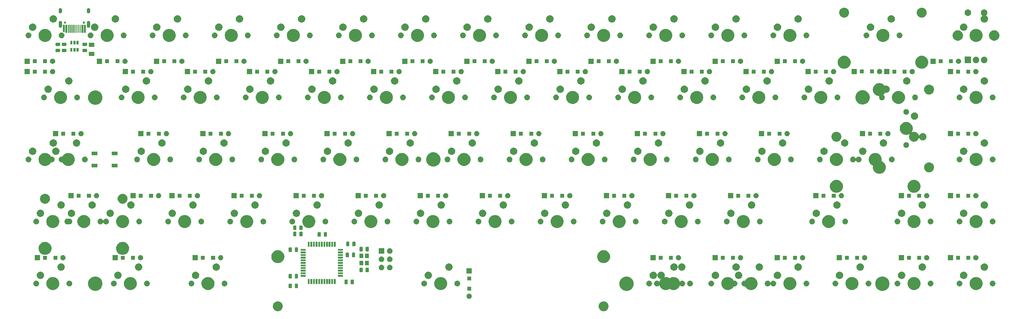
<source format=gbs>
G04 #@! TF.GenerationSoftware,KiCad,Pcbnew,(5.1.4)-1*
G04 #@! TF.CreationDate,2021-11-17T13:21:50+01:00*
G04 #@! TF.ProjectId,mini-eLiXiVy,6d696e69-2d65-44c6-9958-6956792e6b69,1.1*
G04 #@! TF.SameCoordinates,Original*
G04 #@! TF.FileFunction,Soldermask,Bot*
G04 #@! TF.FilePolarity,Negative*
%FSLAX46Y46*%
G04 Gerber Fmt 4.6, Leading zero omitted, Abs format (unit mm)*
G04 Created by KiCad (PCBNEW (5.1.4)-1) date 2021-11-17 13:21:50*
%MOMM*%
%LPD*%
G04 APERTURE LIST*
%ADD10C,0.100000*%
G04 APERTURE END LIST*
D10*
G36*
X193916895Y-106286772D02*
G01*
X194113184Y-106325816D01*
X194390535Y-106440699D01*
X194640143Y-106607482D01*
X194852418Y-106819757D01*
X195019201Y-107069365D01*
X195134084Y-107346716D01*
X195192650Y-107641149D01*
X195192650Y-107941351D01*
X195134084Y-108235784D01*
X195019201Y-108513135D01*
X194852418Y-108762743D01*
X194640143Y-108975018D01*
X194390535Y-109141801D01*
X194113184Y-109256684D01*
X193916895Y-109295728D01*
X193818752Y-109315250D01*
X193518548Y-109315250D01*
X193420405Y-109295728D01*
X193224116Y-109256684D01*
X192946765Y-109141801D01*
X192697157Y-108975018D01*
X192484882Y-108762743D01*
X192318099Y-108513135D01*
X192203216Y-108235784D01*
X192144650Y-107941351D01*
X192144650Y-107641149D01*
X192203216Y-107346716D01*
X192318099Y-107069365D01*
X192484882Y-106819757D01*
X192697157Y-106607482D01*
X192946765Y-106440699D01*
X193224116Y-106325816D01*
X193420405Y-106286772D01*
X193518548Y-106267250D01*
X193818752Y-106267250D01*
X193916895Y-106286772D01*
X193916895Y-106286772D01*
G37*
G36*
X93917095Y-106286772D02*
G01*
X94113384Y-106325816D01*
X94390735Y-106440699D01*
X94640343Y-106607482D01*
X94852618Y-106819757D01*
X95019401Y-107069365D01*
X95134284Y-107346716D01*
X95192850Y-107641149D01*
X95192850Y-107941351D01*
X95134284Y-108235784D01*
X95019401Y-108513135D01*
X94852618Y-108762743D01*
X94640343Y-108975018D01*
X94390735Y-109141801D01*
X94113384Y-109256684D01*
X93917095Y-109295728D01*
X93818952Y-109315250D01*
X93518748Y-109315250D01*
X93420605Y-109295728D01*
X93224316Y-109256684D01*
X92946965Y-109141801D01*
X92697357Y-108975018D01*
X92485082Y-108762743D01*
X92318299Y-108513135D01*
X92203416Y-108235784D01*
X92144850Y-107941351D01*
X92144850Y-107641149D01*
X92203416Y-107346716D01*
X92318299Y-107069365D01*
X92485082Y-106819757D01*
X92697357Y-106607482D01*
X92946965Y-106440699D01*
X93224316Y-106325816D01*
X93420605Y-106286772D01*
X93518748Y-106267250D01*
X93818952Y-106267250D01*
X93917095Y-106286772D01*
X93917095Y-106286772D01*
G37*
G36*
X152530312Y-103916498D02*
G01*
X152633351Y-103936993D01*
X152778942Y-103997299D01*
X152909970Y-104084849D01*
X153021401Y-104196280D01*
X153108951Y-104327308D01*
X153169257Y-104472899D01*
X153200000Y-104627457D01*
X153200000Y-104785043D01*
X153169257Y-104939601D01*
X153108951Y-105085192D01*
X153021401Y-105216220D01*
X152909970Y-105327651D01*
X152778942Y-105415201D01*
X152633351Y-105475507D01*
X152530312Y-105496002D01*
X152478794Y-105506250D01*
X152321206Y-105506250D01*
X152269688Y-105496002D01*
X152166649Y-105475507D01*
X152021058Y-105415201D01*
X151890030Y-105327651D01*
X151778599Y-105216220D01*
X151691049Y-105085192D01*
X151630743Y-104939601D01*
X151600000Y-104785043D01*
X151600000Y-104627457D01*
X151630743Y-104472899D01*
X151691049Y-104327308D01*
X151778599Y-104196280D01*
X151890030Y-104084849D01*
X152021058Y-103997299D01*
X152166649Y-103936993D01*
X152269688Y-103916498D01*
X152321206Y-103906250D01*
X152478794Y-103906250D01*
X152530312Y-103916498D01*
X152530312Y-103916498D01*
G37*
G36*
X279851216Y-98741595D02*
G01*
X280251591Y-98907435D01*
X280251593Y-98907436D01*
X280365272Y-98983394D01*
X280611918Y-99148198D01*
X280918352Y-99454632D01*
X281017249Y-99602642D01*
X281145410Y-99794447D01*
X281159115Y-99814959D01*
X281324955Y-100215334D01*
X281409500Y-100640369D01*
X281409500Y-101073731D01*
X281324955Y-101498766D01*
X281159115Y-101899141D01*
X281159114Y-101899143D01*
X281048695Y-102064396D01*
X280918352Y-102259468D01*
X280611918Y-102565902D01*
X280431755Y-102686283D01*
X280251593Y-102806664D01*
X280251592Y-102806665D01*
X280251591Y-102806665D01*
X279851216Y-102972505D01*
X279426181Y-103057050D01*
X278992819Y-103057050D01*
X278567784Y-102972505D01*
X278167409Y-102806665D01*
X278167408Y-102806665D01*
X278167407Y-102806664D01*
X277987246Y-102686284D01*
X277807082Y-102565902D01*
X277500648Y-102259468D01*
X277370305Y-102064396D01*
X277259886Y-101899143D01*
X277259885Y-101899141D01*
X277094045Y-101498766D01*
X277009500Y-101073731D01*
X277009500Y-100640369D01*
X277094045Y-100215334D01*
X277259885Y-99814959D01*
X277273591Y-99794447D01*
X277401751Y-99602642D01*
X277500648Y-99454632D01*
X277807082Y-99148198D01*
X278053728Y-98983394D01*
X278167407Y-98907436D01*
X278167409Y-98907435D01*
X278567784Y-98741595D01*
X278992819Y-98657050D01*
X279426181Y-98657050D01*
X279851216Y-98741595D01*
X279851216Y-98741595D01*
G37*
G36*
X201346166Y-98741595D02*
G01*
X201746541Y-98907435D01*
X201746543Y-98907436D01*
X201860222Y-98983394D01*
X202106868Y-99148198D01*
X202413302Y-99454632D01*
X202512199Y-99602642D01*
X202640360Y-99794447D01*
X202654065Y-99814959D01*
X202819905Y-100215334D01*
X202904450Y-100640369D01*
X202904450Y-101073731D01*
X202819905Y-101498766D01*
X202654065Y-101899141D01*
X202654064Y-101899143D01*
X202543645Y-102064396D01*
X202413302Y-102259468D01*
X202106868Y-102565902D01*
X201926705Y-102686283D01*
X201746543Y-102806664D01*
X201746542Y-102806665D01*
X201746541Y-102806665D01*
X201346166Y-102972505D01*
X200921131Y-103057050D01*
X200487769Y-103057050D01*
X200062734Y-102972505D01*
X199662359Y-102806665D01*
X199662358Y-102806665D01*
X199662357Y-102806664D01*
X199482196Y-102686284D01*
X199302032Y-102565902D01*
X198995598Y-102259468D01*
X198865255Y-102064396D01*
X198754836Y-101899143D01*
X198754835Y-101899141D01*
X198588995Y-101498766D01*
X198504450Y-101073731D01*
X198504450Y-100640369D01*
X198588995Y-100215334D01*
X198754835Y-99814959D01*
X198768541Y-99794447D01*
X198896701Y-99602642D01*
X198995598Y-99454632D01*
X199302032Y-99148198D01*
X199548678Y-98983394D01*
X199662357Y-98907436D01*
X199662359Y-98907435D01*
X200062734Y-98741595D01*
X200487769Y-98657050D01*
X200921131Y-98657050D01*
X201346166Y-98741595D01*
X201346166Y-98741595D01*
G37*
G36*
X38284516Y-98728895D02*
G01*
X38684891Y-98894735D01*
X38684893Y-98894736D01*
X38817580Y-98983395D01*
X39045218Y-99135498D01*
X39351652Y-99441932D01*
X39351653Y-99441934D01*
X39587196Y-99794447D01*
X39592415Y-99802259D01*
X39758255Y-100202634D01*
X39842800Y-100627669D01*
X39842800Y-101061031D01*
X39758255Y-101486066D01*
X39592415Y-101886441D01*
X39351652Y-102246768D01*
X39045218Y-102553202D01*
X39015257Y-102573221D01*
X38684893Y-102793964D01*
X38684892Y-102793965D01*
X38684891Y-102793965D01*
X38284516Y-102959805D01*
X37859481Y-103044350D01*
X37426119Y-103044350D01*
X37001084Y-102959805D01*
X36600709Y-102793965D01*
X36600708Y-102793965D01*
X36600707Y-102793964D01*
X36270343Y-102573221D01*
X36240382Y-102553202D01*
X35933948Y-102246768D01*
X35693185Y-101886441D01*
X35527345Y-101486066D01*
X35442800Y-101061031D01*
X35442800Y-100627669D01*
X35527345Y-100202634D01*
X35693185Y-99802259D01*
X35698405Y-99794447D01*
X35933947Y-99441934D01*
X35933948Y-99441932D01*
X36240382Y-99135498D01*
X36468020Y-98983395D01*
X36600707Y-98894736D01*
X36600709Y-98894735D01*
X37001084Y-98728895D01*
X37426119Y-98644350D01*
X37859481Y-98644350D01*
X38284516Y-98728895D01*
X38284516Y-98728895D01*
G37*
G36*
X153000000Y-102981250D02*
G01*
X151800000Y-102981250D01*
X151800000Y-101781250D01*
X153000000Y-101781250D01*
X153000000Y-102981250D01*
X153000000Y-102981250D01*
G37*
G36*
X143972507Y-98833708D02*
G01*
X144250349Y-98888974D01*
X144603619Y-99035303D01*
X144613218Y-99039279D01*
X144674005Y-99079896D01*
X144939787Y-99257486D01*
X145217514Y-99535213D01*
X145262764Y-99602934D01*
X145404427Y-99814947D01*
X145435722Y-99861784D01*
X145586026Y-100224651D01*
X145662650Y-100609868D01*
X145662650Y-101002632D01*
X145586026Y-101387849D01*
X145463790Y-101682954D01*
X145435721Y-101750718D01*
X145336546Y-101899143D01*
X145217514Y-102077287D01*
X144939787Y-102355014D01*
X144841176Y-102420904D01*
X144613218Y-102573221D01*
X144613217Y-102573222D01*
X144613216Y-102573222D01*
X144250349Y-102723526D01*
X143993538Y-102774609D01*
X143865133Y-102800150D01*
X143472367Y-102800150D01*
X143343962Y-102774609D01*
X143087151Y-102723526D01*
X142724284Y-102573222D01*
X142724283Y-102573222D01*
X142724282Y-102573221D01*
X142496324Y-102420904D01*
X142397713Y-102355014D01*
X142119986Y-102077287D01*
X142000954Y-101899143D01*
X141901779Y-101750718D01*
X141873710Y-101682954D01*
X141751474Y-101387849D01*
X141674850Y-101002632D01*
X141674850Y-100609868D01*
X141751474Y-100224651D01*
X141901778Y-99861784D01*
X141933074Y-99814947D01*
X142074736Y-99602934D01*
X142119986Y-99535213D01*
X142397713Y-99257486D01*
X142663495Y-99079896D01*
X142724282Y-99039279D01*
X142733881Y-99035303D01*
X143087151Y-98888974D01*
X143364993Y-98833708D01*
X143472367Y-98812350D01*
X143865133Y-98812350D01*
X143972507Y-98833708D01*
X143972507Y-98833708D01*
G37*
G36*
X239222507Y-98833708D02*
G01*
X239500349Y-98888974D01*
X239853619Y-99035303D01*
X239863218Y-99039279D01*
X239924005Y-99079896D01*
X240189787Y-99257486D01*
X240467514Y-99535213D01*
X240512764Y-99602934D01*
X240654427Y-99814947D01*
X240685722Y-99861784D01*
X240836026Y-100224651D01*
X240912650Y-100609868D01*
X240912650Y-101002632D01*
X240836026Y-101387849D01*
X240713790Y-101682954D01*
X240685721Y-101750718D01*
X240586546Y-101899143D01*
X240467514Y-102077287D01*
X240189787Y-102355014D01*
X240091176Y-102420904D01*
X239863218Y-102573221D01*
X239863217Y-102573222D01*
X239863216Y-102573222D01*
X239500349Y-102723526D01*
X239243538Y-102774609D01*
X239115133Y-102800150D01*
X238722367Y-102800150D01*
X238593962Y-102774609D01*
X238337151Y-102723526D01*
X237974284Y-102573222D01*
X237974283Y-102573222D01*
X237974282Y-102573221D01*
X237746324Y-102420904D01*
X237647713Y-102355014D01*
X237369986Y-102077287D01*
X237151778Y-101750716D01*
X237128006Y-101693325D01*
X237122462Y-101682954D01*
X237115000Y-101673862D01*
X237105908Y-101666400D01*
X237095535Y-101660856D01*
X237084280Y-101657442D01*
X237072575Y-101656289D01*
X237060870Y-101657442D01*
X236941180Y-101681250D01*
X236768820Y-101681250D01*
X236599772Y-101647624D01*
X236440532Y-101581665D01*
X236440531Y-101581665D01*
X236440530Y-101581664D01*
X236297455Y-101486064D01*
X236297220Y-101485907D01*
X236175343Y-101364030D01*
X236079585Y-101220718D01*
X236013626Y-101061478D01*
X235980000Y-100892430D01*
X235980000Y-100720070D01*
X236013626Y-100551022D01*
X236079585Y-100391782D01*
X236175343Y-100248470D01*
X236297220Y-100126593D01*
X236368876Y-100078714D01*
X236440530Y-100030836D01*
X236440532Y-100030835D01*
X236599772Y-99964876D01*
X236768820Y-99931250D01*
X236941180Y-99931250D01*
X237060870Y-99955058D01*
X237072575Y-99956211D01*
X237084280Y-99955058D01*
X237095536Y-99951644D01*
X237105909Y-99946099D01*
X237115001Y-99938638D01*
X237122462Y-99929546D01*
X237128007Y-99919173D01*
X237151778Y-99861784D01*
X237369986Y-99535213D01*
X237647713Y-99257486D01*
X237913495Y-99079896D01*
X237974282Y-99039279D01*
X237983881Y-99035303D01*
X238337151Y-98888974D01*
X238614993Y-98833708D01*
X238722367Y-98812350D01*
X239115133Y-98812350D01*
X239222507Y-98833708D01*
X239222507Y-98833708D01*
G37*
G36*
X48722507Y-98833708D02*
G01*
X49000349Y-98888974D01*
X49353619Y-99035303D01*
X49363218Y-99039279D01*
X49424005Y-99079896D01*
X49689787Y-99257486D01*
X49967514Y-99535213D01*
X50012764Y-99602934D01*
X50154427Y-99814947D01*
X50185722Y-99861784D01*
X50336026Y-100224651D01*
X50412650Y-100609868D01*
X50412650Y-101002632D01*
X50336026Y-101387849D01*
X50213790Y-101682954D01*
X50185721Y-101750718D01*
X50086546Y-101899143D01*
X49967514Y-102077287D01*
X49689787Y-102355014D01*
X49591176Y-102420904D01*
X49363218Y-102573221D01*
X49363217Y-102573222D01*
X49363216Y-102573222D01*
X49000349Y-102723526D01*
X48743538Y-102774609D01*
X48615133Y-102800150D01*
X48222367Y-102800150D01*
X48093962Y-102774609D01*
X47837151Y-102723526D01*
X47474284Y-102573222D01*
X47474283Y-102573222D01*
X47474282Y-102573221D01*
X47246324Y-102420904D01*
X47147713Y-102355014D01*
X46869986Y-102077287D01*
X46750954Y-101899143D01*
X46651779Y-101750718D01*
X46623710Y-101682954D01*
X46501474Y-101387849D01*
X46424850Y-101002632D01*
X46424850Y-100609868D01*
X46501474Y-100224651D01*
X46651778Y-99861784D01*
X46683074Y-99814947D01*
X46824736Y-99602934D01*
X46869986Y-99535213D01*
X47147713Y-99257486D01*
X47413495Y-99079896D01*
X47474282Y-99039279D01*
X47483881Y-99035303D01*
X47837151Y-98888974D01*
X48114993Y-98833708D01*
X48222367Y-98812350D01*
X48615133Y-98812350D01*
X48722507Y-98833708D01*
X48722507Y-98833708D01*
G37*
G36*
X24910007Y-98833708D02*
G01*
X25187849Y-98888974D01*
X25541119Y-99035303D01*
X25550718Y-99039279D01*
X25611505Y-99079896D01*
X25877287Y-99257486D01*
X26155014Y-99535213D01*
X26200264Y-99602934D01*
X26341927Y-99814947D01*
X26373222Y-99861784D01*
X26523526Y-100224651D01*
X26600150Y-100609868D01*
X26600150Y-101002632D01*
X26523526Y-101387849D01*
X26401290Y-101682954D01*
X26373221Y-101750718D01*
X26274046Y-101899143D01*
X26155014Y-102077287D01*
X25877287Y-102355014D01*
X25778676Y-102420904D01*
X25550718Y-102573221D01*
X25550717Y-102573222D01*
X25550716Y-102573222D01*
X25187849Y-102723526D01*
X24931038Y-102774609D01*
X24802633Y-102800150D01*
X24409867Y-102800150D01*
X24281462Y-102774609D01*
X24024651Y-102723526D01*
X23661784Y-102573222D01*
X23661783Y-102573222D01*
X23661782Y-102573221D01*
X23433824Y-102420904D01*
X23335213Y-102355014D01*
X23057486Y-102077287D01*
X22938454Y-101899143D01*
X22839279Y-101750718D01*
X22811210Y-101682954D01*
X22688974Y-101387849D01*
X22612350Y-101002632D01*
X22612350Y-100609868D01*
X22688974Y-100224651D01*
X22839278Y-99861784D01*
X22870574Y-99814947D01*
X23012236Y-99602934D01*
X23057486Y-99535213D01*
X23335213Y-99257486D01*
X23600995Y-99079896D01*
X23661782Y-99039279D01*
X23671381Y-99035303D01*
X24024651Y-98888974D01*
X24302493Y-98833708D01*
X24409867Y-98812350D01*
X24802633Y-98812350D01*
X24910007Y-98833708D01*
X24910007Y-98833708D01*
G37*
G36*
X232078757Y-98833708D02*
G01*
X232356599Y-98888974D01*
X232709869Y-99035303D01*
X232719468Y-99039279D01*
X232780255Y-99079896D01*
X233046037Y-99257486D01*
X233323764Y-99535213D01*
X233541972Y-99861784D01*
X233565743Y-99919173D01*
X233571288Y-99929546D01*
X233578750Y-99938638D01*
X233587842Y-99946100D01*
X233598215Y-99951644D01*
X233609470Y-99955058D01*
X233621175Y-99956211D01*
X233632880Y-99955058D01*
X233752570Y-99931250D01*
X233924930Y-99931250D01*
X234093978Y-99964876D01*
X234253218Y-100030835D01*
X234253220Y-100030836D01*
X234324874Y-100078714D01*
X234396530Y-100126593D01*
X234518407Y-100248470D01*
X234614165Y-100391782D01*
X234680124Y-100551022D01*
X234713750Y-100720070D01*
X234713750Y-100892430D01*
X234680124Y-101061478D01*
X234614165Y-101220718D01*
X234518407Y-101364030D01*
X234396530Y-101485907D01*
X234396295Y-101486064D01*
X234253220Y-101581664D01*
X234253219Y-101581665D01*
X234253218Y-101581665D01*
X234093978Y-101647624D01*
X233924930Y-101681250D01*
X233752570Y-101681250D01*
X233632880Y-101657442D01*
X233621175Y-101656289D01*
X233609470Y-101657442D01*
X233598214Y-101660856D01*
X233587841Y-101666401D01*
X233578749Y-101673862D01*
X233571288Y-101682954D01*
X233565744Y-101693325D01*
X233541972Y-101750716D01*
X233323764Y-102077287D01*
X233046037Y-102355014D01*
X232947426Y-102420904D01*
X232719468Y-102573221D01*
X232719467Y-102573222D01*
X232719466Y-102573222D01*
X232356599Y-102723526D01*
X232099788Y-102774609D01*
X231971383Y-102800150D01*
X231578617Y-102800150D01*
X231450212Y-102774609D01*
X231193401Y-102723526D01*
X230830534Y-102573222D01*
X230830533Y-102573222D01*
X230830532Y-102573221D01*
X230602574Y-102420904D01*
X230503963Y-102355014D01*
X230226236Y-102077287D01*
X230107204Y-101899143D01*
X230008029Y-101750718D01*
X229979960Y-101682954D01*
X229857724Y-101387849D01*
X229781100Y-101002632D01*
X229781100Y-100609868D01*
X229857724Y-100224651D01*
X230008028Y-99861784D01*
X230039324Y-99814947D01*
X230180986Y-99602934D01*
X230226236Y-99535213D01*
X230503963Y-99257486D01*
X230769745Y-99079896D01*
X230830532Y-99039279D01*
X230840131Y-99035303D01*
X231193401Y-98888974D01*
X231471243Y-98833708D01*
X231578617Y-98812350D01*
X231971383Y-98812350D01*
X232078757Y-98833708D01*
X232078757Y-98833708D01*
G37*
G36*
X211624401Y-97184483D02*
G01*
X211829138Y-97269287D01*
X212013394Y-97392404D01*
X212170096Y-97549106D01*
X212293213Y-97733362D01*
X212378017Y-97938099D01*
X212409376Y-98095750D01*
X212421250Y-98155447D01*
X212421250Y-98377053D01*
X212378017Y-98594400D01*
X212362753Y-98631250D01*
X212309067Y-98760860D01*
X212305653Y-98772116D01*
X212304500Y-98783821D01*
X212305653Y-98795526D01*
X212309067Y-98806782D01*
X212314612Y-98817155D01*
X212322073Y-98826247D01*
X212331165Y-98833708D01*
X212341538Y-98839253D01*
X212352794Y-98842667D01*
X212364499Y-98843820D01*
X212376203Y-98842667D01*
X212438836Y-98830209D01*
X212528617Y-98812350D01*
X212921383Y-98812350D01*
X213028757Y-98833708D01*
X213306599Y-98888974D01*
X213669466Y-99039278D01*
X213882296Y-99181487D01*
X213892664Y-99187029D01*
X213903920Y-99190443D01*
X213915625Y-99191596D01*
X213927330Y-99190443D01*
X213938586Y-99187029D01*
X213948954Y-99181487D01*
X214161784Y-99039278D01*
X214524651Y-98888974D01*
X214802493Y-98833708D01*
X214909867Y-98812350D01*
X215302633Y-98812350D01*
X215410007Y-98833708D01*
X215687849Y-98888974D01*
X216041119Y-99035303D01*
X216050718Y-99039279D01*
X216111505Y-99079896D01*
X216377287Y-99257486D01*
X216655014Y-99535213D01*
X216700264Y-99602934D01*
X216841927Y-99814947D01*
X216873222Y-99861784D01*
X217023526Y-100224651D01*
X217023526Y-100224653D01*
X217025577Y-100229605D01*
X217025865Y-100230556D01*
X217031400Y-100240934D01*
X217038853Y-100250033D01*
X217047939Y-100257502D01*
X217058307Y-100263056D01*
X217069559Y-100266481D01*
X217081263Y-100267644D01*
X217092969Y-100266502D01*
X217104228Y-100263097D01*
X217114606Y-100257562D01*
X217123743Y-100250071D01*
X217125342Y-100248472D01*
X217125343Y-100248470D01*
X217247220Y-100126593D01*
X217318876Y-100078714D01*
X217390530Y-100030836D01*
X217390532Y-100030835D01*
X217549772Y-99964876D01*
X217718820Y-99931250D01*
X217891180Y-99931250D01*
X218060228Y-99964876D01*
X218219468Y-100030835D01*
X218219470Y-100030836D01*
X218291124Y-100078714D01*
X218362780Y-100126593D01*
X218484657Y-100248470D01*
X218580415Y-100391782D01*
X218646374Y-100551022D01*
X218680000Y-100720070D01*
X218680000Y-100892430D01*
X218646374Y-101061478D01*
X218580415Y-101220718D01*
X218484657Y-101364030D01*
X218362780Y-101485907D01*
X218362545Y-101486064D01*
X218219470Y-101581664D01*
X218219469Y-101581665D01*
X218219468Y-101581665D01*
X218060228Y-101647624D01*
X217891180Y-101681250D01*
X217718820Y-101681250D01*
X217549772Y-101647624D01*
X217390532Y-101581665D01*
X217390531Y-101581665D01*
X217390530Y-101581664D01*
X217247455Y-101486064D01*
X217247220Y-101485907D01*
X217125343Y-101364030D01*
X217125341Y-101364027D01*
X217123743Y-101362429D01*
X217114651Y-101354968D01*
X217104278Y-101349423D01*
X217093022Y-101346009D01*
X217081317Y-101344856D01*
X217069612Y-101346009D01*
X217058356Y-101349423D01*
X217047983Y-101354968D01*
X217038891Y-101362429D01*
X217031430Y-101371521D01*
X217025885Y-101381894D01*
X217025594Y-101382855D01*
X217023527Y-101387846D01*
X217023526Y-101387849D01*
X216901290Y-101682954D01*
X216873221Y-101750718D01*
X216774046Y-101899143D01*
X216655014Y-102077287D01*
X216377287Y-102355014D01*
X216278676Y-102420904D01*
X216050718Y-102573221D01*
X216050717Y-102573222D01*
X216050716Y-102573222D01*
X215687849Y-102723526D01*
X215431038Y-102774609D01*
X215302633Y-102800150D01*
X214909867Y-102800150D01*
X214781462Y-102774609D01*
X214524651Y-102723526D01*
X214161784Y-102573222D01*
X213948954Y-102431013D01*
X213938586Y-102425471D01*
X213927330Y-102422057D01*
X213915625Y-102420904D01*
X213903920Y-102422057D01*
X213892664Y-102425471D01*
X213882296Y-102431013D01*
X213669466Y-102573222D01*
X213306599Y-102723526D01*
X213049788Y-102774609D01*
X212921383Y-102800150D01*
X212528617Y-102800150D01*
X212400212Y-102774609D01*
X212143401Y-102723526D01*
X211780534Y-102573222D01*
X211780533Y-102573222D01*
X211780532Y-102573221D01*
X211552574Y-102420904D01*
X211453963Y-102355014D01*
X211176236Y-102077287D01*
X211057204Y-101899143D01*
X210958029Y-101750718D01*
X210929960Y-101682954D01*
X210807724Y-101387849D01*
X210807723Y-101387844D01*
X210805673Y-101382895D01*
X210805385Y-101381944D01*
X210799850Y-101371566D01*
X210792397Y-101362467D01*
X210783311Y-101354998D01*
X210772943Y-101349444D01*
X210761691Y-101346019D01*
X210749987Y-101344856D01*
X210738281Y-101345998D01*
X210727022Y-101349403D01*
X210716644Y-101354938D01*
X210707507Y-101362429D01*
X210705909Y-101364027D01*
X210705907Y-101364030D01*
X210584030Y-101485907D01*
X210583795Y-101486064D01*
X210440720Y-101581664D01*
X210440719Y-101581665D01*
X210440718Y-101581665D01*
X210281478Y-101647624D01*
X210112430Y-101681250D01*
X209940070Y-101681250D01*
X209771022Y-101647624D01*
X209611782Y-101581665D01*
X209611781Y-101581665D01*
X209611780Y-101581664D01*
X209468705Y-101486064D01*
X209468470Y-101485907D01*
X209346593Y-101364030D01*
X209250835Y-101220718D01*
X209184876Y-101061478D01*
X209151250Y-100892430D01*
X209151250Y-100720070D01*
X209184876Y-100551022D01*
X209250835Y-100391782D01*
X209346593Y-100248470D01*
X209468470Y-100126593D01*
X209540126Y-100078714D01*
X209611780Y-100030836D01*
X209611782Y-100030835D01*
X209771022Y-99964876D01*
X209940070Y-99931250D01*
X210112430Y-99931250D01*
X210281478Y-99964876D01*
X210440718Y-100030835D01*
X210440720Y-100030836D01*
X210512374Y-100078714D01*
X210584030Y-100126593D01*
X210705907Y-100248470D01*
X210705908Y-100248472D01*
X210707507Y-100250071D01*
X210716599Y-100257532D01*
X210726972Y-100263077D01*
X210738228Y-100266491D01*
X210749933Y-100267644D01*
X210761638Y-100266491D01*
X210772894Y-100263077D01*
X210783267Y-100257532D01*
X210792359Y-100250071D01*
X210799820Y-100240979D01*
X210805365Y-100230606D01*
X210805656Y-100229645D01*
X210807724Y-100224653D01*
X210807724Y-100224651D01*
X210958028Y-99861784D01*
X210989324Y-99814947D01*
X211130986Y-99602934D01*
X211176236Y-99535213D01*
X211218475Y-99492974D01*
X211225931Y-99483888D01*
X211231476Y-99473515D01*
X211234890Y-99462259D01*
X211236043Y-99450554D01*
X211234890Y-99438849D01*
X211231476Y-99427593D01*
X211225931Y-99417220D01*
X211218470Y-99408128D01*
X211209378Y-99400667D01*
X211199005Y-99395122D01*
X211187749Y-99391708D01*
X210968099Y-99348017D01*
X210763362Y-99263213D01*
X210579106Y-99140096D01*
X210422404Y-98983394D01*
X210299287Y-98799138D01*
X210214483Y-98594401D01*
X210171250Y-98377054D01*
X210171250Y-98155446D01*
X210214483Y-97938099D01*
X210299287Y-97733362D01*
X210422404Y-97549106D01*
X210579106Y-97392404D01*
X210763362Y-97269287D01*
X210968099Y-97184483D01*
X211185446Y-97141250D01*
X211407054Y-97141250D01*
X211624401Y-97184483D01*
X211624401Y-97184483D01*
G37*
G36*
X72535007Y-98833708D02*
G01*
X72812849Y-98888974D01*
X73166119Y-99035303D01*
X73175718Y-99039279D01*
X73236505Y-99079896D01*
X73502287Y-99257486D01*
X73780014Y-99535213D01*
X73825264Y-99602934D01*
X73966927Y-99814947D01*
X73998222Y-99861784D01*
X74148526Y-100224651D01*
X74225150Y-100609868D01*
X74225150Y-101002632D01*
X74148526Y-101387849D01*
X74026290Y-101682954D01*
X73998221Y-101750718D01*
X73899046Y-101899143D01*
X73780014Y-102077287D01*
X73502287Y-102355014D01*
X73403676Y-102420904D01*
X73175718Y-102573221D01*
X73175717Y-102573222D01*
X73175716Y-102573222D01*
X72812849Y-102723526D01*
X72556038Y-102774609D01*
X72427633Y-102800150D01*
X72034867Y-102800150D01*
X71906462Y-102774609D01*
X71649651Y-102723526D01*
X71286784Y-102573222D01*
X71286783Y-102573222D01*
X71286782Y-102573221D01*
X71058824Y-102420904D01*
X70960213Y-102355014D01*
X70682486Y-102077287D01*
X70563454Y-101899143D01*
X70464279Y-101750718D01*
X70436210Y-101682954D01*
X70313974Y-101387849D01*
X70237350Y-101002632D01*
X70237350Y-100609868D01*
X70313974Y-100224651D01*
X70464278Y-99861784D01*
X70495574Y-99814947D01*
X70637236Y-99602934D01*
X70682486Y-99535213D01*
X70960213Y-99257486D01*
X71225995Y-99079896D01*
X71286782Y-99039279D01*
X71296381Y-99035303D01*
X71649651Y-98888974D01*
X71927493Y-98833708D01*
X72034867Y-98812350D01*
X72427633Y-98812350D01*
X72535007Y-98833708D01*
X72535007Y-98833708D01*
G37*
G36*
X270178757Y-98833708D02*
G01*
X270456599Y-98888974D01*
X270809869Y-99035303D01*
X270819468Y-99039279D01*
X270880255Y-99079896D01*
X271146037Y-99257486D01*
X271423764Y-99535213D01*
X271469014Y-99602934D01*
X271610677Y-99814947D01*
X271641972Y-99861784D01*
X271792276Y-100224651D01*
X271868900Y-100609868D01*
X271868900Y-101002632D01*
X271792276Y-101387849D01*
X271670040Y-101682954D01*
X271641971Y-101750718D01*
X271542796Y-101899143D01*
X271423764Y-102077287D01*
X271146037Y-102355014D01*
X271047426Y-102420904D01*
X270819468Y-102573221D01*
X270819467Y-102573222D01*
X270819466Y-102573222D01*
X270456599Y-102723526D01*
X270199788Y-102774609D01*
X270071383Y-102800150D01*
X269678617Y-102800150D01*
X269550212Y-102774609D01*
X269293401Y-102723526D01*
X268930534Y-102573222D01*
X268930533Y-102573222D01*
X268930532Y-102573221D01*
X268702574Y-102420904D01*
X268603963Y-102355014D01*
X268326236Y-102077287D01*
X268207204Y-101899143D01*
X268108029Y-101750718D01*
X268079960Y-101682954D01*
X267957724Y-101387849D01*
X267881100Y-101002632D01*
X267881100Y-100609868D01*
X267957724Y-100224651D01*
X268108028Y-99861784D01*
X268139324Y-99814947D01*
X268280986Y-99602934D01*
X268326236Y-99535213D01*
X268603963Y-99257486D01*
X268869745Y-99079896D01*
X268930532Y-99039279D01*
X268940131Y-99035303D01*
X269293401Y-98888974D01*
X269571243Y-98833708D01*
X269678617Y-98812350D01*
X270071383Y-98812350D01*
X270178757Y-98833708D01*
X270178757Y-98833708D01*
G37*
G36*
X308278757Y-98833708D02*
G01*
X308556599Y-98888974D01*
X308909869Y-99035303D01*
X308919468Y-99039279D01*
X308980255Y-99079896D01*
X309246037Y-99257486D01*
X309523764Y-99535213D01*
X309569014Y-99602934D01*
X309710677Y-99814947D01*
X309741972Y-99861784D01*
X309892276Y-100224651D01*
X309968900Y-100609868D01*
X309968900Y-101002632D01*
X309892276Y-101387849D01*
X309770040Y-101682954D01*
X309741971Y-101750718D01*
X309642796Y-101899143D01*
X309523764Y-102077287D01*
X309246037Y-102355014D01*
X309147426Y-102420904D01*
X308919468Y-102573221D01*
X308919467Y-102573222D01*
X308919466Y-102573222D01*
X308556599Y-102723526D01*
X308299788Y-102774609D01*
X308171383Y-102800150D01*
X307778617Y-102800150D01*
X307650212Y-102774609D01*
X307393401Y-102723526D01*
X307030534Y-102573222D01*
X307030533Y-102573222D01*
X307030532Y-102573221D01*
X306802574Y-102420904D01*
X306703963Y-102355014D01*
X306426236Y-102077287D01*
X306307204Y-101899143D01*
X306208029Y-101750718D01*
X306179960Y-101682954D01*
X306057724Y-101387849D01*
X305981100Y-101002632D01*
X305981100Y-100609868D01*
X306057724Y-100224651D01*
X306208028Y-99861784D01*
X306239324Y-99814947D01*
X306380986Y-99602934D01*
X306426236Y-99535213D01*
X306703963Y-99257486D01*
X306969745Y-99079896D01*
X307030532Y-99039279D01*
X307040131Y-99035303D01*
X307393401Y-98888974D01*
X307671243Y-98833708D01*
X307778617Y-98812350D01*
X308171383Y-98812350D01*
X308278757Y-98833708D01*
X308278757Y-98833708D01*
G37*
G36*
X289228757Y-98833708D02*
G01*
X289506599Y-98888974D01*
X289859869Y-99035303D01*
X289869468Y-99039279D01*
X289930255Y-99079896D01*
X290196037Y-99257486D01*
X290473764Y-99535213D01*
X290519014Y-99602934D01*
X290660677Y-99814947D01*
X290691972Y-99861784D01*
X290842276Y-100224651D01*
X290918900Y-100609868D01*
X290918900Y-101002632D01*
X290842276Y-101387849D01*
X290720040Y-101682954D01*
X290691971Y-101750718D01*
X290592796Y-101899143D01*
X290473764Y-102077287D01*
X290196037Y-102355014D01*
X290097426Y-102420904D01*
X289869468Y-102573221D01*
X289869467Y-102573222D01*
X289869466Y-102573222D01*
X289506599Y-102723526D01*
X289249788Y-102774609D01*
X289121383Y-102800150D01*
X288728617Y-102800150D01*
X288600212Y-102774609D01*
X288343401Y-102723526D01*
X287980534Y-102573222D01*
X287980533Y-102573222D01*
X287980532Y-102573221D01*
X287752574Y-102420904D01*
X287653963Y-102355014D01*
X287376236Y-102077287D01*
X287257204Y-101899143D01*
X287158029Y-101750718D01*
X287129960Y-101682954D01*
X287007724Y-101387849D01*
X286931100Y-101002632D01*
X286931100Y-100609868D01*
X287007724Y-100224651D01*
X287158028Y-99861784D01*
X287189324Y-99814947D01*
X287330986Y-99602934D01*
X287376236Y-99535213D01*
X287653963Y-99257486D01*
X287919745Y-99079896D01*
X287980532Y-99039279D01*
X287990131Y-99035303D01*
X288343401Y-98888974D01*
X288621243Y-98833708D01*
X288728617Y-98812350D01*
X289121383Y-98812350D01*
X289228757Y-98833708D01*
X289228757Y-98833708D01*
G37*
G36*
X251128757Y-98833708D02*
G01*
X251406599Y-98888974D01*
X251759869Y-99035303D01*
X251769468Y-99039279D01*
X251830255Y-99079896D01*
X252096037Y-99257486D01*
X252373764Y-99535213D01*
X252419014Y-99602934D01*
X252560677Y-99814947D01*
X252591972Y-99861784D01*
X252742276Y-100224651D01*
X252818900Y-100609868D01*
X252818900Y-101002632D01*
X252742276Y-101387849D01*
X252620040Y-101682954D01*
X252591971Y-101750718D01*
X252492796Y-101899143D01*
X252373764Y-102077287D01*
X252096037Y-102355014D01*
X251997426Y-102420904D01*
X251769468Y-102573221D01*
X251769467Y-102573222D01*
X251769466Y-102573222D01*
X251406599Y-102723526D01*
X251149788Y-102774609D01*
X251021383Y-102800150D01*
X250628617Y-102800150D01*
X250500212Y-102774609D01*
X250243401Y-102723526D01*
X249880534Y-102573222D01*
X249880533Y-102573222D01*
X249880532Y-102573221D01*
X249652574Y-102420904D01*
X249553963Y-102355014D01*
X249276236Y-102077287D01*
X249157204Y-101899143D01*
X249058029Y-101750718D01*
X249029960Y-101682954D01*
X248907724Y-101387849D01*
X248831100Y-101002632D01*
X248831100Y-100609868D01*
X248907724Y-100224651D01*
X249058028Y-99861784D01*
X249089324Y-99814947D01*
X249230986Y-99602934D01*
X249276236Y-99535213D01*
X249553963Y-99257486D01*
X249819745Y-99079896D01*
X249880532Y-99039279D01*
X249890131Y-99035303D01*
X250243401Y-98888974D01*
X250521243Y-98833708D01*
X250628617Y-98812350D01*
X251021383Y-98812350D01*
X251128757Y-98833708D01*
X251128757Y-98833708D01*
G37*
G36*
X97802896Y-100840892D02*
G01*
X97842934Y-100853038D01*
X97879843Y-100872766D01*
X97912189Y-100899311D01*
X97938734Y-100931657D01*
X97958462Y-100968566D01*
X97970608Y-101008604D01*
X97975000Y-101053197D01*
X97975000Y-102019803D01*
X97970608Y-102064396D01*
X97958462Y-102104434D01*
X97938734Y-102141343D01*
X97912189Y-102173689D01*
X97879843Y-102200234D01*
X97842934Y-102219962D01*
X97802896Y-102232108D01*
X97758303Y-102236500D01*
X97216697Y-102236500D01*
X97172104Y-102232108D01*
X97132066Y-102219962D01*
X97095157Y-102200234D01*
X97062811Y-102173689D01*
X97036266Y-102141343D01*
X97016538Y-102104434D01*
X97004392Y-102064396D01*
X97000000Y-102019803D01*
X97000000Y-101053197D01*
X97004392Y-101008604D01*
X97016538Y-100968566D01*
X97036266Y-100931657D01*
X97062811Y-100899311D01*
X97095157Y-100872766D01*
X97132066Y-100853038D01*
X97172104Y-100840892D01*
X97216697Y-100836500D01*
X97758303Y-100836500D01*
X97802896Y-100840892D01*
X97802896Y-100840892D01*
G37*
G36*
X99677896Y-100840892D02*
G01*
X99717934Y-100853038D01*
X99754843Y-100872766D01*
X99787189Y-100899311D01*
X99813734Y-100931657D01*
X99833462Y-100968566D01*
X99845608Y-101008604D01*
X99850000Y-101053197D01*
X99850000Y-102019803D01*
X99845608Y-102064396D01*
X99833462Y-102104434D01*
X99813734Y-102141343D01*
X99787189Y-102173689D01*
X99754843Y-102200234D01*
X99717934Y-102219962D01*
X99677896Y-102232108D01*
X99633303Y-102236500D01*
X99091697Y-102236500D01*
X99047104Y-102232108D01*
X99007066Y-102219962D01*
X98970157Y-102200234D01*
X98937811Y-102173689D01*
X98911266Y-102141343D01*
X98891538Y-102104434D01*
X98879392Y-102064396D01*
X98875000Y-102019803D01*
X98875000Y-101053197D01*
X98879392Y-101008604D01*
X98891538Y-100968566D01*
X98911266Y-100931657D01*
X98937811Y-100899311D01*
X98970157Y-100872766D01*
X99007066Y-100853038D01*
X99047104Y-100840892D01*
X99091697Y-100836500D01*
X99633303Y-100836500D01*
X99677896Y-100840892D01*
X99677896Y-100840892D01*
G37*
G36*
X256160228Y-99964876D02*
G01*
X256319468Y-100030835D01*
X256319470Y-100030836D01*
X256391124Y-100078714D01*
X256462780Y-100126593D01*
X256584657Y-100248470D01*
X256680415Y-100391782D01*
X256746374Y-100551022D01*
X256780000Y-100720070D01*
X256780000Y-100892430D01*
X256746374Y-101061478D01*
X256680415Y-101220718D01*
X256584657Y-101364030D01*
X256462780Y-101485907D01*
X256462545Y-101486064D01*
X256319470Y-101581664D01*
X256319469Y-101581665D01*
X256319468Y-101581665D01*
X256160228Y-101647624D01*
X255991180Y-101681250D01*
X255818820Y-101681250D01*
X255649772Y-101647624D01*
X255490532Y-101581665D01*
X255490531Y-101581665D01*
X255490530Y-101581664D01*
X255347455Y-101486064D01*
X255347220Y-101485907D01*
X255225343Y-101364030D01*
X255129585Y-101220718D01*
X255063626Y-101061478D01*
X255030000Y-100892430D01*
X255030000Y-100720070D01*
X255063626Y-100551022D01*
X255129585Y-100391782D01*
X255225343Y-100248470D01*
X255347220Y-100126593D01*
X255418876Y-100078714D01*
X255490530Y-100030836D01*
X255490532Y-100030835D01*
X255649772Y-99964876D01*
X255818820Y-99931250D01*
X255991180Y-99931250D01*
X256160228Y-99964876D01*
X256160228Y-99964876D01*
G37*
G36*
X244253978Y-99964876D02*
G01*
X244413218Y-100030835D01*
X244413220Y-100030836D01*
X244484874Y-100078714D01*
X244556530Y-100126593D01*
X244678407Y-100248470D01*
X244774165Y-100391782D01*
X244816445Y-100493857D01*
X244821988Y-100504225D01*
X244829449Y-100513317D01*
X244838541Y-100520778D01*
X244848914Y-100526323D01*
X244860170Y-100529737D01*
X244871875Y-100530890D01*
X244883580Y-100529737D01*
X244894836Y-100526323D01*
X244905209Y-100520778D01*
X244914301Y-100513317D01*
X244921762Y-100504225D01*
X244927305Y-100493857D01*
X244969585Y-100391782D01*
X245065343Y-100248470D01*
X245187220Y-100126593D01*
X245258876Y-100078714D01*
X245330530Y-100030836D01*
X245330532Y-100030835D01*
X245489772Y-99964876D01*
X245658820Y-99931250D01*
X245831180Y-99931250D01*
X246000228Y-99964876D01*
X246159468Y-100030835D01*
X246159470Y-100030836D01*
X246231124Y-100078714D01*
X246302780Y-100126593D01*
X246424657Y-100248470D01*
X246520415Y-100391782D01*
X246586374Y-100551022D01*
X246620000Y-100720070D01*
X246620000Y-100892430D01*
X246586374Y-101061478D01*
X246520415Y-101220718D01*
X246424657Y-101364030D01*
X246302780Y-101485907D01*
X246302545Y-101486064D01*
X246159470Y-101581664D01*
X246159469Y-101581665D01*
X246159468Y-101581665D01*
X246000228Y-101647624D01*
X245831180Y-101681250D01*
X245658820Y-101681250D01*
X245489772Y-101647624D01*
X245330532Y-101581665D01*
X245330531Y-101581665D01*
X245330530Y-101581664D01*
X245187455Y-101486064D01*
X245187220Y-101485907D01*
X245065343Y-101364030D01*
X244969585Y-101220718D01*
X244927305Y-101118643D01*
X244921762Y-101108275D01*
X244914301Y-101099183D01*
X244905209Y-101091722D01*
X244894836Y-101086177D01*
X244883580Y-101082763D01*
X244871875Y-101081610D01*
X244860170Y-101082763D01*
X244848914Y-101086177D01*
X244838541Y-101091722D01*
X244829449Y-101099183D01*
X244821988Y-101108275D01*
X244816445Y-101118643D01*
X244774165Y-101220718D01*
X244678407Y-101364030D01*
X244556530Y-101485907D01*
X244556295Y-101486064D01*
X244413220Y-101581664D01*
X244413219Y-101581665D01*
X244413218Y-101581665D01*
X244253978Y-101647624D01*
X244084930Y-101681250D01*
X243912570Y-101681250D01*
X243743522Y-101647624D01*
X243584282Y-101581665D01*
X243584281Y-101581665D01*
X243584280Y-101581664D01*
X243441205Y-101486064D01*
X243440970Y-101485907D01*
X243319093Y-101364030D01*
X243223335Y-101220718D01*
X243157376Y-101061478D01*
X243123750Y-100892430D01*
X243123750Y-100720070D01*
X243157376Y-100551022D01*
X243223335Y-100391782D01*
X243319093Y-100248470D01*
X243440970Y-100126593D01*
X243512626Y-100078714D01*
X243584280Y-100030836D01*
X243584282Y-100030835D01*
X243743522Y-99964876D01*
X243912570Y-99931250D01*
X244084930Y-99931250D01*
X244253978Y-99964876D01*
X244253978Y-99964876D01*
G37*
G36*
X265050228Y-99964876D02*
G01*
X265209468Y-100030835D01*
X265209470Y-100030836D01*
X265281124Y-100078714D01*
X265352780Y-100126593D01*
X265474657Y-100248470D01*
X265570415Y-100391782D01*
X265636374Y-100551022D01*
X265670000Y-100720070D01*
X265670000Y-100892430D01*
X265636374Y-101061478D01*
X265570415Y-101220718D01*
X265474657Y-101364030D01*
X265352780Y-101485907D01*
X265352545Y-101486064D01*
X265209470Y-101581664D01*
X265209469Y-101581665D01*
X265209468Y-101581665D01*
X265050228Y-101647624D01*
X264881180Y-101681250D01*
X264708820Y-101681250D01*
X264539772Y-101647624D01*
X264380532Y-101581665D01*
X264380531Y-101581665D01*
X264380530Y-101581664D01*
X264237455Y-101486064D01*
X264237220Y-101485907D01*
X264115343Y-101364030D01*
X264019585Y-101220718D01*
X263953626Y-101061478D01*
X263920000Y-100892430D01*
X263920000Y-100720070D01*
X263953626Y-100551022D01*
X264019585Y-100391782D01*
X264115343Y-100248470D01*
X264237220Y-100126593D01*
X264308876Y-100078714D01*
X264380530Y-100030836D01*
X264380532Y-100030835D01*
X264539772Y-99964876D01*
X264708820Y-99931250D01*
X264881180Y-99931250D01*
X265050228Y-99964876D01*
X265050228Y-99964876D01*
G37*
G36*
X67406478Y-99964876D02*
G01*
X67565718Y-100030835D01*
X67565720Y-100030836D01*
X67637374Y-100078714D01*
X67709030Y-100126593D01*
X67830907Y-100248470D01*
X67926665Y-100391782D01*
X67992624Y-100551022D01*
X68026250Y-100720070D01*
X68026250Y-100892430D01*
X67992624Y-101061478D01*
X67926665Y-101220718D01*
X67830907Y-101364030D01*
X67709030Y-101485907D01*
X67708795Y-101486064D01*
X67565720Y-101581664D01*
X67565719Y-101581665D01*
X67565718Y-101581665D01*
X67406478Y-101647624D01*
X67237430Y-101681250D01*
X67065070Y-101681250D01*
X66896022Y-101647624D01*
X66736782Y-101581665D01*
X66736781Y-101581665D01*
X66736780Y-101581664D01*
X66593705Y-101486064D01*
X66593470Y-101485907D01*
X66471593Y-101364030D01*
X66375835Y-101220718D01*
X66309876Y-101061478D01*
X66276250Y-100892430D01*
X66276250Y-100720070D01*
X66309876Y-100551022D01*
X66375835Y-100391782D01*
X66471593Y-100248470D01*
X66593470Y-100126593D01*
X66665126Y-100078714D01*
X66736780Y-100030836D01*
X66736782Y-100030835D01*
X66896022Y-99964876D01*
X67065070Y-99931250D01*
X67237430Y-99931250D01*
X67406478Y-99964876D01*
X67406478Y-99964876D01*
G37*
G36*
X220441478Y-99964876D02*
G01*
X220600718Y-100030835D01*
X220600720Y-100030836D01*
X220672374Y-100078714D01*
X220744030Y-100126593D01*
X220865907Y-100248470D01*
X220961665Y-100391782D01*
X221027624Y-100551022D01*
X221061250Y-100720070D01*
X221061250Y-100892430D01*
X221027624Y-101061478D01*
X220961665Y-101220718D01*
X220865907Y-101364030D01*
X220744030Y-101485907D01*
X220743795Y-101486064D01*
X220600720Y-101581664D01*
X220600719Y-101581665D01*
X220600718Y-101581665D01*
X220441478Y-101647624D01*
X220272430Y-101681250D01*
X220100070Y-101681250D01*
X219931022Y-101647624D01*
X219771782Y-101581665D01*
X219771781Y-101581665D01*
X219771780Y-101581664D01*
X219628705Y-101486064D01*
X219628470Y-101485907D01*
X219506593Y-101364030D01*
X219410835Y-101220718D01*
X219344876Y-101061478D01*
X219311250Y-100892430D01*
X219311250Y-100720070D01*
X219344876Y-100551022D01*
X219410835Y-100391782D01*
X219506593Y-100248470D01*
X219628470Y-100126593D01*
X219700126Y-100078714D01*
X219771780Y-100030836D01*
X219771782Y-100030835D01*
X219931022Y-99964876D01*
X220100070Y-99931250D01*
X220272430Y-99931250D01*
X220441478Y-99964876D01*
X220441478Y-99964876D01*
G37*
G36*
X207900228Y-99964876D02*
G01*
X208059468Y-100030835D01*
X208059470Y-100030836D01*
X208131124Y-100078714D01*
X208202780Y-100126593D01*
X208324657Y-100248470D01*
X208420415Y-100391782D01*
X208486374Y-100551022D01*
X208520000Y-100720070D01*
X208520000Y-100892430D01*
X208486374Y-101061478D01*
X208420415Y-101220718D01*
X208324657Y-101364030D01*
X208202780Y-101485907D01*
X208202545Y-101486064D01*
X208059470Y-101581664D01*
X208059469Y-101581665D01*
X208059468Y-101581665D01*
X207900228Y-101647624D01*
X207731180Y-101681250D01*
X207558820Y-101681250D01*
X207389772Y-101647624D01*
X207230532Y-101581665D01*
X207230531Y-101581665D01*
X207230530Y-101581664D01*
X207087455Y-101486064D01*
X207087220Y-101485907D01*
X206965343Y-101364030D01*
X206869585Y-101220718D01*
X206803626Y-101061478D01*
X206770000Y-100892430D01*
X206770000Y-100720070D01*
X206803626Y-100551022D01*
X206869585Y-100391782D01*
X206965343Y-100248470D01*
X207087220Y-100126593D01*
X207158876Y-100078714D01*
X207230530Y-100030836D01*
X207230532Y-100030835D01*
X207389772Y-99964876D01*
X207558820Y-99931250D01*
X207731180Y-99931250D01*
X207900228Y-99964876D01*
X207900228Y-99964876D01*
G37*
G36*
X275210228Y-99964876D02*
G01*
X275369468Y-100030835D01*
X275369470Y-100030836D01*
X275441124Y-100078714D01*
X275512780Y-100126593D01*
X275634657Y-100248470D01*
X275730415Y-100391782D01*
X275796374Y-100551022D01*
X275830000Y-100720070D01*
X275830000Y-100892430D01*
X275796374Y-101061478D01*
X275730415Y-101220718D01*
X275634657Y-101364030D01*
X275512780Y-101485907D01*
X275512545Y-101486064D01*
X275369470Y-101581664D01*
X275369469Y-101581665D01*
X275369468Y-101581665D01*
X275210228Y-101647624D01*
X275041180Y-101681250D01*
X274868820Y-101681250D01*
X274699772Y-101647624D01*
X274540532Y-101581665D01*
X274540531Y-101581665D01*
X274540530Y-101581664D01*
X274397455Y-101486064D01*
X274397220Y-101485907D01*
X274275343Y-101364030D01*
X274179585Y-101220718D01*
X274113626Y-101061478D01*
X274080000Y-100892430D01*
X274080000Y-100720070D01*
X274113626Y-100551022D01*
X274179585Y-100391782D01*
X274275343Y-100248470D01*
X274397220Y-100126593D01*
X274468876Y-100078714D01*
X274540530Y-100030836D01*
X274540532Y-100030835D01*
X274699772Y-99964876D01*
X274868820Y-99931250D01*
X275041180Y-99931250D01*
X275210228Y-99964876D01*
X275210228Y-99964876D01*
G37*
G36*
X226950228Y-99964876D02*
G01*
X227109468Y-100030835D01*
X227109470Y-100030836D01*
X227181124Y-100078714D01*
X227252780Y-100126593D01*
X227374657Y-100248470D01*
X227470415Y-100391782D01*
X227536374Y-100551022D01*
X227570000Y-100720070D01*
X227570000Y-100892430D01*
X227536374Y-101061478D01*
X227470415Y-101220718D01*
X227374657Y-101364030D01*
X227252780Y-101485907D01*
X227252545Y-101486064D01*
X227109470Y-101581664D01*
X227109469Y-101581665D01*
X227109468Y-101581665D01*
X226950228Y-101647624D01*
X226781180Y-101681250D01*
X226608820Y-101681250D01*
X226439772Y-101647624D01*
X226280532Y-101581665D01*
X226280531Y-101581665D01*
X226280530Y-101581664D01*
X226137455Y-101486064D01*
X226137220Y-101485907D01*
X226015343Y-101364030D01*
X225919585Y-101220718D01*
X225853626Y-101061478D01*
X225820000Y-100892430D01*
X225820000Y-100720070D01*
X225853626Y-100551022D01*
X225919585Y-100391782D01*
X226015343Y-100248470D01*
X226137220Y-100126593D01*
X226208876Y-100078714D01*
X226280530Y-100030836D01*
X226280532Y-100030835D01*
X226439772Y-99964876D01*
X226608820Y-99931250D01*
X226781180Y-99931250D01*
X226950228Y-99964876D01*
X226950228Y-99964876D01*
G37*
G36*
X77566478Y-99964876D02*
G01*
X77725718Y-100030835D01*
X77725720Y-100030836D01*
X77797374Y-100078714D01*
X77869030Y-100126593D01*
X77990907Y-100248470D01*
X78086665Y-100391782D01*
X78152624Y-100551022D01*
X78186250Y-100720070D01*
X78186250Y-100892430D01*
X78152624Y-101061478D01*
X78086665Y-101220718D01*
X77990907Y-101364030D01*
X77869030Y-101485907D01*
X77868795Y-101486064D01*
X77725720Y-101581664D01*
X77725719Y-101581665D01*
X77725718Y-101581665D01*
X77566478Y-101647624D01*
X77397430Y-101681250D01*
X77225070Y-101681250D01*
X77056022Y-101647624D01*
X76896782Y-101581665D01*
X76896781Y-101581665D01*
X76896780Y-101581664D01*
X76753705Y-101486064D01*
X76753470Y-101485907D01*
X76631593Y-101364030D01*
X76535835Y-101220718D01*
X76469876Y-101061478D01*
X76436250Y-100892430D01*
X76436250Y-100720070D01*
X76469876Y-100551022D01*
X76535835Y-100391782D01*
X76631593Y-100248470D01*
X76753470Y-100126593D01*
X76825126Y-100078714D01*
X76896780Y-100030836D01*
X76896782Y-100030835D01*
X77056022Y-99964876D01*
X77225070Y-99931250D01*
X77397430Y-99931250D01*
X77566478Y-99964876D01*
X77566478Y-99964876D01*
G37*
G36*
X313310228Y-99964876D02*
G01*
X313469468Y-100030835D01*
X313469470Y-100030836D01*
X313541124Y-100078714D01*
X313612780Y-100126593D01*
X313734657Y-100248470D01*
X313830415Y-100391782D01*
X313896374Y-100551022D01*
X313930000Y-100720070D01*
X313930000Y-100892430D01*
X313896374Y-101061478D01*
X313830415Y-101220718D01*
X313734657Y-101364030D01*
X313612780Y-101485907D01*
X313612545Y-101486064D01*
X313469470Y-101581664D01*
X313469469Y-101581665D01*
X313469468Y-101581665D01*
X313310228Y-101647624D01*
X313141180Y-101681250D01*
X312968820Y-101681250D01*
X312799772Y-101647624D01*
X312640532Y-101581665D01*
X312640531Y-101581665D01*
X312640530Y-101581664D01*
X312497455Y-101486064D01*
X312497220Y-101485907D01*
X312375343Y-101364030D01*
X312279585Y-101220718D01*
X312213626Y-101061478D01*
X312180000Y-100892430D01*
X312180000Y-100720070D01*
X312213626Y-100551022D01*
X312279585Y-100391782D01*
X312375343Y-100248470D01*
X312497220Y-100126593D01*
X312568876Y-100078714D01*
X312640530Y-100030836D01*
X312640532Y-100030835D01*
X312799772Y-99964876D01*
X312968820Y-99931250D01*
X313141180Y-99931250D01*
X313310228Y-99964876D01*
X313310228Y-99964876D01*
G37*
G36*
X294260228Y-99964876D02*
G01*
X294419468Y-100030835D01*
X294419470Y-100030836D01*
X294491124Y-100078714D01*
X294562780Y-100126593D01*
X294684657Y-100248470D01*
X294780415Y-100391782D01*
X294846374Y-100551022D01*
X294880000Y-100720070D01*
X294880000Y-100892430D01*
X294846374Y-101061478D01*
X294780415Y-101220718D01*
X294684657Y-101364030D01*
X294562780Y-101485907D01*
X294562545Y-101486064D01*
X294419470Y-101581664D01*
X294419469Y-101581665D01*
X294419468Y-101581665D01*
X294260228Y-101647624D01*
X294091180Y-101681250D01*
X293918820Y-101681250D01*
X293749772Y-101647624D01*
X293590532Y-101581665D01*
X293590531Y-101581665D01*
X293590530Y-101581664D01*
X293447455Y-101486064D01*
X293447220Y-101485907D01*
X293325343Y-101364030D01*
X293229585Y-101220718D01*
X293163626Y-101061478D01*
X293130000Y-100892430D01*
X293130000Y-100720070D01*
X293163626Y-100551022D01*
X293229585Y-100391782D01*
X293325343Y-100248470D01*
X293447220Y-100126593D01*
X293518876Y-100078714D01*
X293590530Y-100030836D01*
X293590532Y-100030835D01*
X293749772Y-99964876D01*
X293918820Y-99931250D01*
X294091180Y-99931250D01*
X294260228Y-99964876D01*
X294260228Y-99964876D01*
G37*
G36*
X284100228Y-99964876D02*
G01*
X284259468Y-100030835D01*
X284259470Y-100030836D01*
X284331124Y-100078714D01*
X284402780Y-100126593D01*
X284524657Y-100248470D01*
X284620415Y-100391782D01*
X284686374Y-100551022D01*
X284720000Y-100720070D01*
X284720000Y-100892430D01*
X284686374Y-101061478D01*
X284620415Y-101220718D01*
X284524657Y-101364030D01*
X284402780Y-101485907D01*
X284402545Y-101486064D01*
X284259470Y-101581664D01*
X284259469Y-101581665D01*
X284259468Y-101581665D01*
X284100228Y-101647624D01*
X283931180Y-101681250D01*
X283758820Y-101681250D01*
X283589772Y-101647624D01*
X283430532Y-101581665D01*
X283430531Y-101581665D01*
X283430530Y-101581664D01*
X283287455Y-101486064D01*
X283287220Y-101485907D01*
X283165343Y-101364030D01*
X283069585Y-101220718D01*
X283003626Y-101061478D01*
X282970000Y-100892430D01*
X282970000Y-100720070D01*
X283003626Y-100551022D01*
X283069585Y-100391782D01*
X283165343Y-100248470D01*
X283287220Y-100126593D01*
X283358876Y-100078714D01*
X283430530Y-100030836D01*
X283430532Y-100030835D01*
X283589772Y-99964876D01*
X283758820Y-99931250D01*
X283931180Y-99931250D01*
X284100228Y-99964876D01*
X284100228Y-99964876D01*
G37*
G36*
X149003978Y-99964876D02*
G01*
X149163218Y-100030835D01*
X149163220Y-100030836D01*
X149234874Y-100078714D01*
X149306530Y-100126593D01*
X149428407Y-100248470D01*
X149524165Y-100391782D01*
X149590124Y-100551022D01*
X149623750Y-100720070D01*
X149623750Y-100892430D01*
X149590124Y-101061478D01*
X149524165Y-101220718D01*
X149428407Y-101364030D01*
X149306530Y-101485907D01*
X149306295Y-101486064D01*
X149163220Y-101581664D01*
X149163219Y-101581665D01*
X149163218Y-101581665D01*
X149003978Y-101647624D01*
X148834930Y-101681250D01*
X148662570Y-101681250D01*
X148493522Y-101647624D01*
X148334282Y-101581665D01*
X148334281Y-101581665D01*
X148334280Y-101581664D01*
X148191205Y-101486064D01*
X148190970Y-101485907D01*
X148069093Y-101364030D01*
X147973335Y-101220718D01*
X147907376Y-101061478D01*
X147873750Y-100892430D01*
X147873750Y-100720070D01*
X147907376Y-100551022D01*
X147973335Y-100391782D01*
X148069093Y-100248470D01*
X148190970Y-100126593D01*
X148262626Y-100078714D01*
X148334280Y-100030836D01*
X148334282Y-100030835D01*
X148493522Y-99964876D01*
X148662570Y-99931250D01*
X148834930Y-99931250D01*
X149003978Y-99964876D01*
X149003978Y-99964876D01*
G37*
G36*
X138843978Y-99964876D02*
G01*
X139003218Y-100030835D01*
X139003220Y-100030836D01*
X139074874Y-100078714D01*
X139146530Y-100126593D01*
X139268407Y-100248470D01*
X139364165Y-100391782D01*
X139430124Y-100551022D01*
X139463750Y-100720070D01*
X139463750Y-100892430D01*
X139430124Y-101061478D01*
X139364165Y-101220718D01*
X139268407Y-101364030D01*
X139146530Y-101485907D01*
X139146295Y-101486064D01*
X139003220Y-101581664D01*
X139003219Y-101581665D01*
X139003218Y-101581665D01*
X138843978Y-101647624D01*
X138674930Y-101681250D01*
X138502570Y-101681250D01*
X138333522Y-101647624D01*
X138174282Y-101581665D01*
X138174281Y-101581665D01*
X138174280Y-101581664D01*
X138031205Y-101486064D01*
X138030970Y-101485907D01*
X137909093Y-101364030D01*
X137813335Y-101220718D01*
X137747376Y-101061478D01*
X137713750Y-100892430D01*
X137713750Y-100720070D01*
X137747376Y-100551022D01*
X137813335Y-100391782D01*
X137909093Y-100248470D01*
X138030970Y-100126593D01*
X138102626Y-100078714D01*
X138174280Y-100030836D01*
X138174282Y-100030835D01*
X138333522Y-99964876D01*
X138502570Y-99931250D01*
X138674930Y-99931250D01*
X138843978Y-99964876D01*
X138843978Y-99964876D01*
G37*
G36*
X303150228Y-99964876D02*
G01*
X303309468Y-100030835D01*
X303309470Y-100030836D01*
X303381124Y-100078714D01*
X303452780Y-100126593D01*
X303574657Y-100248470D01*
X303670415Y-100391782D01*
X303736374Y-100551022D01*
X303770000Y-100720070D01*
X303770000Y-100892430D01*
X303736374Y-101061478D01*
X303670415Y-101220718D01*
X303574657Y-101364030D01*
X303452780Y-101485907D01*
X303452545Y-101486064D01*
X303309470Y-101581664D01*
X303309469Y-101581665D01*
X303309468Y-101581665D01*
X303150228Y-101647624D01*
X302981180Y-101681250D01*
X302808820Y-101681250D01*
X302639772Y-101647624D01*
X302480532Y-101581665D01*
X302480531Y-101581665D01*
X302480530Y-101581664D01*
X302337455Y-101486064D01*
X302337220Y-101485907D01*
X302215343Y-101364030D01*
X302119585Y-101220718D01*
X302053626Y-101061478D01*
X302020000Y-100892430D01*
X302020000Y-100720070D01*
X302053626Y-100551022D01*
X302119585Y-100391782D01*
X302215343Y-100248470D01*
X302337220Y-100126593D01*
X302408876Y-100078714D01*
X302480530Y-100030836D01*
X302480532Y-100030835D01*
X302639772Y-99964876D01*
X302808820Y-99931250D01*
X302981180Y-99931250D01*
X303150228Y-99964876D01*
X303150228Y-99964876D01*
G37*
G36*
X53753978Y-99964876D02*
G01*
X53913218Y-100030835D01*
X53913220Y-100030836D01*
X53984874Y-100078714D01*
X54056530Y-100126593D01*
X54178407Y-100248470D01*
X54274165Y-100391782D01*
X54340124Y-100551022D01*
X54373750Y-100720070D01*
X54373750Y-100892430D01*
X54340124Y-101061478D01*
X54274165Y-101220718D01*
X54178407Y-101364030D01*
X54056530Y-101485907D01*
X54056295Y-101486064D01*
X53913220Y-101581664D01*
X53913219Y-101581665D01*
X53913218Y-101581665D01*
X53753978Y-101647624D01*
X53584930Y-101681250D01*
X53412570Y-101681250D01*
X53243522Y-101647624D01*
X53084282Y-101581665D01*
X53084281Y-101581665D01*
X53084280Y-101581664D01*
X52941205Y-101486064D01*
X52940970Y-101485907D01*
X52819093Y-101364030D01*
X52723335Y-101220718D01*
X52657376Y-101061478D01*
X52623750Y-100892430D01*
X52623750Y-100720070D01*
X52657376Y-100551022D01*
X52723335Y-100391782D01*
X52819093Y-100248470D01*
X52940970Y-100126593D01*
X53012626Y-100078714D01*
X53084280Y-100030836D01*
X53084282Y-100030835D01*
X53243522Y-99964876D01*
X53412570Y-99931250D01*
X53584930Y-99931250D01*
X53753978Y-99964876D01*
X53753978Y-99964876D01*
G37*
G36*
X43593978Y-99964876D02*
G01*
X43753218Y-100030835D01*
X43753220Y-100030836D01*
X43824874Y-100078714D01*
X43896530Y-100126593D01*
X44018407Y-100248470D01*
X44114165Y-100391782D01*
X44180124Y-100551022D01*
X44213750Y-100720070D01*
X44213750Y-100892430D01*
X44180124Y-101061478D01*
X44114165Y-101220718D01*
X44018407Y-101364030D01*
X43896530Y-101485907D01*
X43896295Y-101486064D01*
X43753220Y-101581664D01*
X43753219Y-101581665D01*
X43753218Y-101581665D01*
X43593978Y-101647624D01*
X43424930Y-101681250D01*
X43252570Y-101681250D01*
X43083522Y-101647624D01*
X42924282Y-101581665D01*
X42924281Y-101581665D01*
X42924280Y-101581664D01*
X42781205Y-101486064D01*
X42780970Y-101485907D01*
X42659093Y-101364030D01*
X42563335Y-101220718D01*
X42497376Y-101061478D01*
X42463750Y-100892430D01*
X42463750Y-100720070D01*
X42497376Y-100551022D01*
X42563335Y-100391782D01*
X42659093Y-100248470D01*
X42780970Y-100126593D01*
X42852626Y-100078714D01*
X42924280Y-100030836D01*
X42924282Y-100030835D01*
X43083522Y-99964876D01*
X43252570Y-99931250D01*
X43424930Y-99931250D01*
X43593978Y-99964876D01*
X43593978Y-99964876D01*
G37*
G36*
X29941478Y-99964876D02*
G01*
X30100718Y-100030835D01*
X30100720Y-100030836D01*
X30172374Y-100078714D01*
X30244030Y-100126593D01*
X30365907Y-100248470D01*
X30461665Y-100391782D01*
X30527624Y-100551022D01*
X30561250Y-100720070D01*
X30561250Y-100892430D01*
X30527624Y-101061478D01*
X30461665Y-101220718D01*
X30365907Y-101364030D01*
X30244030Y-101485907D01*
X30243795Y-101486064D01*
X30100720Y-101581664D01*
X30100719Y-101581665D01*
X30100718Y-101581665D01*
X29941478Y-101647624D01*
X29772430Y-101681250D01*
X29600070Y-101681250D01*
X29431022Y-101647624D01*
X29271782Y-101581665D01*
X29271781Y-101581665D01*
X29271780Y-101581664D01*
X29128705Y-101486064D01*
X29128470Y-101485907D01*
X29006593Y-101364030D01*
X28910835Y-101220718D01*
X28844876Y-101061478D01*
X28811250Y-100892430D01*
X28811250Y-100720070D01*
X28844876Y-100551022D01*
X28910835Y-100391782D01*
X29006593Y-100248470D01*
X29128470Y-100126593D01*
X29200126Y-100078714D01*
X29271780Y-100030836D01*
X29271782Y-100030835D01*
X29431022Y-99964876D01*
X29600070Y-99931250D01*
X29772430Y-99931250D01*
X29941478Y-99964876D01*
X29941478Y-99964876D01*
G37*
G36*
X19781478Y-99964876D02*
G01*
X19940718Y-100030835D01*
X19940720Y-100030836D01*
X20012374Y-100078714D01*
X20084030Y-100126593D01*
X20205907Y-100248470D01*
X20301665Y-100391782D01*
X20367624Y-100551022D01*
X20401250Y-100720070D01*
X20401250Y-100892430D01*
X20367624Y-101061478D01*
X20301665Y-101220718D01*
X20205907Y-101364030D01*
X20084030Y-101485907D01*
X20083795Y-101486064D01*
X19940720Y-101581664D01*
X19940719Y-101581665D01*
X19940718Y-101581665D01*
X19781478Y-101647624D01*
X19612430Y-101681250D01*
X19440070Y-101681250D01*
X19271022Y-101647624D01*
X19111782Y-101581665D01*
X19111781Y-101581665D01*
X19111780Y-101581664D01*
X18968705Y-101486064D01*
X18968470Y-101485907D01*
X18846593Y-101364030D01*
X18750835Y-101220718D01*
X18684876Y-101061478D01*
X18651250Y-100892430D01*
X18651250Y-100720070D01*
X18684876Y-100551022D01*
X18750835Y-100391782D01*
X18846593Y-100248470D01*
X18968470Y-100126593D01*
X19040126Y-100078714D01*
X19111780Y-100030836D01*
X19111782Y-100030835D01*
X19271022Y-99964876D01*
X19440070Y-99931250D01*
X19612430Y-99931250D01*
X19781478Y-99964876D01*
X19781478Y-99964876D01*
G37*
G36*
X114947896Y-99602642D02*
G01*
X114987934Y-99614788D01*
X115024843Y-99634516D01*
X115057189Y-99661061D01*
X115083734Y-99693407D01*
X115103462Y-99730316D01*
X115115608Y-99770354D01*
X115120000Y-99814947D01*
X115120000Y-100781553D01*
X115115608Y-100826146D01*
X115103462Y-100866184D01*
X115083734Y-100903093D01*
X115057189Y-100935439D01*
X115024843Y-100961984D01*
X114987934Y-100981712D01*
X114947896Y-100993858D01*
X114903303Y-100998250D01*
X114361697Y-100998250D01*
X114317104Y-100993858D01*
X114277066Y-100981712D01*
X114240157Y-100961984D01*
X114207811Y-100935439D01*
X114181266Y-100903093D01*
X114161538Y-100866184D01*
X114149392Y-100826146D01*
X114145000Y-100781553D01*
X114145000Y-99814947D01*
X114149392Y-99770354D01*
X114161538Y-99730316D01*
X114181266Y-99693407D01*
X114207811Y-99661061D01*
X114240157Y-99634516D01*
X114277066Y-99614788D01*
X114317104Y-99602642D01*
X114361697Y-99598250D01*
X114903303Y-99598250D01*
X114947896Y-99602642D01*
X114947896Y-99602642D01*
G37*
G36*
X116822896Y-99602642D02*
G01*
X116862934Y-99614788D01*
X116899843Y-99634516D01*
X116932189Y-99661061D01*
X116958734Y-99693407D01*
X116978462Y-99730316D01*
X116990608Y-99770354D01*
X116995000Y-99814947D01*
X116995000Y-100781553D01*
X116990608Y-100826146D01*
X116978462Y-100866184D01*
X116958734Y-100903093D01*
X116932189Y-100935439D01*
X116899843Y-100961984D01*
X116862934Y-100981712D01*
X116822896Y-100993858D01*
X116778303Y-100998250D01*
X116236697Y-100998250D01*
X116192104Y-100993858D01*
X116152066Y-100981712D01*
X116115157Y-100961984D01*
X116082811Y-100935439D01*
X116056266Y-100903093D01*
X116036538Y-100866184D01*
X116024392Y-100826146D01*
X116020000Y-100781553D01*
X116020000Y-99814947D01*
X116024392Y-99770354D01*
X116036538Y-99730316D01*
X116056266Y-99693407D01*
X116082811Y-99661061D01*
X116115157Y-99634516D01*
X116152066Y-99614788D01*
X116192104Y-99602642D01*
X116236697Y-99598250D01*
X116778303Y-99598250D01*
X116822896Y-99602642D01*
X116822896Y-99602642D01*
G37*
G36*
X103431250Y-100906250D02*
G01*
X102881250Y-100906250D01*
X102881250Y-99406250D01*
X103431250Y-99406250D01*
X103431250Y-100906250D01*
X103431250Y-100906250D01*
G37*
G36*
X104231250Y-100906250D02*
G01*
X103681250Y-100906250D01*
X103681250Y-99406250D01*
X104231250Y-99406250D01*
X104231250Y-100906250D01*
X104231250Y-100906250D01*
G37*
G36*
X105031250Y-100906250D02*
G01*
X104481250Y-100906250D01*
X104481250Y-99406250D01*
X105031250Y-99406250D01*
X105031250Y-100906250D01*
X105031250Y-100906250D01*
G37*
G36*
X111431250Y-100906250D02*
G01*
X110881250Y-100906250D01*
X110881250Y-99406250D01*
X111431250Y-99406250D01*
X111431250Y-100906250D01*
X111431250Y-100906250D01*
G37*
G36*
X107431250Y-100906250D02*
G01*
X106881250Y-100906250D01*
X106881250Y-99406250D01*
X107431250Y-99406250D01*
X107431250Y-100906250D01*
X107431250Y-100906250D01*
G37*
G36*
X110631250Y-100906250D02*
G01*
X110081250Y-100906250D01*
X110081250Y-99406250D01*
X110631250Y-99406250D01*
X110631250Y-100906250D01*
X110631250Y-100906250D01*
G37*
G36*
X109831250Y-100906250D02*
G01*
X109281250Y-100906250D01*
X109281250Y-99406250D01*
X109831250Y-99406250D01*
X109831250Y-100906250D01*
X109831250Y-100906250D01*
G37*
G36*
X109031250Y-100906250D02*
G01*
X108481250Y-100906250D01*
X108481250Y-99406250D01*
X109031250Y-99406250D01*
X109031250Y-100906250D01*
X109031250Y-100906250D01*
G37*
G36*
X108231250Y-100906250D02*
G01*
X107681250Y-100906250D01*
X107681250Y-99406250D01*
X108231250Y-99406250D01*
X108231250Y-100906250D01*
X108231250Y-100906250D01*
G37*
G36*
X106631250Y-100906250D02*
G01*
X106081250Y-100906250D01*
X106081250Y-99406250D01*
X106631250Y-99406250D01*
X106631250Y-100906250D01*
X106631250Y-100906250D01*
G37*
G36*
X105831250Y-100906250D02*
G01*
X105281250Y-100906250D01*
X105281250Y-99406250D01*
X105831250Y-99406250D01*
X105831250Y-100906250D01*
X105831250Y-100906250D01*
G37*
G36*
X153000000Y-99831250D02*
G01*
X151800000Y-99831250D01*
X151800000Y-98631250D01*
X153000000Y-98631250D01*
X153000000Y-99831250D01*
X153000000Y-99831250D01*
G37*
G36*
X235436901Y-97184483D02*
G01*
X235641638Y-97269287D01*
X235825894Y-97392404D01*
X235982596Y-97549106D01*
X236105713Y-97733362D01*
X236190517Y-97938099D01*
X236233750Y-98155446D01*
X236233750Y-98377054D01*
X236190517Y-98594401D01*
X236105713Y-98799138D01*
X235982596Y-98983394D01*
X235825894Y-99140096D01*
X235641638Y-99263213D01*
X235436901Y-99348017D01*
X235219554Y-99391250D01*
X234997946Y-99391250D01*
X234780599Y-99348017D01*
X234575862Y-99263213D01*
X234391606Y-99140096D01*
X234234904Y-98983394D01*
X234111787Y-98799138D01*
X234026983Y-98594401D01*
X233983750Y-98377054D01*
X233983750Y-98155446D01*
X234026983Y-97938099D01*
X234111787Y-97733362D01*
X234234904Y-97549106D01*
X234391606Y-97392404D01*
X234575862Y-97269287D01*
X234780599Y-97184483D01*
X234997946Y-97141250D01*
X235219554Y-97141250D01*
X235436901Y-97184483D01*
X235436901Y-97184483D01*
G37*
G36*
X209243151Y-97184483D02*
G01*
X209447888Y-97269287D01*
X209632144Y-97392404D01*
X209788846Y-97549106D01*
X209911963Y-97733362D01*
X209996767Y-97938099D01*
X210040000Y-98155446D01*
X210040000Y-98377054D01*
X209996767Y-98594401D01*
X209911963Y-98799138D01*
X209788846Y-98983394D01*
X209632144Y-99140096D01*
X209447888Y-99263213D01*
X209243151Y-99348017D01*
X209025804Y-99391250D01*
X208804196Y-99391250D01*
X208586849Y-99348017D01*
X208382112Y-99263213D01*
X208197856Y-99140096D01*
X208041154Y-98983394D01*
X207918037Y-98799138D01*
X207833233Y-98594401D01*
X207790000Y-98377054D01*
X207790000Y-98155446D01*
X207833233Y-97938099D01*
X207918037Y-97733362D01*
X208041154Y-97549106D01*
X208197856Y-97392404D01*
X208382112Y-97269287D01*
X208586849Y-97184483D01*
X208804196Y-97141250D01*
X209025804Y-97141250D01*
X209243151Y-97184483D01*
X209243151Y-97184483D01*
G37*
G36*
X68749401Y-97184483D02*
G01*
X68954138Y-97269287D01*
X69138394Y-97392404D01*
X69295096Y-97549106D01*
X69418213Y-97733362D01*
X69503017Y-97938099D01*
X69546250Y-98155446D01*
X69546250Y-98377054D01*
X69503017Y-98594401D01*
X69418213Y-98799138D01*
X69295096Y-98983394D01*
X69138394Y-99140096D01*
X68954138Y-99263213D01*
X68749401Y-99348017D01*
X68532054Y-99391250D01*
X68310446Y-99391250D01*
X68093099Y-99348017D01*
X67888362Y-99263213D01*
X67704106Y-99140096D01*
X67547404Y-98983394D01*
X67424287Y-98799138D01*
X67339483Y-98594401D01*
X67296250Y-98377054D01*
X67296250Y-98155446D01*
X67339483Y-97938099D01*
X67424287Y-97733362D01*
X67547404Y-97549106D01*
X67704106Y-97392404D01*
X67888362Y-97269287D01*
X68093099Y-97184483D01*
X68310446Y-97141250D01*
X68532054Y-97141250D01*
X68749401Y-97184483D01*
X68749401Y-97184483D01*
G37*
G36*
X247343151Y-97184483D02*
G01*
X247547888Y-97269287D01*
X247732144Y-97392404D01*
X247888846Y-97549106D01*
X248011963Y-97733362D01*
X248096767Y-97938099D01*
X248140000Y-98155446D01*
X248140000Y-98377054D01*
X248096767Y-98594401D01*
X248011963Y-98799138D01*
X247888846Y-98983394D01*
X247732144Y-99140096D01*
X247547888Y-99263213D01*
X247343151Y-99348017D01*
X247125804Y-99391250D01*
X246904196Y-99391250D01*
X246686849Y-99348017D01*
X246482112Y-99263213D01*
X246297856Y-99140096D01*
X246141154Y-98983394D01*
X246018037Y-98799138D01*
X245933233Y-98594401D01*
X245890000Y-98377054D01*
X245890000Y-98155446D01*
X245933233Y-97938099D01*
X246018037Y-97733362D01*
X246141154Y-97549106D01*
X246297856Y-97392404D01*
X246482112Y-97269287D01*
X246686849Y-97184483D01*
X246904196Y-97141250D01*
X247125804Y-97141250D01*
X247343151Y-97184483D01*
X247343151Y-97184483D01*
G37*
G36*
X44936901Y-97184483D02*
G01*
X45141638Y-97269287D01*
X45325894Y-97392404D01*
X45482596Y-97549106D01*
X45605713Y-97733362D01*
X45690517Y-97938099D01*
X45733750Y-98155446D01*
X45733750Y-98377054D01*
X45690517Y-98594401D01*
X45605713Y-98799138D01*
X45482596Y-98983394D01*
X45325894Y-99140096D01*
X45141638Y-99263213D01*
X44936901Y-99348017D01*
X44719554Y-99391250D01*
X44497946Y-99391250D01*
X44280599Y-99348017D01*
X44075862Y-99263213D01*
X43891606Y-99140096D01*
X43734904Y-98983394D01*
X43611787Y-98799138D01*
X43526983Y-98594401D01*
X43483750Y-98377054D01*
X43483750Y-98155446D01*
X43526983Y-97938099D01*
X43611787Y-97733362D01*
X43734904Y-97549106D01*
X43891606Y-97392404D01*
X44075862Y-97269287D01*
X44280599Y-97184483D01*
X44497946Y-97141250D01*
X44719554Y-97141250D01*
X44936901Y-97184483D01*
X44936901Y-97184483D01*
G37*
G36*
X304493151Y-97184483D02*
G01*
X304697888Y-97269287D01*
X304882144Y-97392404D01*
X305038846Y-97549106D01*
X305161963Y-97733362D01*
X305246767Y-97938099D01*
X305290000Y-98155446D01*
X305290000Y-98377054D01*
X305246767Y-98594401D01*
X305161963Y-98799138D01*
X305038846Y-98983394D01*
X304882144Y-99140096D01*
X304697888Y-99263213D01*
X304493151Y-99348017D01*
X304275804Y-99391250D01*
X304054196Y-99391250D01*
X303836849Y-99348017D01*
X303632112Y-99263213D01*
X303447856Y-99140096D01*
X303291154Y-98983394D01*
X303168037Y-98799138D01*
X303083233Y-98594401D01*
X303040000Y-98377054D01*
X303040000Y-98155446D01*
X303083233Y-97938099D01*
X303168037Y-97733362D01*
X303291154Y-97549106D01*
X303447856Y-97392404D01*
X303632112Y-97269287D01*
X303836849Y-97184483D01*
X304054196Y-97141250D01*
X304275804Y-97141250D01*
X304493151Y-97184483D01*
X304493151Y-97184483D01*
G37*
G36*
X140186901Y-97184483D02*
G01*
X140391638Y-97269287D01*
X140575894Y-97392404D01*
X140732596Y-97549106D01*
X140855713Y-97733362D01*
X140940517Y-97938099D01*
X140983750Y-98155446D01*
X140983750Y-98377054D01*
X140940517Y-98594401D01*
X140855713Y-98799138D01*
X140732596Y-98983394D01*
X140575894Y-99140096D01*
X140391638Y-99263213D01*
X140186901Y-99348017D01*
X139969554Y-99391250D01*
X139747946Y-99391250D01*
X139530599Y-99348017D01*
X139325862Y-99263213D01*
X139141606Y-99140096D01*
X138984904Y-98983394D01*
X138861787Y-98799138D01*
X138776983Y-98594401D01*
X138733750Y-98377054D01*
X138733750Y-98155446D01*
X138776983Y-97938099D01*
X138861787Y-97733362D01*
X138984904Y-97549106D01*
X139141606Y-97392404D01*
X139325862Y-97269287D01*
X139530599Y-97184483D01*
X139747946Y-97141250D01*
X139969554Y-97141250D01*
X140186901Y-97184483D01*
X140186901Y-97184483D01*
G37*
G36*
X228293151Y-97184483D02*
G01*
X228497888Y-97269287D01*
X228682144Y-97392404D01*
X228838846Y-97549106D01*
X228961963Y-97733362D01*
X229046767Y-97938099D01*
X229090000Y-98155446D01*
X229090000Y-98377054D01*
X229046767Y-98594401D01*
X228961963Y-98799138D01*
X228838846Y-98983394D01*
X228682144Y-99140096D01*
X228497888Y-99263213D01*
X228293151Y-99348017D01*
X228075804Y-99391250D01*
X227854196Y-99391250D01*
X227636849Y-99348017D01*
X227432112Y-99263213D01*
X227247856Y-99140096D01*
X227091154Y-98983394D01*
X226968037Y-98799138D01*
X226883233Y-98594401D01*
X226840000Y-98377054D01*
X226840000Y-98155446D01*
X226883233Y-97938099D01*
X226968037Y-97733362D01*
X227091154Y-97549106D01*
X227247856Y-97392404D01*
X227432112Y-97269287D01*
X227636849Y-97184483D01*
X227854196Y-97141250D01*
X228075804Y-97141250D01*
X228293151Y-97184483D01*
X228293151Y-97184483D01*
G37*
G36*
X285443151Y-97184483D02*
G01*
X285647888Y-97269287D01*
X285832144Y-97392404D01*
X285988846Y-97549106D01*
X286111963Y-97733362D01*
X286196767Y-97938099D01*
X286240000Y-98155446D01*
X286240000Y-98377054D01*
X286196767Y-98594401D01*
X286111963Y-98799138D01*
X285988846Y-98983394D01*
X285832144Y-99140096D01*
X285647888Y-99263213D01*
X285443151Y-99348017D01*
X285225804Y-99391250D01*
X285004196Y-99391250D01*
X284786849Y-99348017D01*
X284582112Y-99263213D01*
X284397856Y-99140096D01*
X284241154Y-98983394D01*
X284118037Y-98799138D01*
X284033233Y-98594401D01*
X283990000Y-98377054D01*
X283990000Y-98155446D01*
X284033233Y-97938099D01*
X284118037Y-97733362D01*
X284241154Y-97549106D01*
X284397856Y-97392404D01*
X284582112Y-97269287D01*
X284786849Y-97184483D01*
X285004196Y-97141250D01*
X285225804Y-97141250D01*
X285443151Y-97184483D01*
X285443151Y-97184483D01*
G37*
G36*
X266393151Y-97184483D02*
G01*
X266597888Y-97269287D01*
X266782144Y-97392404D01*
X266938846Y-97549106D01*
X267061963Y-97733362D01*
X267146767Y-97938099D01*
X267190000Y-98155446D01*
X267190000Y-98377054D01*
X267146767Y-98594401D01*
X267061963Y-98799138D01*
X266938846Y-98983394D01*
X266782144Y-99140096D01*
X266597888Y-99263213D01*
X266393151Y-99348017D01*
X266175804Y-99391250D01*
X265954196Y-99391250D01*
X265736849Y-99348017D01*
X265532112Y-99263213D01*
X265347856Y-99140096D01*
X265191154Y-98983394D01*
X265068037Y-98799138D01*
X264983233Y-98594401D01*
X264940000Y-98377054D01*
X264940000Y-98155446D01*
X264983233Y-97938099D01*
X265068037Y-97733362D01*
X265191154Y-97549106D01*
X265347856Y-97392404D01*
X265532112Y-97269287D01*
X265736849Y-97184483D01*
X265954196Y-97141250D01*
X266175804Y-97141250D01*
X266393151Y-97184483D01*
X266393151Y-97184483D01*
G37*
G36*
X21124401Y-97184483D02*
G01*
X21329138Y-97269287D01*
X21513394Y-97392404D01*
X21670096Y-97549106D01*
X21793213Y-97733362D01*
X21878017Y-97938099D01*
X21921250Y-98155446D01*
X21921250Y-98377054D01*
X21878017Y-98594401D01*
X21793213Y-98799138D01*
X21670096Y-98983394D01*
X21513394Y-99140096D01*
X21329138Y-99263213D01*
X21124401Y-99348017D01*
X20907054Y-99391250D01*
X20685446Y-99391250D01*
X20468099Y-99348017D01*
X20263362Y-99263213D01*
X20079106Y-99140096D01*
X19922404Y-98983394D01*
X19799287Y-98799138D01*
X19714483Y-98594401D01*
X19671250Y-98377054D01*
X19671250Y-98155446D01*
X19714483Y-97938099D01*
X19799287Y-97733362D01*
X19922404Y-97549106D01*
X20079106Y-97392404D01*
X20263362Y-97269287D01*
X20468099Y-97184483D01*
X20685446Y-97141250D01*
X20907054Y-97141250D01*
X21124401Y-97184483D01*
X21124401Y-97184483D01*
G37*
G36*
X99677896Y-97856392D02*
G01*
X99717934Y-97868538D01*
X99754843Y-97888266D01*
X99787189Y-97914811D01*
X99813734Y-97947157D01*
X99833462Y-97984066D01*
X99845608Y-98024104D01*
X99850000Y-98068697D01*
X99850000Y-99035303D01*
X99845608Y-99079896D01*
X99833462Y-99119934D01*
X99813734Y-99156843D01*
X99787189Y-99189189D01*
X99754843Y-99215734D01*
X99717934Y-99235462D01*
X99677896Y-99247608D01*
X99633303Y-99252000D01*
X99091697Y-99252000D01*
X99047104Y-99247608D01*
X99007066Y-99235462D01*
X98970157Y-99215734D01*
X98937811Y-99189189D01*
X98911266Y-99156843D01*
X98891538Y-99119934D01*
X98879392Y-99079896D01*
X98875000Y-99035303D01*
X98875000Y-98068697D01*
X98879392Y-98024104D01*
X98891538Y-97984066D01*
X98911266Y-97947157D01*
X98937811Y-97914811D01*
X98970157Y-97888266D01*
X99007066Y-97868538D01*
X99047104Y-97856392D01*
X99091697Y-97852000D01*
X99633303Y-97852000D01*
X99677896Y-97856392D01*
X99677896Y-97856392D01*
G37*
G36*
X97802896Y-97856392D02*
G01*
X97842934Y-97868538D01*
X97879843Y-97888266D01*
X97912189Y-97914811D01*
X97938734Y-97947157D01*
X97958462Y-97984066D01*
X97970608Y-98024104D01*
X97975000Y-98068697D01*
X97975000Y-99035303D01*
X97970608Y-99079896D01*
X97958462Y-99119934D01*
X97938734Y-99156843D01*
X97912189Y-99189189D01*
X97879843Y-99215734D01*
X97842934Y-99235462D01*
X97802896Y-99247608D01*
X97758303Y-99252000D01*
X97216697Y-99252000D01*
X97172104Y-99247608D01*
X97132066Y-99235462D01*
X97095157Y-99215734D01*
X97062811Y-99189189D01*
X97036266Y-99156843D01*
X97016538Y-99119934D01*
X97004392Y-99079896D01*
X97000000Y-99035303D01*
X97000000Y-98068697D01*
X97004392Y-98024104D01*
X97016538Y-97984066D01*
X97036266Y-97947157D01*
X97062811Y-97914811D01*
X97095157Y-97888266D01*
X97132066Y-97868538D01*
X97172104Y-97856392D01*
X97216697Y-97852000D01*
X97758303Y-97852000D01*
X97802896Y-97856392D01*
X97802896Y-97856392D01*
G37*
G36*
X102206250Y-98731250D02*
G01*
X100706250Y-98731250D01*
X100706250Y-98181250D01*
X102206250Y-98181250D01*
X102206250Y-98731250D01*
X102206250Y-98731250D01*
G37*
G36*
X113606250Y-98731250D02*
G01*
X112106250Y-98731250D01*
X112106250Y-98181250D01*
X113606250Y-98181250D01*
X113606250Y-98731250D01*
X113606250Y-98731250D01*
G37*
G36*
X102206250Y-97931250D02*
G01*
X100706250Y-97931250D01*
X100706250Y-97381250D01*
X102206250Y-97381250D01*
X102206250Y-97931250D01*
X102206250Y-97931250D01*
G37*
G36*
X113606250Y-97931250D02*
G01*
X112106250Y-97931250D01*
X112106250Y-97381250D01*
X113606250Y-97381250D01*
X113606250Y-97931250D01*
X113606250Y-97931250D01*
G37*
G36*
X153200000Y-97706250D02*
G01*
X151600000Y-97706250D01*
X151600000Y-96106250D01*
X153200000Y-96106250D01*
X153200000Y-97706250D01*
X153200000Y-97706250D01*
G37*
G36*
X121426646Y-95951392D02*
G01*
X121466684Y-95963538D01*
X121503593Y-95983266D01*
X121535939Y-96009811D01*
X121562484Y-96042157D01*
X121582212Y-96079066D01*
X121594358Y-96119104D01*
X121598750Y-96163697D01*
X121598750Y-97130303D01*
X121594358Y-97174896D01*
X121582212Y-97214934D01*
X121562484Y-97251843D01*
X121535939Y-97284189D01*
X121503593Y-97310734D01*
X121466684Y-97330462D01*
X121426646Y-97342608D01*
X121382053Y-97347000D01*
X120840447Y-97347000D01*
X120795854Y-97342608D01*
X120755816Y-97330462D01*
X120718907Y-97310734D01*
X120686561Y-97284189D01*
X120660016Y-97251843D01*
X120640288Y-97214934D01*
X120628142Y-97174896D01*
X120623750Y-97130303D01*
X120623750Y-96163697D01*
X120628142Y-96119104D01*
X120640288Y-96079066D01*
X120660016Y-96042157D01*
X120686561Y-96009811D01*
X120718907Y-95983266D01*
X120755816Y-95963538D01*
X120795854Y-95951392D01*
X120840447Y-95947000D01*
X121382053Y-95947000D01*
X121426646Y-95951392D01*
X121426646Y-95951392D01*
G37*
G36*
X119551646Y-95951392D02*
G01*
X119591684Y-95963538D01*
X119628593Y-95983266D01*
X119660939Y-96009811D01*
X119687484Y-96042157D01*
X119707212Y-96079066D01*
X119719358Y-96119104D01*
X119723750Y-96163697D01*
X119723750Y-97130303D01*
X119719358Y-97174896D01*
X119707212Y-97214934D01*
X119687484Y-97251843D01*
X119660939Y-97284189D01*
X119628593Y-97310734D01*
X119591684Y-97330462D01*
X119551646Y-97342608D01*
X119507053Y-97347000D01*
X118965447Y-97347000D01*
X118920854Y-97342608D01*
X118880816Y-97330462D01*
X118843907Y-97310734D01*
X118811561Y-97284189D01*
X118785016Y-97251843D01*
X118765288Y-97214934D01*
X118753142Y-97174896D01*
X118748750Y-97130303D01*
X118748750Y-96163697D01*
X118753142Y-96119104D01*
X118765288Y-96079066D01*
X118785016Y-96042157D01*
X118811561Y-96009811D01*
X118843907Y-95983266D01*
X118880816Y-95963538D01*
X118920854Y-95951392D01*
X118965447Y-95947000D01*
X119507053Y-95947000D01*
X119551646Y-95951392D01*
X119551646Y-95951392D01*
G37*
G36*
X113606250Y-97131250D02*
G01*
X112106250Y-97131250D01*
X112106250Y-96581250D01*
X113606250Y-96581250D01*
X113606250Y-97131250D01*
X113606250Y-97131250D01*
G37*
G36*
X102206250Y-97131250D02*
G01*
X100706250Y-97131250D01*
X100706250Y-96581250D01*
X102206250Y-96581250D01*
X102206250Y-97131250D01*
X102206250Y-97131250D01*
G37*
G36*
X241786901Y-94644483D02*
G01*
X241991638Y-94729287D01*
X242175894Y-94852404D01*
X242332596Y-95009106D01*
X242455713Y-95193362D01*
X242540517Y-95398099D01*
X242583750Y-95615446D01*
X242583750Y-95837054D01*
X242540517Y-96054401D01*
X242455713Y-96259138D01*
X242332596Y-96443394D01*
X242175894Y-96600096D01*
X241991638Y-96723213D01*
X241786901Y-96808017D01*
X241569554Y-96851250D01*
X241347946Y-96851250D01*
X241130599Y-96808017D01*
X240925862Y-96723213D01*
X240741606Y-96600096D01*
X240584904Y-96443394D01*
X240461787Y-96259138D01*
X240376983Y-96054401D01*
X240333750Y-95837054D01*
X240333750Y-95615446D01*
X240376983Y-95398099D01*
X240461787Y-95193362D01*
X240584904Y-95009106D01*
X240741606Y-94852404D01*
X240925862Y-94729287D01*
X241130599Y-94644483D01*
X241347946Y-94601250D01*
X241569554Y-94601250D01*
X241786901Y-94644483D01*
X241786901Y-94644483D01*
G37*
G36*
X75099401Y-94644483D02*
G01*
X75304138Y-94729287D01*
X75488394Y-94852404D01*
X75645096Y-95009106D01*
X75768213Y-95193362D01*
X75853017Y-95398099D01*
X75896250Y-95615446D01*
X75896250Y-95837054D01*
X75853017Y-96054401D01*
X75768213Y-96259138D01*
X75645096Y-96443394D01*
X75488394Y-96600096D01*
X75304138Y-96723213D01*
X75099401Y-96808017D01*
X74882054Y-96851250D01*
X74660446Y-96851250D01*
X74443099Y-96808017D01*
X74238362Y-96723213D01*
X74054106Y-96600096D01*
X73897404Y-96443394D01*
X73774287Y-96259138D01*
X73689483Y-96054401D01*
X73646250Y-95837054D01*
X73646250Y-95615446D01*
X73689483Y-95398099D01*
X73774287Y-95193362D01*
X73897404Y-95009106D01*
X74054106Y-94852404D01*
X74238362Y-94729287D01*
X74443099Y-94644483D01*
X74660446Y-94601250D01*
X74882054Y-94601250D01*
X75099401Y-94644483D01*
X75099401Y-94644483D01*
G37*
G36*
X234643151Y-94644483D02*
G01*
X234847888Y-94729287D01*
X235032144Y-94852404D01*
X235188846Y-95009106D01*
X235311963Y-95193362D01*
X235396767Y-95398099D01*
X235440000Y-95615446D01*
X235440000Y-95837054D01*
X235396767Y-96054401D01*
X235311963Y-96259138D01*
X235188846Y-96443394D01*
X235032144Y-96600096D01*
X234847888Y-96723213D01*
X234643151Y-96808017D01*
X234425804Y-96851250D01*
X234204196Y-96851250D01*
X233986849Y-96808017D01*
X233782112Y-96723213D01*
X233597856Y-96600096D01*
X233441154Y-96443394D01*
X233318037Y-96259138D01*
X233233233Y-96054401D01*
X233190000Y-95837054D01*
X233190000Y-95615446D01*
X233233233Y-95398099D01*
X233318037Y-95193362D01*
X233441154Y-95009106D01*
X233597856Y-94852404D01*
X233782112Y-94729287D01*
X233986849Y-94644483D01*
X234204196Y-94601250D01*
X234425804Y-94601250D01*
X234643151Y-94644483D01*
X234643151Y-94644483D01*
G37*
G36*
X217974401Y-94644483D02*
G01*
X218179138Y-94729287D01*
X218363394Y-94852404D01*
X218520096Y-95009106D01*
X218643213Y-95193362D01*
X218728017Y-95398099D01*
X218771250Y-95615446D01*
X218771250Y-95837054D01*
X218728017Y-96054401D01*
X218643213Y-96259138D01*
X218520096Y-96443394D01*
X218363394Y-96600096D01*
X218179138Y-96723213D01*
X217974401Y-96808017D01*
X217757054Y-96851250D01*
X217535446Y-96851250D01*
X217318099Y-96808017D01*
X217113362Y-96723213D01*
X216929106Y-96600096D01*
X216772404Y-96443394D01*
X216649287Y-96259138D01*
X216564483Y-96054401D01*
X216521250Y-95837054D01*
X216521250Y-95615446D01*
X216564483Y-95398099D01*
X216649287Y-95193362D01*
X216772404Y-95009106D01*
X216929106Y-94852404D01*
X217113362Y-94729287D01*
X217318099Y-94644483D01*
X217535446Y-94601250D01*
X217757054Y-94601250D01*
X217974401Y-94644483D01*
X217974401Y-94644483D01*
G37*
G36*
X215593151Y-94644483D02*
G01*
X215797888Y-94729287D01*
X215982144Y-94852404D01*
X216138846Y-95009106D01*
X216261963Y-95193362D01*
X216346767Y-95398099D01*
X216390000Y-95615446D01*
X216390000Y-95837054D01*
X216346767Y-96054401D01*
X216261963Y-96259138D01*
X216138846Y-96443394D01*
X215982144Y-96600096D01*
X215797888Y-96723213D01*
X215593151Y-96808017D01*
X215375804Y-96851250D01*
X215154196Y-96851250D01*
X214936849Y-96808017D01*
X214732112Y-96723213D01*
X214547856Y-96600096D01*
X214391154Y-96443394D01*
X214268037Y-96259138D01*
X214183233Y-96054401D01*
X214140000Y-95837054D01*
X214140000Y-95615446D01*
X214183233Y-95398099D01*
X214268037Y-95193362D01*
X214391154Y-95009106D01*
X214547856Y-94852404D01*
X214732112Y-94729287D01*
X214936849Y-94644483D01*
X215154196Y-94601250D01*
X215375804Y-94601250D01*
X215593151Y-94644483D01*
X215593151Y-94644483D01*
G37*
G36*
X146536901Y-94644483D02*
G01*
X146741638Y-94729287D01*
X146925894Y-94852404D01*
X147082596Y-95009106D01*
X147205713Y-95193362D01*
X147290517Y-95398099D01*
X147333750Y-95615446D01*
X147333750Y-95837054D01*
X147290517Y-96054401D01*
X147205713Y-96259138D01*
X147082596Y-96443394D01*
X146925894Y-96600096D01*
X146741638Y-96723213D01*
X146536901Y-96808017D01*
X146319554Y-96851250D01*
X146097946Y-96851250D01*
X145880599Y-96808017D01*
X145675862Y-96723213D01*
X145491606Y-96600096D01*
X145334904Y-96443394D01*
X145211787Y-96259138D01*
X145126983Y-96054401D01*
X145083750Y-95837054D01*
X145083750Y-95615446D01*
X145126983Y-95398099D01*
X145211787Y-95193362D01*
X145334904Y-95009106D01*
X145491606Y-94852404D01*
X145675862Y-94729287D01*
X145880599Y-94644483D01*
X146097946Y-94601250D01*
X146319554Y-94601250D01*
X146536901Y-94644483D01*
X146536901Y-94644483D01*
G37*
G36*
X291793151Y-94644483D02*
G01*
X291997888Y-94729287D01*
X292182144Y-94852404D01*
X292338846Y-95009106D01*
X292461963Y-95193362D01*
X292546767Y-95398099D01*
X292590000Y-95615446D01*
X292590000Y-95837054D01*
X292546767Y-96054401D01*
X292461963Y-96259138D01*
X292338846Y-96443394D01*
X292182144Y-96600096D01*
X291997888Y-96723213D01*
X291793151Y-96808017D01*
X291575804Y-96851250D01*
X291354196Y-96851250D01*
X291136849Y-96808017D01*
X290932112Y-96723213D01*
X290747856Y-96600096D01*
X290591154Y-96443394D01*
X290468037Y-96259138D01*
X290383233Y-96054401D01*
X290340000Y-95837054D01*
X290340000Y-95615446D01*
X290383233Y-95398099D01*
X290468037Y-95193362D01*
X290591154Y-95009106D01*
X290747856Y-94852404D01*
X290932112Y-94729287D01*
X291136849Y-94644483D01*
X291354196Y-94601250D01*
X291575804Y-94601250D01*
X291793151Y-94644483D01*
X291793151Y-94644483D01*
G37*
G36*
X51286901Y-94644483D02*
G01*
X51491638Y-94729287D01*
X51675894Y-94852404D01*
X51832596Y-95009106D01*
X51955713Y-95193362D01*
X52040517Y-95398099D01*
X52083750Y-95615446D01*
X52083750Y-95837054D01*
X52040517Y-96054401D01*
X51955713Y-96259138D01*
X51832596Y-96443394D01*
X51675894Y-96600096D01*
X51491638Y-96723213D01*
X51286901Y-96808017D01*
X51069554Y-96851250D01*
X50847946Y-96851250D01*
X50630599Y-96808017D01*
X50425862Y-96723213D01*
X50241606Y-96600096D01*
X50084904Y-96443394D01*
X49961787Y-96259138D01*
X49876983Y-96054401D01*
X49833750Y-95837054D01*
X49833750Y-95615446D01*
X49876983Y-95398099D01*
X49961787Y-95193362D01*
X50084904Y-95009106D01*
X50241606Y-94852404D01*
X50425862Y-94729287D01*
X50630599Y-94644483D01*
X50847946Y-94601250D01*
X51069554Y-94601250D01*
X51286901Y-94644483D01*
X51286901Y-94644483D01*
G37*
G36*
X27474401Y-94644483D02*
G01*
X27679138Y-94729287D01*
X27863394Y-94852404D01*
X28020096Y-95009106D01*
X28143213Y-95193362D01*
X28228017Y-95398099D01*
X28271250Y-95615446D01*
X28271250Y-95837054D01*
X28228017Y-96054401D01*
X28143213Y-96259138D01*
X28020096Y-96443394D01*
X27863394Y-96600096D01*
X27679138Y-96723213D01*
X27474401Y-96808017D01*
X27257054Y-96851250D01*
X27035446Y-96851250D01*
X26818099Y-96808017D01*
X26613362Y-96723213D01*
X26429106Y-96600096D01*
X26272404Y-96443394D01*
X26149287Y-96259138D01*
X26064483Y-96054401D01*
X26021250Y-95837054D01*
X26021250Y-95615446D01*
X26064483Y-95398099D01*
X26149287Y-95193362D01*
X26272404Y-95009106D01*
X26429106Y-94852404D01*
X26613362Y-94729287D01*
X26818099Y-94644483D01*
X27035446Y-94601250D01*
X27257054Y-94601250D01*
X27474401Y-94644483D01*
X27474401Y-94644483D01*
G37*
G36*
X272743151Y-94644483D02*
G01*
X272947888Y-94729287D01*
X273132144Y-94852404D01*
X273288846Y-95009106D01*
X273411963Y-95193362D01*
X273496767Y-95398099D01*
X273540000Y-95615446D01*
X273540000Y-95837054D01*
X273496767Y-96054401D01*
X273411963Y-96259138D01*
X273288846Y-96443394D01*
X273132144Y-96600096D01*
X272947888Y-96723213D01*
X272743151Y-96808017D01*
X272525804Y-96851250D01*
X272304196Y-96851250D01*
X272086849Y-96808017D01*
X271882112Y-96723213D01*
X271697856Y-96600096D01*
X271541154Y-96443394D01*
X271418037Y-96259138D01*
X271333233Y-96054401D01*
X271290000Y-95837054D01*
X271290000Y-95615446D01*
X271333233Y-95398099D01*
X271418037Y-95193362D01*
X271541154Y-95009106D01*
X271697856Y-94852404D01*
X271882112Y-94729287D01*
X272086849Y-94644483D01*
X272304196Y-94601250D01*
X272525804Y-94601250D01*
X272743151Y-94644483D01*
X272743151Y-94644483D01*
G37*
G36*
X253693151Y-94644483D02*
G01*
X253897888Y-94729287D01*
X254082144Y-94852404D01*
X254238846Y-95009106D01*
X254361963Y-95193362D01*
X254446767Y-95398099D01*
X254490000Y-95615446D01*
X254490000Y-95837054D01*
X254446767Y-96054401D01*
X254361963Y-96259138D01*
X254238846Y-96443394D01*
X254082144Y-96600096D01*
X253897888Y-96723213D01*
X253693151Y-96808017D01*
X253475804Y-96851250D01*
X253254196Y-96851250D01*
X253036849Y-96808017D01*
X252832112Y-96723213D01*
X252647856Y-96600096D01*
X252491154Y-96443394D01*
X252368037Y-96259138D01*
X252283233Y-96054401D01*
X252240000Y-95837054D01*
X252240000Y-95615446D01*
X252283233Y-95398099D01*
X252368037Y-95193362D01*
X252491154Y-95009106D01*
X252647856Y-94852404D01*
X252832112Y-94729287D01*
X253036849Y-94644483D01*
X253254196Y-94601250D01*
X253475804Y-94601250D01*
X253693151Y-94644483D01*
X253693151Y-94644483D01*
G37*
G36*
X310843151Y-94644483D02*
G01*
X311047888Y-94729287D01*
X311232144Y-94852404D01*
X311388846Y-95009106D01*
X311511963Y-95193362D01*
X311596767Y-95398099D01*
X311640000Y-95615446D01*
X311640000Y-95837054D01*
X311596767Y-96054401D01*
X311511963Y-96259138D01*
X311388846Y-96443394D01*
X311232144Y-96600096D01*
X311047888Y-96723213D01*
X310843151Y-96808017D01*
X310625804Y-96851250D01*
X310404196Y-96851250D01*
X310186849Y-96808017D01*
X309982112Y-96723213D01*
X309797856Y-96600096D01*
X309641154Y-96443394D01*
X309518037Y-96259138D01*
X309433233Y-96054401D01*
X309390000Y-95837054D01*
X309390000Y-95615446D01*
X309433233Y-95398099D01*
X309518037Y-95193362D01*
X309641154Y-95009106D01*
X309797856Y-94852404D01*
X309982112Y-94729287D01*
X310186849Y-94644483D01*
X310404196Y-94601250D01*
X310625804Y-94601250D01*
X310843151Y-94644483D01*
X310843151Y-94644483D01*
G37*
G36*
X125642631Y-95047299D02*
G01*
X125802855Y-95095903D01*
X125950518Y-95174830D01*
X126079949Y-95281051D01*
X126186170Y-95410482D01*
X126265097Y-95558145D01*
X126313701Y-95718369D01*
X126330113Y-95885000D01*
X126313701Y-96051631D01*
X126265097Y-96211855D01*
X126186170Y-96359518D01*
X126079949Y-96488949D01*
X125950518Y-96595170D01*
X125802855Y-96674097D01*
X125642631Y-96722701D01*
X125517757Y-96735000D01*
X125434243Y-96735000D01*
X125309369Y-96722701D01*
X125149145Y-96674097D01*
X125001482Y-96595170D01*
X124872051Y-96488949D01*
X124765830Y-96359518D01*
X124686903Y-96211855D01*
X124638299Y-96051631D01*
X124621887Y-95885000D01*
X124638299Y-95718369D01*
X124686903Y-95558145D01*
X124765830Y-95410482D01*
X124872051Y-95281051D01*
X125001482Y-95174830D01*
X125149145Y-95095903D01*
X125309369Y-95047299D01*
X125434243Y-95035000D01*
X125517757Y-95035000D01*
X125642631Y-95047299D01*
X125642631Y-95047299D01*
G37*
G36*
X128182631Y-95047299D02*
G01*
X128342855Y-95095903D01*
X128490518Y-95174830D01*
X128619949Y-95281051D01*
X128726170Y-95410482D01*
X128805097Y-95558145D01*
X128853701Y-95718369D01*
X128870113Y-95885000D01*
X128853701Y-96051631D01*
X128805097Y-96211855D01*
X128726170Y-96359518D01*
X128619949Y-96488949D01*
X128490518Y-96595170D01*
X128342855Y-96674097D01*
X128182631Y-96722701D01*
X128057757Y-96735000D01*
X127974243Y-96735000D01*
X127849369Y-96722701D01*
X127689145Y-96674097D01*
X127541482Y-96595170D01*
X127412051Y-96488949D01*
X127305830Y-96359518D01*
X127226903Y-96211855D01*
X127178299Y-96051631D01*
X127161887Y-95885000D01*
X127178299Y-95718369D01*
X127226903Y-95558145D01*
X127305830Y-95410482D01*
X127412051Y-95281051D01*
X127541482Y-95174830D01*
X127689145Y-95095903D01*
X127849369Y-95047299D01*
X127974243Y-95035000D01*
X128057757Y-95035000D01*
X128182631Y-95047299D01*
X128182631Y-95047299D01*
G37*
G36*
X102206250Y-96331250D02*
G01*
X100706250Y-96331250D01*
X100706250Y-95781250D01*
X102206250Y-95781250D01*
X102206250Y-96331250D01*
X102206250Y-96331250D01*
G37*
G36*
X113606250Y-96331250D02*
G01*
X112106250Y-96331250D01*
X112106250Y-95781250D01*
X113606250Y-95781250D01*
X113606250Y-96331250D01*
X113606250Y-96331250D01*
G37*
G36*
X102206250Y-95531250D02*
G01*
X100706250Y-95531250D01*
X100706250Y-94981250D01*
X102206250Y-94981250D01*
X102206250Y-95531250D01*
X102206250Y-95531250D01*
G37*
G36*
X113606250Y-95531250D02*
G01*
X112106250Y-95531250D01*
X112106250Y-94981250D01*
X113606250Y-94981250D01*
X113606250Y-95531250D01*
X113606250Y-95531250D01*
G37*
G36*
X119923750Y-95205356D02*
G01*
X118723750Y-95205356D01*
X118723750Y-93805356D01*
X119923750Y-93805356D01*
X119923750Y-95205356D01*
X119923750Y-95205356D01*
G37*
G36*
X121623750Y-95205356D02*
G01*
X120423750Y-95205356D01*
X120423750Y-93805356D01*
X121623750Y-93805356D01*
X121623750Y-95205356D01*
X121623750Y-95205356D01*
G37*
G36*
X113606250Y-94731250D02*
G01*
X112106250Y-94731250D01*
X112106250Y-94181250D01*
X113606250Y-94181250D01*
X113606250Y-94731250D01*
X113606250Y-94731250D01*
G37*
G36*
X102206250Y-94731250D02*
G01*
X100706250Y-94731250D01*
X100706250Y-94181250D01*
X102206250Y-94181250D01*
X102206250Y-94731250D01*
X102206250Y-94731250D01*
G37*
G36*
X93993638Y-90582891D02*
G01*
X94250449Y-90633974D01*
X94613316Y-90784278D01*
X94613318Y-90784279D01*
X94638992Y-90801434D01*
X94939887Y-91002486D01*
X95217614Y-91280213D01*
X95265967Y-91352579D01*
X95374608Y-91515170D01*
X95435822Y-91606784D01*
X95586126Y-91969651D01*
X95662750Y-92354868D01*
X95662750Y-92747632D01*
X95586126Y-93132849D01*
X95435822Y-93495716D01*
X95435821Y-93495718D01*
X95425188Y-93511631D01*
X95217614Y-93822287D01*
X94939887Y-94100014D01*
X94776602Y-94209118D01*
X94613318Y-94318221D01*
X94613317Y-94318222D01*
X94613316Y-94318222D01*
X94250449Y-94468526D01*
X93993638Y-94519609D01*
X93865233Y-94545150D01*
X93472467Y-94545150D01*
X93344062Y-94519609D01*
X93087251Y-94468526D01*
X92724384Y-94318222D01*
X92724383Y-94318222D01*
X92724382Y-94318221D01*
X92561098Y-94209118D01*
X92397813Y-94100014D01*
X92120086Y-93822287D01*
X91912512Y-93511631D01*
X91901879Y-93495718D01*
X91901878Y-93495716D01*
X91751574Y-93132849D01*
X91674950Y-92747632D01*
X91674950Y-92354868D01*
X91751574Y-91969651D01*
X91901878Y-91606784D01*
X91963093Y-91515170D01*
X92071733Y-91352579D01*
X92120086Y-91280213D01*
X92397813Y-91002486D01*
X92698708Y-90801434D01*
X92724382Y-90784279D01*
X92724384Y-90784278D01*
X93087251Y-90633974D01*
X93344062Y-90582891D01*
X93472467Y-90557350D01*
X93865233Y-90557350D01*
X93993638Y-90582891D01*
X93993638Y-90582891D01*
G37*
G36*
X193993438Y-90582891D02*
G01*
X194250249Y-90633974D01*
X194613116Y-90784278D01*
X194613118Y-90784279D01*
X194638792Y-90801434D01*
X194939687Y-91002486D01*
X195217414Y-91280213D01*
X195265767Y-91352579D01*
X195374408Y-91515170D01*
X195435622Y-91606784D01*
X195585926Y-91969651D01*
X195662550Y-92354868D01*
X195662550Y-92747632D01*
X195585926Y-93132849D01*
X195435622Y-93495716D01*
X195435621Y-93495718D01*
X195424988Y-93511631D01*
X195217414Y-93822287D01*
X194939687Y-94100014D01*
X194776402Y-94209118D01*
X194613118Y-94318221D01*
X194613117Y-94318222D01*
X194613116Y-94318222D01*
X194250249Y-94468526D01*
X193993438Y-94519609D01*
X193865033Y-94545150D01*
X193472267Y-94545150D01*
X193343862Y-94519609D01*
X193087051Y-94468526D01*
X192724184Y-94318222D01*
X192724183Y-94318222D01*
X192724182Y-94318221D01*
X192560898Y-94209118D01*
X192397613Y-94100014D01*
X192119886Y-93822287D01*
X191912312Y-93511631D01*
X191901679Y-93495718D01*
X191901678Y-93495716D01*
X191751374Y-93132849D01*
X191674750Y-92747632D01*
X191674750Y-92354868D01*
X191751374Y-91969651D01*
X191901678Y-91606784D01*
X191962893Y-91515170D01*
X192071533Y-91352579D01*
X192119886Y-91280213D01*
X192397613Y-91002486D01*
X192698508Y-90801434D01*
X192724182Y-90784279D01*
X192724184Y-90784278D01*
X193087051Y-90633974D01*
X193343862Y-90582891D01*
X193472267Y-90557350D01*
X193865033Y-90557350D01*
X193993438Y-90582891D01*
X193993438Y-90582891D01*
G37*
G36*
X125642631Y-92507299D02*
G01*
X125802855Y-92555903D01*
X125950518Y-92634830D01*
X126079949Y-92741051D01*
X126186170Y-92870482D01*
X126265097Y-93018145D01*
X126313701Y-93178369D01*
X126330113Y-93345000D01*
X126313701Y-93511631D01*
X126265097Y-93671855D01*
X126186170Y-93819518D01*
X126079949Y-93948949D01*
X125950518Y-94055170D01*
X125802855Y-94134097D01*
X125642631Y-94182701D01*
X125517757Y-94195000D01*
X125434243Y-94195000D01*
X125309369Y-94182701D01*
X125149145Y-94134097D01*
X125001482Y-94055170D01*
X124872051Y-93948949D01*
X124765830Y-93819518D01*
X124686903Y-93671855D01*
X124638299Y-93511631D01*
X124621887Y-93345000D01*
X124638299Y-93178369D01*
X124686903Y-93018145D01*
X124765830Y-92870482D01*
X124872051Y-92741051D01*
X125001482Y-92634830D01*
X125149145Y-92555903D01*
X125309369Y-92507299D01*
X125434243Y-92495000D01*
X125517757Y-92495000D01*
X125642631Y-92507299D01*
X125642631Y-92507299D01*
G37*
G36*
X128182631Y-92507299D02*
G01*
X128342855Y-92555903D01*
X128490518Y-92634830D01*
X128619949Y-92741051D01*
X128726170Y-92870482D01*
X128805097Y-93018145D01*
X128853701Y-93178369D01*
X128870113Y-93345000D01*
X128853701Y-93511631D01*
X128805097Y-93671855D01*
X128726170Y-93819518D01*
X128619949Y-93948949D01*
X128490518Y-94055170D01*
X128342855Y-94134097D01*
X128182631Y-94182701D01*
X128057757Y-94195000D01*
X127974243Y-94195000D01*
X127849369Y-94182701D01*
X127689145Y-94134097D01*
X127541482Y-94055170D01*
X127412051Y-93948949D01*
X127305830Y-93819518D01*
X127226903Y-93671855D01*
X127178299Y-93511631D01*
X127161887Y-93345000D01*
X127178299Y-93178369D01*
X127226903Y-93018145D01*
X127305830Y-92870482D01*
X127412051Y-92741051D01*
X127541482Y-92634830D01*
X127689145Y-92555903D01*
X127849369Y-92507299D01*
X127974243Y-92495000D01*
X128057757Y-92495000D01*
X128182631Y-92507299D01*
X128182631Y-92507299D01*
G37*
G36*
X113606250Y-93931250D02*
G01*
X112106250Y-93931250D01*
X112106250Y-93381250D01*
X113606250Y-93381250D01*
X113606250Y-93931250D01*
X113606250Y-93931250D01*
G37*
G36*
X102206250Y-93931250D02*
G01*
X100706250Y-93931250D01*
X100706250Y-93381250D01*
X102206250Y-93381250D01*
X102206250Y-93931250D01*
X102206250Y-93931250D01*
G37*
G36*
X27842812Y-92078998D02*
G01*
X27945851Y-92099493D01*
X28091442Y-92159799D01*
X28222470Y-92247349D01*
X28333901Y-92358780D01*
X28421451Y-92489808D01*
X28481757Y-92635399D01*
X28512500Y-92789957D01*
X28512500Y-92947543D01*
X28481757Y-93102101D01*
X28421451Y-93247692D01*
X28333901Y-93378720D01*
X28222470Y-93490151D01*
X28091442Y-93577701D01*
X27945851Y-93638007D01*
X27842812Y-93658502D01*
X27791294Y-93668750D01*
X27633706Y-93668750D01*
X27582188Y-93658502D01*
X27479149Y-93638007D01*
X27333558Y-93577701D01*
X27202530Y-93490151D01*
X27091099Y-93378720D01*
X27003549Y-93247692D01*
X26943243Y-93102101D01*
X26912500Y-92947543D01*
X26912500Y-92789957D01*
X26943243Y-92635399D01*
X27003549Y-92489808D01*
X27091099Y-92358780D01*
X27202530Y-92247349D01*
X27333558Y-92159799D01*
X27479149Y-92099493D01*
X27582188Y-92078998D01*
X27633706Y-92068750D01*
X27791294Y-92068750D01*
X27842812Y-92078998D01*
X27842812Y-92078998D01*
G37*
G36*
X273905312Y-92078998D02*
G01*
X274008351Y-92099493D01*
X274153942Y-92159799D01*
X274284970Y-92247349D01*
X274396401Y-92358780D01*
X274483951Y-92489808D01*
X274544257Y-92635399D01*
X274575000Y-92789957D01*
X274575000Y-92947543D01*
X274544257Y-93102101D01*
X274483951Y-93247692D01*
X274396401Y-93378720D01*
X274284970Y-93490151D01*
X274153942Y-93577701D01*
X274008351Y-93638007D01*
X273905312Y-93658502D01*
X273853794Y-93668750D01*
X273696206Y-93668750D01*
X273644688Y-93658502D01*
X273541649Y-93638007D01*
X273396058Y-93577701D01*
X273265030Y-93490151D01*
X273153599Y-93378720D01*
X273066049Y-93247692D01*
X273005743Y-93102101D01*
X272975000Y-92947543D01*
X272975000Y-92789957D01*
X273005743Y-92635399D01*
X273066049Y-92489808D01*
X273153599Y-92358780D01*
X273265030Y-92247349D01*
X273396058Y-92159799D01*
X273541649Y-92099493D01*
X273644688Y-92078998D01*
X273696206Y-92068750D01*
X273853794Y-92068750D01*
X273905312Y-92078998D01*
X273905312Y-92078998D01*
G37*
G36*
X266775000Y-93668750D02*
G01*
X265175000Y-93668750D01*
X265175000Y-92068750D01*
X266775000Y-92068750D01*
X266775000Y-93668750D01*
X266775000Y-93668750D01*
G37*
G36*
X254855312Y-92078998D02*
G01*
X254958351Y-92099493D01*
X255103942Y-92159799D01*
X255234970Y-92247349D01*
X255346401Y-92358780D01*
X255433951Y-92489808D01*
X255494257Y-92635399D01*
X255525000Y-92789957D01*
X255525000Y-92947543D01*
X255494257Y-93102101D01*
X255433951Y-93247692D01*
X255346401Y-93378720D01*
X255234970Y-93490151D01*
X255103942Y-93577701D01*
X254958351Y-93638007D01*
X254855312Y-93658502D01*
X254803794Y-93668750D01*
X254646206Y-93668750D01*
X254594688Y-93658502D01*
X254491649Y-93638007D01*
X254346058Y-93577701D01*
X254215030Y-93490151D01*
X254103599Y-93378720D01*
X254016049Y-93247692D01*
X253955743Y-93102101D01*
X253925000Y-92947543D01*
X253925000Y-92789957D01*
X253955743Y-92635399D01*
X254016049Y-92489808D01*
X254103599Y-92358780D01*
X254215030Y-92247349D01*
X254346058Y-92159799D01*
X254491649Y-92099493D01*
X254594688Y-92078998D01*
X254646206Y-92068750D01*
X254803794Y-92068750D01*
X254855312Y-92078998D01*
X254855312Y-92078998D01*
G37*
G36*
X292955312Y-92078998D02*
G01*
X293058351Y-92099493D01*
X293203942Y-92159799D01*
X293334970Y-92247349D01*
X293446401Y-92358780D01*
X293533951Y-92489808D01*
X293594257Y-92635399D01*
X293625000Y-92789957D01*
X293625000Y-92947543D01*
X293594257Y-93102101D01*
X293533951Y-93247692D01*
X293446401Y-93378720D01*
X293334970Y-93490151D01*
X293203942Y-93577701D01*
X293058351Y-93638007D01*
X292955312Y-93658502D01*
X292903794Y-93668750D01*
X292746206Y-93668750D01*
X292694688Y-93658502D01*
X292591649Y-93638007D01*
X292446058Y-93577701D01*
X292315030Y-93490151D01*
X292203599Y-93378720D01*
X292116049Y-93247692D01*
X292055743Y-93102101D01*
X292025000Y-92947543D01*
X292025000Y-92789957D01*
X292055743Y-92635399D01*
X292116049Y-92489808D01*
X292203599Y-92358780D01*
X292315030Y-92247349D01*
X292446058Y-92159799D01*
X292591649Y-92099493D01*
X292694688Y-92078998D01*
X292746206Y-92068750D01*
X292903794Y-92068750D01*
X292955312Y-92078998D01*
X292955312Y-92078998D01*
G37*
G36*
X300906250Y-93668750D02*
G01*
X299306250Y-93668750D01*
X299306250Y-92068750D01*
X300906250Y-92068750D01*
X300906250Y-93668750D01*
X300906250Y-93668750D01*
G37*
G36*
X308036562Y-92078998D02*
G01*
X308139601Y-92099493D01*
X308285192Y-92159799D01*
X308416220Y-92247349D01*
X308527651Y-92358780D01*
X308615201Y-92489808D01*
X308675507Y-92635399D01*
X308706250Y-92789957D01*
X308706250Y-92947543D01*
X308675507Y-93102101D01*
X308615201Y-93247692D01*
X308527651Y-93378720D01*
X308416220Y-93490151D01*
X308285192Y-93577701D01*
X308139601Y-93638007D01*
X308036562Y-93658502D01*
X307985044Y-93668750D01*
X307827456Y-93668750D01*
X307775938Y-93658502D01*
X307672899Y-93638007D01*
X307527308Y-93577701D01*
X307396280Y-93490151D01*
X307284849Y-93378720D01*
X307197299Y-93247692D01*
X307136993Y-93102101D01*
X307106250Y-92947543D01*
X307106250Y-92789957D01*
X307136993Y-92635399D01*
X307197299Y-92489808D01*
X307284849Y-92358780D01*
X307396280Y-92247349D01*
X307527308Y-92159799D01*
X307672899Y-92099493D01*
X307775938Y-92078998D01*
X307827456Y-92068750D01*
X307985044Y-92068750D01*
X308036562Y-92078998D01*
X308036562Y-92078998D01*
G37*
G36*
X247725000Y-93668750D02*
G01*
X246125000Y-93668750D01*
X246125000Y-92068750D01*
X247725000Y-92068750D01*
X247725000Y-93668750D01*
X247725000Y-93668750D01*
G37*
G36*
X235805312Y-92078998D02*
G01*
X235908351Y-92099493D01*
X236053942Y-92159799D01*
X236184970Y-92247349D01*
X236296401Y-92358780D01*
X236383951Y-92489808D01*
X236444257Y-92635399D01*
X236475000Y-92789957D01*
X236475000Y-92947543D01*
X236444257Y-93102101D01*
X236383951Y-93247692D01*
X236296401Y-93378720D01*
X236184970Y-93490151D01*
X236053942Y-93577701D01*
X235908351Y-93638007D01*
X235805312Y-93658502D01*
X235753794Y-93668750D01*
X235596206Y-93668750D01*
X235544688Y-93658502D01*
X235441649Y-93638007D01*
X235296058Y-93577701D01*
X235165030Y-93490151D01*
X235053599Y-93378720D01*
X234966049Y-93247692D01*
X234905743Y-93102101D01*
X234875000Y-92947543D01*
X234875000Y-92789957D01*
X234905743Y-92635399D01*
X234966049Y-92489808D01*
X235053599Y-92358780D01*
X235165030Y-92247349D01*
X235296058Y-92159799D01*
X235441649Y-92099493D01*
X235544688Y-92078998D01*
X235596206Y-92068750D01*
X235753794Y-92068750D01*
X235805312Y-92078998D01*
X235805312Y-92078998D01*
G37*
G36*
X216755312Y-92078998D02*
G01*
X216858351Y-92099493D01*
X217003942Y-92159799D01*
X217134970Y-92247349D01*
X217246401Y-92358780D01*
X217333951Y-92489808D01*
X217394257Y-92635399D01*
X217425000Y-92789957D01*
X217425000Y-92947543D01*
X217394257Y-93102101D01*
X217333951Y-93247692D01*
X217246401Y-93378720D01*
X217134970Y-93490151D01*
X217003942Y-93577701D01*
X216858351Y-93638007D01*
X216755312Y-93658502D01*
X216703794Y-93668750D01*
X216546206Y-93668750D01*
X216494688Y-93658502D01*
X216391649Y-93638007D01*
X216246058Y-93577701D01*
X216115030Y-93490151D01*
X216003599Y-93378720D01*
X215916049Y-93247692D01*
X215855743Y-93102101D01*
X215825000Y-92947543D01*
X215825000Y-92789957D01*
X215855743Y-92635399D01*
X215916049Y-92489808D01*
X216003599Y-92358780D01*
X216115030Y-92247349D01*
X216246058Y-92159799D01*
X216391649Y-92099493D01*
X216494688Y-92078998D01*
X216546206Y-92068750D01*
X216703794Y-92068750D01*
X216755312Y-92078998D01*
X216755312Y-92078998D01*
G37*
G36*
X20712500Y-93668750D02*
G01*
X19112500Y-93668750D01*
X19112500Y-92068750D01*
X20712500Y-92068750D01*
X20712500Y-93668750D01*
X20712500Y-93668750D01*
G37*
G36*
X285825000Y-93668750D02*
G01*
X284225000Y-93668750D01*
X284225000Y-92068750D01*
X285825000Y-92068750D01*
X285825000Y-93668750D01*
X285825000Y-93668750D01*
G37*
G36*
X44525000Y-93668750D02*
G01*
X42925000Y-93668750D01*
X42925000Y-92068750D01*
X44525000Y-92068750D01*
X44525000Y-93668750D01*
X44525000Y-93668750D01*
G37*
G36*
X51655312Y-92078998D02*
G01*
X51758351Y-92099493D01*
X51903942Y-92159799D01*
X52034970Y-92247349D01*
X52146401Y-92358780D01*
X52233951Y-92489808D01*
X52294257Y-92635399D01*
X52325000Y-92789957D01*
X52325000Y-92947543D01*
X52294257Y-93102101D01*
X52233951Y-93247692D01*
X52146401Y-93378720D01*
X52034970Y-93490151D01*
X51903942Y-93577701D01*
X51758351Y-93638007D01*
X51655312Y-93658502D01*
X51603794Y-93668750D01*
X51446206Y-93668750D01*
X51394688Y-93658502D01*
X51291649Y-93638007D01*
X51146058Y-93577701D01*
X51015030Y-93490151D01*
X50903599Y-93378720D01*
X50816049Y-93247692D01*
X50755743Y-93102101D01*
X50725000Y-92947543D01*
X50725000Y-92789957D01*
X50755743Y-92635399D01*
X50816049Y-92489808D01*
X50903599Y-92358780D01*
X51015030Y-92247349D01*
X51146058Y-92159799D01*
X51291649Y-92099493D01*
X51394688Y-92078998D01*
X51446206Y-92068750D01*
X51603794Y-92068750D01*
X51655312Y-92078998D01*
X51655312Y-92078998D01*
G37*
G36*
X76261562Y-92078998D02*
G01*
X76364601Y-92099493D01*
X76510192Y-92159799D01*
X76641220Y-92247349D01*
X76752651Y-92358780D01*
X76840201Y-92489808D01*
X76900507Y-92635399D01*
X76931250Y-92789957D01*
X76931250Y-92947543D01*
X76900507Y-93102101D01*
X76840201Y-93247692D01*
X76752651Y-93378720D01*
X76641220Y-93490151D01*
X76510192Y-93577701D01*
X76364601Y-93638007D01*
X76261562Y-93658502D01*
X76210044Y-93668750D01*
X76052456Y-93668750D01*
X76000938Y-93658502D01*
X75897899Y-93638007D01*
X75752308Y-93577701D01*
X75621280Y-93490151D01*
X75509849Y-93378720D01*
X75422299Y-93247692D01*
X75361993Y-93102101D01*
X75331250Y-92947543D01*
X75331250Y-92789957D01*
X75361993Y-92635399D01*
X75422299Y-92489808D01*
X75509849Y-92358780D01*
X75621280Y-92247349D01*
X75752308Y-92159799D01*
X75897899Y-92099493D01*
X76000938Y-92078998D01*
X76052456Y-92068750D01*
X76210044Y-92068750D01*
X76261562Y-92078998D01*
X76261562Y-92078998D01*
G37*
G36*
X209625000Y-93668750D02*
G01*
X208025000Y-93668750D01*
X208025000Y-92068750D01*
X209625000Y-92068750D01*
X209625000Y-93668750D01*
X209625000Y-93668750D01*
G37*
G36*
X69131250Y-93668750D02*
G01*
X67531250Y-93668750D01*
X67531250Y-92068750D01*
X69131250Y-92068750D01*
X69131250Y-93668750D01*
X69131250Y-93668750D01*
G37*
G36*
X228675000Y-93668750D02*
G01*
X227075000Y-93668750D01*
X227075000Y-92068750D01*
X228675000Y-92068750D01*
X228675000Y-93668750D01*
X228675000Y-93668750D01*
G37*
G36*
X253000000Y-93468750D02*
G01*
X251800000Y-93468750D01*
X251800000Y-92268750D01*
X253000000Y-92268750D01*
X253000000Y-93468750D01*
X253000000Y-93468750D01*
G37*
G36*
X249850000Y-93468750D02*
G01*
X248650000Y-93468750D01*
X248650000Y-92268750D01*
X249850000Y-92268750D01*
X249850000Y-93468750D01*
X249850000Y-93468750D01*
G37*
G36*
X272050000Y-93468750D02*
G01*
X270850000Y-93468750D01*
X270850000Y-92268750D01*
X272050000Y-92268750D01*
X272050000Y-93468750D01*
X272050000Y-93468750D01*
G37*
G36*
X268900000Y-93468750D02*
G01*
X267700000Y-93468750D01*
X267700000Y-92268750D01*
X268900000Y-92268750D01*
X268900000Y-93468750D01*
X268900000Y-93468750D01*
G37*
G36*
X291100000Y-93468750D02*
G01*
X289900000Y-93468750D01*
X289900000Y-92268750D01*
X291100000Y-92268750D01*
X291100000Y-93468750D01*
X291100000Y-93468750D01*
G37*
G36*
X287950000Y-93468750D02*
G01*
X286750000Y-93468750D01*
X286750000Y-92268750D01*
X287950000Y-92268750D01*
X287950000Y-93468750D01*
X287950000Y-93468750D01*
G37*
G36*
X306181250Y-93468750D02*
G01*
X304981250Y-93468750D01*
X304981250Y-92268750D01*
X306181250Y-92268750D01*
X306181250Y-93468750D01*
X306181250Y-93468750D01*
G37*
G36*
X230800000Y-93468750D02*
G01*
X229600000Y-93468750D01*
X229600000Y-92268750D01*
X230800000Y-92268750D01*
X230800000Y-93468750D01*
X230800000Y-93468750D01*
G37*
G36*
X303031250Y-93468750D02*
G01*
X301831250Y-93468750D01*
X301831250Y-92268750D01*
X303031250Y-92268750D01*
X303031250Y-93468750D01*
X303031250Y-93468750D01*
G37*
G36*
X233950000Y-93468750D02*
G01*
X232750000Y-93468750D01*
X232750000Y-92268750D01*
X233950000Y-92268750D01*
X233950000Y-93468750D01*
X233950000Y-93468750D01*
G37*
G36*
X74406250Y-93468750D02*
G01*
X73206250Y-93468750D01*
X73206250Y-92268750D01*
X74406250Y-92268750D01*
X74406250Y-93468750D01*
X74406250Y-93468750D01*
G37*
G36*
X71256250Y-93468750D02*
G01*
X70056250Y-93468750D01*
X70056250Y-92268750D01*
X71256250Y-92268750D01*
X71256250Y-93468750D01*
X71256250Y-93468750D01*
G37*
G36*
X214900000Y-93468750D02*
G01*
X213700000Y-93468750D01*
X213700000Y-92268750D01*
X214900000Y-92268750D01*
X214900000Y-93468750D01*
X214900000Y-93468750D01*
G37*
G36*
X25987500Y-93468750D02*
G01*
X24787500Y-93468750D01*
X24787500Y-92268750D01*
X25987500Y-92268750D01*
X25987500Y-93468750D01*
X25987500Y-93468750D01*
G37*
G36*
X211750000Y-93468750D02*
G01*
X210550000Y-93468750D01*
X210550000Y-92268750D01*
X211750000Y-92268750D01*
X211750000Y-93468750D01*
X211750000Y-93468750D01*
G37*
G36*
X49800000Y-93468750D02*
G01*
X48600000Y-93468750D01*
X48600000Y-92268750D01*
X49800000Y-92268750D01*
X49800000Y-93468750D01*
X49800000Y-93468750D01*
G37*
G36*
X46650000Y-93468750D02*
G01*
X45450000Y-93468750D01*
X45450000Y-92268750D01*
X46650000Y-92268750D01*
X46650000Y-93468750D01*
X46650000Y-93468750D01*
G37*
G36*
X22837500Y-93468750D02*
G01*
X21637500Y-93468750D01*
X21637500Y-92268750D01*
X22837500Y-92268750D01*
X22837500Y-93468750D01*
X22837500Y-93468750D01*
G37*
G36*
X102206250Y-93131250D02*
G01*
X100706250Y-93131250D01*
X100706250Y-92581250D01*
X102206250Y-92581250D01*
X102206250Y-93131250D01*
X102206250Y-93131250D01*
G37*
G36*
X113606250Y-93131250D02*
G01*
X112106250Y-93131250D01*
X112106250Y-92581250D01*
X113606250Y-92581250D01*
X113606250Y-93131250D01*
X113606250Y-93131250D01*
G37*
G36*
X119923750Y-93005356D02*
G01*
X118723750Y-93005356D01*
X118723750Y-91605356D01*
X119923750Y-91605356D01*
X119923750Y-93005356D01*
X119923750Y-93005356D01*
G37*
G36*
X121623750Y-93005356D02*
G01*
X120423750Y-93005356D01*
X120423750Y-91605356D01*
X121623750Y-91605356D01*
X121623750Y-93005356D01*
X121623750Y-93005356D01*
G37*
G36*
X117203896Y-91315892D02*
G01*
X117243934Y-91328038D01*
X117280843Y-91347766D01*
X117313189Y-91374311D01*
X117339734Y-91406657D01*
X117359462Y-91443566D01*
X117371608Y-91483604D01*
X117376000Y-91528197D01*
X117376000Y-92494803D01*
X117371608Y-92539396D01*
X117359462Y-92579434D01*
X117339734Y-92616343D01*
X117313189Y-92648689D01*
X117280843Y-92675234D01*
X117243934Y-92694962D01*
X117203896Y-92707108D01*
X117159303Y-92711500D01*
X116617697Y-92711500D01*
X116573104Y-92707108D01*
X116533066Y-92694962D01*
X116496157Y-92675234D01*
X116463811Y-92648689D01*
X116437266Y-92616343D01*
X116417538Y-92579434D01*
X116405392Y-92539396D01*
X116401000Y-92494803D01*
X116401000Y-91528197D01*
X116405392Y-91483604D01*
X116417538Y-91443566D01*
X116437266Y-91406657D01*
X116463811Y-91374311D01*
X116496157Y-91347766D01*
X116533066Y-91328038D01*
X116573104Y-91315892D01*
X116617697Y-91311500D01*
X117159303Y-91311500D01*
X117203896Y-91315892D01*
X117203896Y-91315892D01*
G37*
G36*
X115328896Y-91315892D02*
G01*
X115368934Y-91328038D01*
X115405843Y-91347766D01*
X115438189Y-91374311D01*
X115464734Y-91406657D01*
X115484462Y-91443566D01*
X115496608Y-91483604D01*
X115501000Y-91528197D01*
X115501000Y-92494803D01*
X115496608Y-92539396D01*
X115484462Y-92579434D01*
X115464734Y-92616343D01*
X115438189Y-92648689D01*
X115405843Y-92675234D01*
X115368934Y-92694962D01*
X115328896Y-92707108D01*
X115284303Y-92711500D01*
X114742697Y-92711500D01*
X114698104Y-92707108D01*
X114658066Y-92694962D01*
X114621157Y-92675234D01*
X114588811Y-92648689D01*
X114562266Y-92616343D01*
X114542538Y-92579434D01*
X114530392Y-92539396D01*
X114526000Y-92494803D01*
X114526000Y-91528197D01*
X114530392Y-91483604D01*
X114542538Y-91443566D01*
X114562266Y-91406657D01*
X114588811Y-91374311D01*
X114621157Y-91347766D01*
X114658066Y-91328038D01*
X114698104Y-91315892D01*
X114742697Y-91311500D01*
X115284303Y-91311500D01*
X115328896Y-91315892D01*
X115328896Y-91315892D01*
G37*
G36*
X102206250Y-92331250D02*
G01*
X100706250Y-92331250D01*
X100706250Y-91781250D01*
X102206250Y-91781250D01*
X102206250Y-92331250D01*
X102206250Y-92331250D01*
G37*
G36*
X113606250Y-92331250D02*
G01*
X112106250Y-92331250D01*
X112106250Y-91781250D01*
X113606250Y-91781250D01*
X113606250Y-92331250D01*
X113606250Y-92331250D01*
G37*
G36*
X22541069Y-88041157D02*
G01*
X22806599Y-88093974D01*
X23169466Y-88244278D01*
X23169468Y-88244279D01*
X23332751Y-88353382D01*
X23496037Y-88462486D01*
X23773764Y-88740213D01*
X23991972Y-89066784D01*
X24142276Y-89429651D01*
X24184481Y-89641830D01*
X24208997Y-89765079D01*
X24218900Y-89814868D01*
X24218900Y-90207632D01*
X24142276Y-90592849D01*
X24016196Y-90897234D01*
X23991971Y-90955718D01*
X23921497Y-91061189D01*
X23773764Y-91282287D01*
X23496037Y-91560014D01*
X23332752Y-91669118D01*
X23169468Y-91778221D01*
X23169467Y-91778222D01*
X23169466Y-91778222D01*
X22806599Y-91928526D01*
X22599838Y-91969653D01*
X22421383Y-92005150D01*
X22028617Y-92005150D01*
X21850162Y-91969653D01*
X21643401Y-91928526D01*
X21280534Y-91778222D01*
X21280533Y-91778222D01*
X21280532Y-91778221D01*
X21117248Y-91669118D01*
X20953963Y-91560014D01*
X20676236Y-91282287D01*
X20528503Y-91061189D01*
X20458029Y-90955718D01*
X20433804Y-90897234D01*
X20307724Y-90592849D01*
X20231100Y-90207632D01*
X20231100Y-89814868D01*
X20241004Y-89765079D01*
X20265519Y-89641830D01*
X20307724Y-89429651D01*
X20458028Y-89066784D01*
X20676236Y-88740213D01*
X20953963Y-88462486D01*
X21117248Y-88353382D01*
X21280532Y-88244279D01*
X21280534Y-88244278D01*
X21643401Y-88093974D01*
X21908931Y-88041157D01*
X22028617Y-88017350D01*
X22421383Y-88017350D01*
X22541069Y-88041157D01*
X22541069Y-88041157D01*
G37*
G36*
X46353569Y-88041157D02*
G01*
X46619099Y-88093974D01*
X46981966Y-88244278D01*
X46981968Y-88244279D01*
X47145251Y-88353382D01*
X47308537Y-88462486D01*
X47586264Y-88740213D01*
X47804472Y-89066784D01*
X47954776Y-89429651D01*
X47996981Y-89641830D01*
X48021497Y-89765079D01*
X48031400Y-89814868D01*
X48031400Y-90207632D01*
X47954776Y-90592849D01*
X47828696Y-90897234D01*
X47804471Y-90955718D01*
X47733997Y-91061189D01*
X47586264Y-91282287D01*
X47308537Y-91560014D01*
X47145252Y-91669118D01*
X46981968Y-91778221D01*
X46981967Y-91778222D01*
X46981966Y-91778222D01*
X46619099Y-91928526D01*
X46412338Y-91969653D01*
X46233883Y-92005150D01*
X45841117Y-92005150D01*
X45662662Y-91969653D01*
X45455901Y-91928526D01*
X45093034Y-91778222D01*
X45093033Y-91778222D01*
X45093032Y-91778221D01*
X44929748Y-91669118D01*
X44766463Y-91560014D01*
X44488736Y-91282287D01*
X44341003Y-91061189D01*
X44270529Y-90955718D01*
X44246304Y-90897234D01*
X44120224Y-90592849D01*
X44043600Y-90207632D01*
X44043600Y-89814868D01*
X44053504Y-89765079D01*
X44078019Y-89641830D01*
X44120224Y-89429651D01*
X44270528Y-89066784D01*
X44488736Y-88740213D01*
X44766463Y-88462486D01*
X44929748Y-88353382D01*
X45093032Y-88244279D01*
X45093034Y-88244278D01*
X45455901Y-88093974D01*
X45721431Y-88041157D01*
X45841117Y-88017350D01*
X46233883Y-88017350D01*
X46353569Y-88041157D01*
X46353569Y-88041157D01*
G37*
G36*
X126326000Y-91655000D02*
G01*
X124626000Y-91655000D01*
X124626000Y-89955000D01*
X126326000Y-89955000D01*
X126326000Y-91655000D01*
X126326000Y-91655000D01*
G37*
G36*
X128182631Y-89967299D02*
G01*
X128342855Y-90015903D01*
X128490518Y-90094830D01*
X128619949Y-90201051D01*
X128726170Y-90330482D01*
X128805097Y-90478145D01*
X128853701Y-90638369D01*
X128870113Y-90805000D01*
X128853701Y-90971631D01*
X128805097Y-91131855D01*
X128726170Y-91279518D01*
X128619949Y-91408949D01*
X128490518Y-91515170D01*
X128342855Y-91594097D01*
X128182631Y-91642701D01*
X128057757Y-91655000D01*
X127974243Y-91655000D01*
X127849369Y-91642701D01*
X127689145Y-91594097D01*
X127541482Y-91515170D01*
X127412051Y-91408949D01*
X127305830Y-91279518D01*
X127226903Y-91131855D01*
X127178299Y-90971631D01*
X127161887Y-90805000D01*
X127178299Y-90638369D01*
X127226903Y-90478145D01*
X127305830Y-90330482D01*
X127412051Y-90201051D01*
X127541482Y-90094830D01*
X127689145Y-90015903D01*
X127849369Y-89967299D01*
X127974243Y-89955000D01*
X128057757Y-89955000D01*
X128182631Y-89967299D01*
X128182631Y-89967299D01*
G37*
G36*
X102206250Y-91531250D02*
G01*
X100706250Y-91531250D01*
X100706250Y-90981250D01*
X102206250Y-90981250D01*
X102206250Y-91531250D01*
X102206250Y-91531250D01*
G37*
G36*
X113606250Y-91531250D02*
G01*
X112106250Y-91531250D01*
X112106250Y-90981250D01*
X113606250Y-90981250D01*
X113606250Y-91531250D01*
X113606250Y-91531250D01*
G37*
G36*
X97802896Y-89728392D02*
G01*
X97842934Y-89740538D01*
X97879843Y-89760266D01*
X97912189Y-89786811D01*
X97938734Y-89819157D01*
X97958462Y-89856066D01*
X97970608Y-89896104D01*
X97975000Y-89940697D01*
X97975000Y-90907303D01*
X97970608Y-90951896D01*
X97958462Y-90991934D01*
X97938734Y-91028843D01*
X97912189Y-91061189D01*
X97879843Y-91087734D01*
X97842934Y-91107462D01*
X97802896Y-91119608D01*
X97758303Y-91124000D01*
X97216697Y-91124000D01*
X97172104Y-91119608D01*
X97132066Y-91107462D01*
X97095157Y-91087734D01*
X97062811Y-91061189D01*
X97036266Y-91028843D01*
X97016538Y-90991934D01*
X97004392Y-90951896D01*
X97000000Y-90907303D01*
X97000000Y-89940697D01*
X97004392Y-89896104D01*
X97016538Y-89856066D01*
X97036266Y-89819157D01*
X97062811Y-89786811D01*
X97095157Y-89760266D01*
X97132066Y-89740538D01*
X97172104Y-89728392D01*
X97216697Y-89724000D01*
X97758303Y-89724000D01*
X97802896Y-89728392D01*
X97802896Y-89728392D01*
G37*
G36*
X99677896Y-89728392D02*
G01*
X99717934Y-89740538D01*
X99754843Y-89760266D01*
X99787189Y-89786811D01*
X99813734Y-89819157D01*
X99833462Y-89856066D01*
X99845608Y-89896104D01*
X99850000Y-89940697D01*
X99850000Y-90907303D01*
X99845608Y-90951896D01*
X99833462Y-90991934D01*
X99813734Y-91028843D01*
X99787189Y-91061189D01*
X99754843Y-91087734D01*
X99717934Y-91107462D01*
X99677896Y-91119608D01*
X99633303Y-91124000D01*
X99091697Y-91124000D01*
X99047104Y-91119608D01*
X99007066Y-91107462D01*
X98970157Y-91087734D01*
X98937811Y-91061189D01*
X98911266Y-91028843D01*
X98891538Y-90991934D01*
X98879392Y-90951896D01*
X98875000Y-90907303D01*
X98875000Y-89940697D01*
X98879392Y-89896104D01*
X98891538Y-89856066D01*
X98911266Y-89819157D01*
X98937811Y-89786811D01*
X98970157Y-89760266D01*
X99007066Y-89740538D01*
X99047104Y-89728392D01*
X99091697Y-89724000D01*
X99633303Y-89724000D01*
X99677896Y-89728392D01*
X99677896Y-89728392D01*
G37*
G36*
X119551646Y-89537892D02*
G01*
X119591684Y-89550038D01*
X119628593Y-89569766D01*
X119660939Y-89596311D01*
X119687484Y-89628657D01*
X119707212Y-89665566D01*
X119719358Y-89705604D01*
X119723750Y-89750197D01*
X119723750Y-90716803D01*
X119719358Y-90761396D01*
X119707212Y-90801434D01*
X119687484Y-90838343D01*
X119660939Y-90870689D01*
X119628593Y-90897234D01*
X119591684Y-90916962D01*
X119551646Y-90929108D01*
X119507053Y-90933500D01*
X118965447Y-90933500D01*
X118920854Y-90929108D01*
X118880816Y-90916962D01*
X118843907Y-90897234D01*
X118811561Y-90870689D01*
X118785016Y-90838343D01*
X118765288Y-90801434D01*
X118753142Y-90761396D01*
X118748750Y-90716803D01*
X118748750Y-89750197D01*
X118753142Y-89705604D01*
X118765288Y-89665566D01*
X118785016Y-89628657D01*
X118811561Y-89596311D01*
X118843907Y-89569766D01*
X118880816Y-89550038D01*
X118920854Y-89537892D01*
X118965447Y-89533500D01*
X119507053Y-89533500D01*
X119551646Y-89537892D01*
X119551646Y-89537892D01*
G37*
G36*
X121426646Y-89537892D02*
G01*
X121466684Y-89550038D01*
X121503593Y-89569766D01*
X121535939Y-89596311D01*
X121562484Y-89628657D01*
X121582212Y-89665566D01*
X121594358Y-89705604D01*
X121598750Y-89750197D01*
X121598750Y-90716803D01*
X121594358Y-90761396D01*
X121582212Y-90801434D01*
X121562484Y-90838343D01*
X121535939Y-90870689D01*
X121503593Y-90897234D01*
X121466684Y-90916962D01*
X121426646Y-90929108D01*
X121382053Y-90933500D01*
X120840447Y-90933500D01*
X120795854Y-90929108D01*
X120755816Y-90916962D01*
X120718907Y-90897234D01*
X120686561Y-90870689D01*
X120660016Y-90838343D01*
X120640288Y-90801434D01*
X120628142Y-90761396D01*
X120623750Y-90716803D01*
X120623750Y-89750197D01*
X120628142Y-89705604D01*
X120640288Y-89665566D01*
X120660016Y-89628657D01*
X120686561Y-89596311D01*
X120718907Y-89569766D01*
X120755816Y-89550038D01*
X120795854Y-89537892D01*
X120840447Y-89533500D01*
X121382053Y-89533500D01*
X121426646Y-89537892D01*
X121426646Y-89537892D01*
G37*
G36*
X113606250Y-90731250D02*
G01*
X112106250Y-90731250D01*
X112106250Y-90181250D01*
X113606250Y-90181250D01*
X113606250Y-90731250D01*
X113606250Y-90731250D01*
G37*
G36*
X102206250Y-90731250D02*
G01*
X100706250Y-90731250D01*
X100706250Y-90181250D01*
X102206250Y-90181250D01*
X102206250Y-90731250D01*
X102206250Y-90731250D01*
G37*
G36*
X110631250Y-89506250D02*
G01*
X110081250Y-89506250D01*
X110081250Y-88006250D01*
X110631250Y-88006250D01*
X110631250Y-89506250D01*
X110631250Y-89506250D01*
G37*
G36*
X104231250Y-89506250D02*
G01*
X103681250Y-89506250D01*
X103681250Y-88006250D01*
X104231250Y-88006250D01*
X104231250Y-89506250D01*
X104231250Y-89506250D01*
G37*
G36*
X109831250Y-89506250D02*
G01*
X109281250Y-89506250D01*
X109281250Y-88006250D01*
X109831250Y-88006250D01*
X109831250Y-89506250D01*
X109831250Y-89506250D01*
G37*
G36*
X109031250Y-89506250D02*
G01*
X108481250Y-89506250D01*
X108481250Y-88006250D01*
X109031250Y-88006250D01*
X109031250Y-89506250D01*
X109031250Y-89506250D01*
G37*
G36*
X108231250Y-89506250D02*
G01*
X107681250Y-89506250D01*
X107681250Y-88006250D01*
X108231250Y-88006250D01*
X108231250Y-89506250D01*
X108231250Y-89506250D01*
G37*
G36*
X107431250Y-89506250D02*
G01*
X106881250Y-89506250D01*
X106881250Y-88006250D01*
X107431250Y-88006250D01*
X107431250Y-89506250D01*
X107431250Y-89506250D01*
G37*
G36*
X106631250Y-89506250D02*
G01*
X106081250Y-89506250D01*
X106081250Y-88006250D01*
X106631250Y-88006250D01*
X106631250Y-89506250D01*
X106631250Y-89506250D01*
G37*
G36*
X105831250Y-89506250D02*
G01*
X105281250Y-89506250D01*
X105281250Y-88006250D01*
X105831250Y-88006250D01*
X105831250Y-89506250D01*
X105831250Y-89506250D01*
G37*
G36*
X105031250Y-89506250D02*
G01*
X104481250Y-89506250D01*
X104481250Y-88006250D01*
X105031250Y-88006250D01*
X105031250Y-89506250D01*
X105031250Y-89506250D01*
G37*
G36*
X103431250Y-89506250D02*
G01*
X102881250Y-89506250D01*
X102881250Y-88006250D01*
X103431250Y-88006250D01*
X103431250Y-89506250D01*
X103431250Y-89506250D01*
G37*
G36*
X111431250Y-89506250D02*
G01*
X110881250Y-89506250D01*
X110881250Y-88006250D01*
X111431250Y-88006250D01*
X111431250Y-89506250D01*
X111431250Y-89506250D01*
G37*
G36*
X117330896Y-87950392D02*
G01*
X117370934Y-87962538D01*
X117407843Y-87982266D01*
X117440189Y-88008811D01*
X117466734Y-88041157D01*
X117486462Y-88078066D01*
X117498608Y-88118104D01*
X117503000Y-88162697D01*
X117503000Y-89129303D01*
X117498608Y-89173896D01*
X117486462Y-89213934D01*
X117466734Y-89250843D01*
X117440189Y-89283189D01*
X117407843Y-89309734D01*
X117370934Y-89329462D01*
X117330896Y-89341608D01*
X117286303Y-89346000D01*
X116744697Y-89346000D01*
X116700104Y-89341608D01*
X116660066Y-89329462D01*
X116623157Y-89309734D01*
X116590811Y-89283189D01*
X116564266Y-89250843D01*
X116544538Y-89213934D01*
X116532392Y-89173896D01*
X116528000Y-89129303D01*
X116528000Y-88162697D01*
X116532392Y-88118104D01*
X116544538Y-88078066D01*
X116564266Y-88041157D01*
X116590811Y-88008811D01*
X116623157Y-87982266D01*
X116660066Y-87962538D01*
X116700104Y-87950392D01*
X116744697Y-87946000D01*
X117286303Y-87946000D01*
X117330896Y-87950392D01*
X117330896Y-87950392D01*
G37*
G36*
X115455896Y-87950392D02*
G01*
X115495934Y-87962538D01*
X115532843Y-87982266D01*
X115565189Y-88008811D01*
X115591734Y-88041157D01*
X115611462Y-88078066D01*
X115623608Y-88118104D01*
X115628000Y-88162697D01*
X115628000Y-89129303D01*
X115623608Y-89173896D01*
X115611462Y-89213934D01*
X115591734Y-89250843D01*
X115565189Y-89283189D01*
X115532843Y-89309734D01*
X115495934Y-89329462D01*
X115455896Y-89341608D01*
X115411303Y-89346000D01*
X114869697Y-89346000D01*
X114825104Y-89341608D01*
X114785066Y-89329462D01*
X114748157Y-89309734D01*
X114715811Y-89283189D01*
X114689266Y-89250843D01*
X114669538Y-89213934D01*
X114657392Y-89173896D01*
X114653000Y-89129303D01*
X114653000Y-88162697D01*
X114657392Y-88118104D01*
X114669538Y-88078066D01*
X114689266Y-88041157D01*
X114715811Y-88008811D01*
X114748157Y-87982266D01*
X114785066Y-87962538D01*
X114825104Y-87950392D01*
X114869697Y-87946000D01*
X115411303Y-87946000D01*
X115455896Y-87950392D01*
X115455896Y-87950392D01*
G37*
G36*
X108567896Y-85029392D02*
G01*
X108607934Y-85041538D01*
X108644843Y-85061266D01*
X108677189Y-85087811D01*
X108703734Y-85120157D01*
X108723462Y-85157066D01*
X108735608Y-85197104D01*
X108740000Y-85241697D01*
X108740000Y-86208303D01*
X108735608Y-86252896D01*
X108723462Y-86292934D01*
X108703734Y-86329843D01*
X108677189Y-86362189D01*
X108644843Y-86388734D01*
X108607934Y-86408462D01*
X108567896Y-86420608D01*
X108523303Y-86425000D01*
X107981697Y-86425000D01*
X107937104Y-86420608D01*
X107897066Y-86408462D01*
X107860157Y-86388734D01*
X107827811Y-86362189D01*
X107801266Y-86329843D01*
X107781538Y-86292934D01*
X107769392Y-86252896D01*
X107765000Y-86208303D01*
X107765000Y-85241697D01*
X107769392Y-85197104D01*
X107781538Y-85157066D01*
X107801266Y-85120157D01*
X107827811Y-85087811D01*
X107860157Y-85061266D01*
X107897066Y-85041538D01*
X107937104Y-85029392D01*
X107981697Y-85025000D01*
X108523303Y-85025000D01*
X108567896Y-85029392D01*
X108567896Y-85029392D01*
G37*
G36*
X106692896Y-85029392D02*
G01*
X106732934Y-85041538D01*
X106769843Y-85061266D01*
X106802189Y-85087811D01*
X106828734Y-85120157D01*
X106848462Y-85157066D01*
X106860608Y-85197104D01*
X106865000Y-85241697D01*
X106865000Y-86208303D01*
X106860608Y-86252896D01*
X106848462Y-86292934D01*
X106828734Y-86329843D01*
X106802189Y-86362189D01*
X106769843Y-86388734D01*
X106732934Y-86408462D01*
X106692896Y-86420608D01*
X106648303Y-86425000D01*
X106106697Y-86425000D01*
X106062104Y-86420608D01*
X106022066Y-86408462D01*
X105985157Y-86388734D01*
X105952811Y-86362189D01*
X105926266Y-86329843D01*
X105906538Y-86292934D01*
X105894392Y-86252896D01*
X105890000Y-86208303D01*
X105890000Y-85241697D01*
X105894392Y-85197104D01*
X105906538Y-85157066D01*
X105926266Y-85120157D01*
X105952811Y-85087811D01*
X105985157Y-85061266D01*
X106022066Y-85041538D01*
X106062104Y-85029392D01*
X106106697Y-85025000D01*
X106648303Y-85025000D01*
X106692896Y-85029392D01*
X106692896Y-85029392D01*
G37*
G36*
X99199896Y-84902392D02*
G01*
X99239934Y-84914538D01*
X99276843Y-84934266D01*
X99309189Y-84960811D01*
X99335734Y-84993157D01*
X99355462Y-85030066D01*
X99367608Y-85070104D01*
X99372000Y-85114697D01*
X99372000Y-86081303D01*
X99367608Y-86125896D01*
X99355462Y-86165934D01*
X99335734Y-86202843D01*
X99309189Y-86235189D01*
X99276843Y-86261734D01*
X99239934Y-86281462D01*
X99199896Y-86293608D01*
X99155303Y-86298000D01*
X98613697Y-86298000D01*
X98569104Y-86293608D01*
X98529066Y-86281462D01*
X98492157Y-86261734D01*
X98459811Y-86235189D01*
X98433266Y-86202843D01*
X98413538Y-86165934D01*
X98401392Y-86125896D01*
X98397000Y-86081303D01*
X98397000Y-85114697D01*
X98401392Y-85070104D01*
X98413538Y-85030066D01*
X98433266Y-84993157D01*
X98459811Y-84960811D01*
X98492157Y-84934266D01*
X98529066Y-84914538D01*
X98569104Y-84902392D01*
X98613697Y-84898000D01*
X99155303Y-84898000D01*
X99199896Y-84902392D01*
X99199896Y-84902392D01*
G37*
G36*
X101074896Y-84902392D02*
G01*
X101114934Y-84914538D01*
X101151843Y-84934266D01*
X101184189Y-84960811D01*
X101210734Y-84993157D01*
X101230462Y-85030066D01*
X101242608Y-85070104D01*
X101247000Y-85114697D01*
X101247000Y-86081303D01*
X101242608Y-86125896D01*
X101230462Y-86165934D01*
X101210734Y-86202843D01*
X101184189Y-86235189D01*
X101151843Y-86261734D01*
X101114934Y-86281462D01*
X101074896Y-86293608D01*
X101030303Y-86298000D01*
X100488697Y-86298000D01*
X100444104Y-86293608D01*
X100404066Y-86281462D01*
X100367157Y-86261734D01*
X100334811Y-86235189D01*
X100308266Y-86202843D01*
X100288538Y-86165934D01*
X100276392Y-86125896D01*
X100272000Y-86081303D01*
X100272000Y-85114697D01*
X100276392Y-85070104D01*
X100288538Y-85030066D01*
X100308266Y-84993157D01*
X100334811Y-84960811D01*
X100367157Y-84934266D01*
X100404066Y-84914538D01*
X100444104Y-84902392D01*
X100488697Y-84898000D01*
X101030303Y-84898000D01*
X101074896Y-84902392D01*
X101074896Y-84902392D01*
G37*
G36*
X101074896Y-82965642D02*
G01*
X101114934Y-82977788D01*
X101151843Y-82997516D01*
X101184189Y-83024061D01*
X101210734Y-83056407D01*
X101230462Y-83093316D01*
X101242608Y-83133354D01*
X101247000Y-83177947D01*
X101247000Y-84144553D01*
X101242608Y-84189146D01*
X101230462Y-84229184D01*
X101210734Y-84266093D01*
X101184189Y-84298439D01*
X101151843Y-84324984D01*
X101114934Y-84344712D01*
X101074896Y-84356858D01*
X101030303Y-84361250D01*
X100488697Y-84361250D01*
X100444104Y-84356858D01*
X100404066Y-84344712D01*
X100367157Y-84324984D01*
X100334811Y-84298439D01*
X100308266Y-84266093D01*
X100288538Y-84229184D01*
X100276392Y-84189146D01*
X100272000Y-84144553D01*
X100272000Y-83177947D01*
X100276392Y-83133354D01*
X100288538Y-83093316D01*
X100308266Y-83056407D01*
X100334811Y-83024061D01*
X100367157Y-82997516D01*
X100404066Y-82977788D01*
X100444104Y-82965642D01*
X100488697Y-82961250D01*
X101030303Y-82961250D01*
X101074896Y-82965642D01*
X101074896Y-82965642D01*
G37*
G36*
X99199896Y-82965642D02*
G01*
X99239934Y-82977788D01*
X99276843Y-82997516D01*
X99309189Y-83024061D01*
X99335734Y-83056407D01*
X99355462Y-83093316D01*
X99367608Y-83133354D01*
X99372000Y-83177947D01*
X99372000Y-84144553D01*
X99367608Y-84189146D01*
X99355462Y-84229184D01*
X99335734Y-84266093D01*
X99309189Y-84298439D01*
X99276843Y-84324984D01*
X99239934Y-84344712D01*
X99199896Y-84356858D01*
X99155303Y-84361250D01*
X98613697Y-84361250D01*
X98569104Y-84356858D01*
X98529066Y-84344712D01*
X98492157Y-84324984D01*
X98459811Y-84298439D01*
X98433266Y-84266093D01*
X98413538Y-84229184D01*
X98401392Y-84189146D01*
X98397000Y-84144553D01*
X98397000Y-83177947D01*
X98401392Y-83133354D01*
X98413538Y-83093316D01*
X98433266Y-83056407D01*
X98459811Y-83024061D01*
X98492157Y-82997516D01*
X98529066Y-82977788D01*
X98569104Y-82965642D01*
X98613697Y-82961250D01*
X99155303Y-82961250D01*
X99199896Y-82965642D01*
X99199896Y-82965642D01*
G37*
G36*
X179712288Y-79787891D02*
G01*
X179969099Y-79838974D01*
X180331966Y-79989278D01*
X180331968Y-79989279D01*
X180482848Y-80090094D01*
X180658537Y-80207486D01*
X180936264Y-80485213D01*
X181154472Y-80811784D01*
X181304776Y-81174651D01*
X181381400Y-81559868D01*
X181381400Y-81952632D01*
X181304776Y-82337849D01*
X181154472Y-82700716D01*
X180936264Y-83027287D01*
X180658537Y-83305014D01*
X180495252Y-83414118D01*
X180331968Y-83523221D01*
X180331967Y-83523222D01*
X180331966Y-83523222D01*
X179969099Y-83673526D01*
X179712288Y-83724609D01*
X179583883Y-83750150D01*
X179191117Y-83750150D01*
X179062712Y-83724609D01*
X178805901Y-83673526D01*
X178443034Y-83523222D01*
X178443033Y-83523222D01*
X178443032Y-83523221D01*
X178279748Y-83414118D01*
X178116463Y-83305014D01*
X177838736Y-83027287D01*
X177620528Y-82700716D01*
X177470224Y-82337849D01*
X177393600Y-81952632D01*
X177393600Y-81559868D01*
X177470224Y-81174651D01*
X177620528Y-80811784D01*
X177838736Y-80485213D01*
X178116463Y-80207486D01*
X178292152Y-80090094D01*
X178443032Y-79989279D01*
X178443034Y-79989278D01*
X178805901Y-79838974D01*
X179062712Y-79787891D01*
X179191117Y-79762350D01*
X179583883Y-79762350D01*
X179712288Y-79787891D01*
X179712288Y-79787891D01*
G37*
G36*
X46362288Y-79787891D02*
G01*
X46619099Y-79838974D01*
X46981966Y-79989278D01*
X46981968Y-79989279D01*
X47132848Y-80090094D01*
X47308537Y-80207486D01*
X47586264Y-80485213D01*
X47804472Y-80811784D01*
X47954776Y-81174651D01*
X48031400Y-81559868D01*
X48031400Y-81952632D01*
X47954776Y-82337849D01*
X47804472Y-82700716D01*
X47586264Y-83027287D01*
X47308537Y-83305014D01*
X47145252Y-83414118D01*
X46981968Y-83523221D01*
X46981967Y-83523222D01*
X46981966Y-83523222D01*
X46619099Y-83673526D01*
X46362288Y-83724609D01*
X46233883Y-83750150D01*
X45841117Y-83750150D01*
X45712712Y-83724609D01*
X45455901Y-83673526D01*
X45093034Y-83523222D01*
X45093033Y-83523222D01*
X45093032Y-83523221D01*
X44929748Y-83414118D01*
X44766463Y-83305014D01*
X44488736Y-83027287D01*
X44270528Y-82700716D01*
X44120224Y-82337849D01*
X44043600Y-81952632D01*
X44043600Y-81559868D01*
X44120224Y-81174651D01*
X44270528Y-80811784D01*
X44488736Y-80485213D01*
X44766463Y-80207486D01*
X44942152Y-80090094D01*
X45093032Y-79989279D01*
X45093034Y-79989278D01*
X45455901Y-79838974D01*
X45712712Y-79787891D01*
X45841117Y-79762350D01*
X46233883Y-79762350D01*
X46362288Y-79787891D01*
X46362288Y-79787891D01*
G37*
G36*
X308299788Y-79787891D02*
G01*
X308556599Y-79838974D01*
X308919466Y-79989278D01*
X308919468Y-79989279D01*
X309070348Y-80090094D01*
X309246037Y-80207486D01*
X309523764Y-80485213D01*
X309741972Y-80811784D01*
X309892276Y-81174651D01*
X309968900Y-81559868D01*
X309968900Y-81952632D01*
X309892276Y-82337849D01*
X309741972Y-82700716D01*
X309523764Y-83027287D01*
X309246037Y-83305014D01*
X309082752Y-83414118D01*
X308919468Y-83523221D01*
X308919467Y-83523222D01*
X308919466Y-83523222D01*
X308556599Y-83673526D01*
X308299788Y-83724609D01*
X308171383Y-83750150D01*
X307778617Y-83750150D01*
X307650212Y-83724609D01*
X307393401Y-83673526D01*
X307030534Y-83523222D01*
X307030533Y-83523222D01*
X307030532Y-83523221D01*
X306867248Y-83414118D01*
X306703963Y-83305014D01*
X306426236Y-83027287D01*
X306208028Y-82700716D01*
X306057724Y-82337849D01*
X305981100Y-81952632D01*
X305981100Y-81559868D01*
X306057724Y-81174651D01*
X306208028Y-80811784D01*
X306426236Y-80485213D01*
X306703963Y-80207486D01*
X306879652Y-80090094D01*
X307030532Y-79989279D01*
X307030534Y-79989278D01*
X307393401Y-79838974D01*
X307650212Y-79787891D01*
X307778617Y-79762350D01*
X308171383Y-79762350D01*
X308299788Y-79787891D01*
X308299788Y-79787891D01*
G37*
G36*
X84462288Y-79787891D02*
G01*
X84719099Y-79838974D01*
X85081966Y-79989278D01*
X85081968Y-79989279D01*
X85232848Y-80090094D01*
X85408537Y-80207486D01*
X85686264Y-80485213D01*
X85904472Y-80811784D01*
X86054776Y-81174651D01*
X86131400Y-81559868D01*
X86131400Y-81952632D01*
X86054776Y-82337849D01*
X85904472Y-82700716D01*
X85686264Y-83027287D01*
X85408537Y-83305014D01*
X85245252Y-83414118D01*
X85081968Y-83523221D01*
X85081967Y-83523222D01*
X85081966Y-83523222D01*
X84719099Y-83673526D01*
X84462288Y-83724609D01*
X84333883Y-83750150D01*
X83941117Y-83750150D01*
X83812712Y-83724609D01*
X83555901Y-83673526D01*
X83193034Y-83523222D01*
X83193033Y-83523222D01*
X83193032Y-83523221D01*
X83029748Y-83414118D01*
X82866463Y-83305014D01*
X82588736Y-83027287D01*
X82370528Y-82700716D01*
X82220224Y-82337849D01*
X82143600Y-81952632D01*
X82143600Y-81559868D01*
X82220224Y-81174651D01*
X82370528Y-80811784D01*
X82588736Y-80485213D01*
X82866463Y-80207486D01*
X83042152Y-80090094D01*
X83193032Y-79989279D01*
X83193034Y-79989278D01*
X83555901Y-79838974D01*
X83812712Y-79787891D01*
X83941117Y-79762350D01*
X84333883Y-79762350D01*
X84462288Y-79787891D01*
X84462288Y-79787891D01*
G37*
G36*
X160662288Y-79787891D02*
G01*
X160919099Y-79838974D01*
X161281966Y-79989278D01*
X161281968Y-79989279D01*
X161432848Y-80090094D01*
X161608537Y-80207486D01*
X161886264Y-80485213D01*
X162104472Y-80811784D01*
X162254776Y-81174651D01*
X162331400Y-81559868D01*
X162331400Y-81952632D01*
X162254776Y-82337849D01*
X162104472Y-82700716D01*
X161886264Y-83027287D01*
X161608537Y-83305014D01*
X161445252Y-83414118D01*
X161281968Y-83523221D01*
X161281967Y-83523222D01*
X161281966Y-83523222D01*
X160919099Y-83673526D01*
X160662288Y-83724609D01*
X160533883Y-83750150D01*
X160141117Y-83750150D01*
X160012712Y-83724609D01*
X159755901Y-83673526D01*
X159393034Y-83523222D01*
X159393033Y-83523222D01*
X159393032Y-83523221D01*
X159229748Y-83414118D01*
X159066463Y-83305014D01*
X158788736Y-83027287D01*
X158570528Y-82700716D01*
X158420224Y-82337849D01*
X158343600Y-81952632D01*
X158343600Y-81559868D01*
X158420224Y-81174651D01*
X158570528Y-80811784D01*
X158788736Y-80485213D01*
X159066463Y-80207486D01*
X159242152Y-80090094D01*
X159393032Y-79989279D01*
X159393034Y-79989278D01*
X159755901Y-79838974D01*
X160012712Y-79787891D01*
X160141117Y-79762350D01*
X160533883Y-79762350D01*
X160662288Y-79787891D01*
X160662288Y-79787891D01*
G37*
G36*
X65412288Y-79787891D02*
G01*
X65669099Y-79838974D01*
X66031966Y-79989278D01*
X66031968Y-79989279D01*
X66182848Y-80090094D01*
X66358537Y-80207486D01*
X66636264Y-80485213D01*
X66854472Y-80811784D01*
X67004776Y-81174651D01*
X67081400Y-81559868D01*
X67081400Y-81952632D01*
X67004776Y-82337849D01*
X66854472Y-82700716D01*
X66636264Y-83027287D01*
X66358537Y-83305014D01*
X66195252Y-83414118D01*
X66031968Y-83523221D01*
X66031967Y-83523222D01*
X66031966Y-83523222D01*
X65669099Y-83673526D01*
X65412288Y-83724609D01*
X65283883Y-83750150D01*
X64891117Y-83750150D01*
X64762712Y-83724609D01*
X64505901Y-83673526D01*
X64143034Y-83523222D01*
X64143033Y-83523222D01*
X64143032Y-83523221D01*
X63979748Y-83414118D01*
X63816463Y-83305014D01*
X63538736Y-83027287D01*
X63320528Y-82700716D01*
X63170224Y-82337849D01*
X63093600Y-81952632D01*
X63093600Y-81559868D01*
X63170224Y-81174651D01*
X63320528Y-80811784D01*
X63538736Y-80485213D01*
X63816463Y-80207486D01*
X63992152Y-80090094D01*
X64143032Y-79989279D01*
X64143034Y-79989278D01*
X64505901Y-79838974D01*
X64762712Y-79787891D01*
X64891117Y-79762350D01*
X65283883Y-79762350D01*
X65412288Y-79787891D01*
X65412288Y-79787891D01*
G37*
G36*
X122562288Y-79787891D02*
G01*
X122819099Y-79838974D01*
X123181966Y-79989278D01*
X123181968Y-79989279D01*
X123332848Y-80090094D01*
X123508537Y-80207486D01*
X123786264Y-80485213D01*
X124004472Y-80811784D01*
X124154776Y-81174651D01*
X124231400Y-81559868D01*
X124231400Y-81952632D01*
X124154776Y-82337849D01*
X124004472Y-82700716D01*
X123786264Y-83027287D01*
X123508537Y-83305014D01*
X123345252Y-83414118D01*
X123181968Y-83523221D01*
X123181967Y-83523222D01*
X123181966Y-83523222D01*
X122819099Y-83673526D01*
X122562288Y-83724609D01*
X122433883Y-83750150D01*
X122041117Y-83750150D01*
X121912712Y-83724609D01*
X121655901Y-83673526D01*
X121293034Y-83523222D01*
X121293033Y-83523222D01*
X121293032Y-83523221D01*
X121129748Y-83414118D01*
X120966463Y-83305014D01*
X120688736Y-83027287D01*
X120470528Y-82700716D01*
X120320224Y-82337849D01*
X120243600Y-81952632D01*
X120243600Y-81559868D01*
X120320224Y-81174651D01*
X120470528Y-80811784D01*
X120688736Y-80485213D01*
X120966463Y-80207486D01*
X121142152Y-80090094D01*
X121293032Y-79989279D01*
X121293034Y-79989278D01*
X121655901Y-79838974D01*
X121912712Y-79787891D01*
X122041117Y-79762350D01*
X122433883Y-79762350D01*
X122562288Y-79787891D01*
X122562288Y-79787891D01*
G37*
G36*
X103512288Y-79787891D02*
G01*
X103769099Y-79838974D01*
X104131966Y-79989278D01*
X104131968Y-79989279D01*
X104282848Y-80090094D01*
X104458537Y-80207486D01*
X104736264Y-80485213D01*
X104954472Y-80811784D01*
X105104776Y-81174651D01*
X105181400Y-81559868D01*
X105181400Y-81952632D01*
X105104776Y-82337849D01*
X104954472Y-82700716D01*
X104736264Y-83027287D01*
X104458537Y-83305014D01*
X104295252Y-83414118D01*
X104131968Y-83523221D01*
X104131967Y-83523222D01*
X104131966Y-83523222D01*
X103769099Y-83673526D01*
X103512288Y-83724609D01*
X103383883Y-83750150D01*
X102991117Y-83750150D01*
X102862712Y-83724609D01*
X102605901Y-83673526D01*
X102243034Y-83523222D01*
X102243033Y-83523222D01*
X102243032Y-83523221D01*
X102079748Y-83414118D01*
X101916463Y-83305014D01*
X101638736Y-83027287D01*
X101420528Y-82700716D01*
X101270224Y-82337849D01*
X101193600Y-81952632D01*
X101193600Y-81559868D01*
X101270224Y-81174651D01*
X101420528Y-80811784D01*
X101638736Y-80485213D01*
X101916463Y-80207486D01*
X102092152Y-80090094D01*
X102243032Y-79989279D01*
X102243034Y-79989278D01*
X102605901Y-79838974D01*
X102862712Y-79787891D01*
X102991117Y-79762350D01*
X103383883Y-79762350D01*
X103512288Y-79787891D01*
X103512288Y-79787891D01*
G37*
G36*
X34456038Y-79787891D02*
G01*
X34712849Y-79838974D01*
X35075716Y-79989278D01*
X35075718Y-79989279D01*
X35226598Y-80090094D01*
X35402287Y-80207486D01*
X35680014Y-80485213D01*
X35898222Y-80811784D01*
X36048526Y-81174651D01*
X36125150Y-81559868D01*
X36125150Y-81952632D01*
X36048526Y-82337849D01*
X35898222Y-82700716D01*
X35680014Y-83027287D01*
X35402287Y-83305014D01*
X35239002Y-83414118D01*
X35075718Y-83523221D01*
X35075717Y-83523222D01*
X35075716Y-83523222D01*
X34712849Y-83673526D01*
X34456038Y-83724609D01*
X34327633Y-83750150D01*
X33934867Y-83750150D01*
X33806462Y-83724609D01*
X33549651Y-83673526D01*
X33186784Y-83523222D01*
X33186783Y-83523222D01*
X33186782Y-83523221D01*
X33023498Y-83414118D01*
X32860213Y-83305014D01*
X32582486Y-83027287D01*
X32364278Y-82700716D01*
X32213974Y-82337849D01*
X32137350Y-81952632D01*
X32137350Y-81559868D01*
X32213974Y-81174651D01*
X32364278Y-80811784D01*
X32582486Y-80485213D01*
X32860213Y-80207486D01*
X33035902Y-80090094D01*
X33186782Y-79989279D01*
X33186784Y-79989278D01*
X33549651Y-79838974D01*
X33806462Y-79787891D01*
X33934867Y-79762350D01*
X34327633Y-79762350D01*
X34456038Y-79787891D01*
X34456038Y-79787891D01*
G37*
G36*
X289249788Y-79787891D02*
G01*
X289506599Y-79838974D01*
X289869466Y-79989278D01*
X289869468Y-79989279D01*
X290020348Y-80090094D01*
X290196037Y-80207486D01*
X290473764Y-80485213D01*
X290691972Y-80811784D01*
X290842276Y-81174651D01*
X290918900Y-81559868D01*
X290918900Y-81952632D01*
X290842276Y-82337849D01*
X290691972Y-82700716D01*
X290473764Y-83027287D01*
X290196037Y-83305014D01*
X290032752Y-83414118D01*
X289869468Y-83523221D01*
X289869467Y-83523222D01*
X289869466Y-83523222D01*
X289506599Y-83673526D01*
X289249788Y-83724609D01*
X289121383Y-83750150D01*
X288728617Y-83750150D01*
X288600212Y-83724609D01*
X288343401Y-83673526D01*
X287980534Y-83523222D01*
X287980533Y-83523222D01*
X287980532Y-83523221D01*
X287817248Y-83414118D01*
X287653963Y-83305014D01*
X287376236Y-83027287D01*
X287158028Y-82700716D01*
X287007724Y-82337849D01*
X286931100Y-81952632D01*
X286931100Y-81559868D01*
X287007724Y-81174651D01*
X287158028Y-80811784D01*
X287376236Y-80485213D01*
X287653963Y-80207486D01*
X287829652Y-80090094D01*
X287980532Y-79989279D01*
X287980534Y-79989278D01*
X288343401Y-79838974D01*
X288600212Y-79787891D01*
X288728617Y-79762350D01*
X289121383Y-79762350D01*
X289249788Y-79787891D01*
X289249788Y-79787891D01*
G37*
G36*
X217812288Y-79787891D02*
G01*
X218069099Y-79838974D01*
X218431966Y-79989278D01*
X218431968Y-79989279D01*
X218582848Y-80090094D01*
X218758537Y-80207486D01*
X219036264Y-80485213D01*
X219254472Y-80811784D01*
X219404776Y-81174651D01*
X219481400Y-81559868D01*
X219481400Y-81952632D01*
X219404776Y-82337849D01*
X219254472Y-82700716D01*
X219036264Y-83027287D01*
X218758537Y-83305014D01*
X218595252Y-83414118D01*
X218431968Y-83523221D01*
X218431967Y-83523222D01*
X218431966Y-83523222D01*
X218069099Y-83673526D01*
X217812288Y-83724609D01*
X217683883Y-83750150D01*
X217291117Y-83750150D01*
X217162712Y-83724609D01*
X216905901Y-83673526D01*
X216543034Y-83523222D01*
X216543033Y-83523222D01*
X216543032Y-83523221D01*
X216379748Y-83414118D01*
X216216463Y-83305014D01*
X215938736Y-83027287D01*
X215720528Y-82700716D01*
X215570224Y-82337849D01*
X215493600Y-81952632D01*
X215493600Y-81559868D01*
X215570224Y-81174651D01*
X215720528Y-80811784D01*
X215938736Y-80485213D01*
X216216463Y-80207486D01*
X216392152Y-80090094D01*
X216543032Y-79989279D01*
X216543034Y-79989278D01*
X216905901Y-79838974D01*
X217162712Y-79787891D01*
X217291117Y-79762350D01*
X217683883Y-79762350D01*
X217812288Y-79787891D01*
X217812288Y-79787891D01*
G37*
G36*
X141612288Y-79787891D02*
G01*
X141869099Y-79838974D01*
X142231966Y-79989278D01*
X142231968Y-79989279D01*
X142382848Y-80090094D01*
X142558537Y-80207486D01*
X142836264Y-80485213D01*
X143054472Y-80811784D01*
X143204776Y-81174651D01*
X143281400Y-81559868D01*
X143281400Y-81952632D01*
X143204776Y-82337849D01*
X143054472Y-82700716D01*
X142836264Y-83027287D01*
X142558537Y-83305014D01*
X142395252Y-83414118D01*
X142231968Y-83523221D01*
X142231967Y-83523222D01*
X142231966Y-83523222D01*
X141869099Y-83673526D01*
X141612288Y-83724609D01*
X141483883Y-83750150D01*
X141091117Y-83750150D01*
X140962712Y-83724609D01*
X140705901Y-83673526D01*
X140343034Y-83523222D01*
X140343033Y-83523222D01*
X140343032Y-83523221D01*
X140179748Y-83414118D01*
X140016463Y-83305014D01*
X139738736Y-83027287D01*
X139520528Y-82700716D01*
X139370224Y-82337849D01*
X139293600Y-81952632D01*
X139293600Y-81559868D01*
X139370224Y-81174651D01*
X139520528Y-80811784D01*
X139738736Y-80485213D01*
X140016463Y-80207486D01*
X140192152Y-80090094D01*
X140343032Y-79989279D01*
X140343034Y-79989278D01*
X140705901Y-79838974D01*
X140962712Y-79787891D01*
X141091117Y-79762350D01*
X141483883Y-79762350D01*
X141612288Y-79787891D01*
X141612288Y-79787891D01*
G37*
G36*
X236862288Y-79787891D02*
G01*
X237119099Y-79838974D01*
X237481966Y-79989278D01*
X237481968Y-79989279D01*
X237632848Y-80090094D01*
X237808537Y-80207486D01*
X238086264Y-80485213D01*
X238304472Y-80811784D01*
X238454776Y-81174651D01*
X238531400Y-81559868D01*
X238531400Y-81952632D01*
X238454776Y-82337849D01*
X238304472Y-82700716D01*
X238086264Y-83027287D01*
X237808537Y-83305014D01*
X237645252Y-83414118D01*
X237481968Y-83523221D01*
X237481967Y-83523222D01*
X237481966Y-83523222D01*
X237119099Y-83673526D01*
X236862288Y-83724609D01*
X236733883Y-83750150D01*
X236341117Y-83750150D01*
X236212712Y-83724609D01*
X235955901Y-83673526D01*
X235593034Y-83523222D01*
X235593033Y-83523222D01*
X235593032Y-83523221D01*
X235429748Y-83414118D01*
X235266463Y-83305014D01*
X234988736Y-83027287D01*
X234770528Y-82700716D01*
X234620224Y-82337849D01*
X234543600Y-81952632D01*
X234543600Y-81559868D01*
X234620224Y-81174651D01*
X234770528Y-80811784D01*
X234988736Y-80485213D01*
X235266463Y-80207486D01*
X235442152Y-80090094D01*
X235593032Y-79989279D01*
X235593034Y-79989278D01*
X235955901Y-79838974D01*
X236212712Y-79787891D01*
X236341117Y-79762350D01*
X236733883Y-79762350D01*
X236862288Y-79787891D01*
X236862288Y-79787891D01*
G37*
G36*
X24931038Y-79787891D02*
G01*
X25187849Y-79838974D01*
X25550716Y-79989278D01*
X25550718Y-79989279D01*
X25701598Y-80090094D01*
X25877287Y-80207486D01*
X26155014Y-80485213D01*
X26373222Y-80811784D01*
X26523526Y-81174651D01*
X26600150Y-81559868D01*
X26600150Y-81952632D01*
X26523526Y-82337849D01*
X26373222Y-82700716D01*
X26155014Y-83027287D01*
X25877287Y-83305014D01*
X25714002Y-83414118D01*
X25550718Y-83523221D01*
X25550717Y-83523222D01*
X25550716Y-83523222D01*
X25187849Y-83673526D01*
X24931038Y-83724609D01*
X24802633Y-83750150D01*
X24409867Y-83750150D01*
X24281462Y-83724609D01*
X24024651Y-83673526D01*
X23661784Y-83523222D01*
X23661783Y-83523222D01*
X23661782Y-83523221D01*
X23498498Y-83414118D01*
X23335213Y-83305014D01*
X23057486Y-83027287D01*
X22839278Y-82700716D01*
X22688974Y-82337849D01*
X22612350Y-81952632D01*
X22612350Y-81559868D01*
X22688974Y-81174651D01*
X22839278Y-80811784D01*
X23057486Y-80485213D01*
X23335213Y-80207486D01*
X23510902Y-80090094D01*
X23661782Y-79989279D01*
X23661784Y-79989278D01*
X24024651Y-79838974D01*
X24281462Y-79787891D01*
X24409867Y-79762350D01*
X24802633Y-79762350D01*
X24931038Y-79787891D01*
X24931038Y-79787891D01*
G37*
G36*
X263056038Y-79787891D02*
G01*
X263312849Y-79838974D01*
X263675716Y-79989278D01*
X263675718Y-79989279D01*
X263826598Y-80090094D01*
X264002287Y-80207486D01*
X264280014Y-80485213D01*
X264498222Y-80811784D01*
X264648526Y-81174651D01*
X264725150Y-81559868D01*
X264725150Y-81952632D01*
X264648526Y-82337849D01*
X264498222Y-82700716D01*
X264280014Y-83027287D01*
X264002287Y-83305014D01*
X263839002Y-83414118D01*
X263675718Y-83523221D01*
X263675717Y-83523222D01*
X263675716Y-83523222D01*
X263312849Y-83673526D01*
X263056038Y-83724609D01*
X262927633Y-83750150D01*
X262534867Y-83750150D01*
X262406462Y-83724609D01*
X262149651Y-83673526D01*
X261786784Y-83523222D01*
X261786783Y-83523222D01*
X261786782Y-83523221D01*
X261623498Y-83414118D01*
X261460213Y-83305014D01*
X261182486Y-83027287D01*
X260964278Y-82700716D01*
X260813974Y-82337849D01*
X260737350Y-81952632D01*
X260737350Y-81559868D01*
X260813974Y-81174651D01*
X260964278Y-80811784D01*
X261182486Y-80485213D01*
X261460213Y-80207486D01*
X261635902Y-80090094D01*
X261786782Y-79989279D01*
X261786784Y-79989278D01*
X262149651Y-79838974D01*
X262406462Y-79787891D01*
X262534867Y-79762350D01*
X262927633Y-79762350D01*
X263056038Y-79787891D01*
X263056038Y-79787891D01*
G37*
G36*
X198762288Y-79787891D02*
G01*
X199019099Y-79838974D01*
X199381966Y-79989278D01*
X199381968Y-79989279D01*
X199532848Y-80090094D01*
X199708537Y-80207486D01*
X199986264Y-80485213D01*
X200204472Y-80811784D01*
X200354776Y-81174651D01*
X200431400Y-81559868D01*
X200431400Y-81952632D01*
X200354776Y-82337849D01*
X200204472Y-82700716D01*
X199986264Y-83027287D01*
X199708537Y-83305014D01*
X199545252Y-83414118D01*
X199381968Y-83523221D01*
X199381967Y-83523222D01*
X199381966Y-83523222D01*
X199019099Y-83673526D01*
X198762288Y-83724609D01*
X198633883Y-83750150D01*
X198241117Y-83750150D01*
X198112712Y-83724609D01*
X197855901Y-83673526D01*
X197493034Y-83523222D01*
X197493033Y-83523222D01*
X197493032Y-83523221D01*
X197329748Y-83414118D01*
X197166463Y-83305014D01*
X196888736Y-83027287D01*
X196670528Y-82700716D01*
X196520224Y-82337849D01*
X196443600Y-81952632D01*
X196443600Y-81559868D01*
X196520224Y-81174651D01*
X196670528Y-80811784D01*
X196888736Y-80485213D01*
X197166463Y-80207486D01*
X197342152Y-80090094D01*
X197493032Y-79989279D01*
X197493034Y-79989278D01*
X197855901Y-79838974D01*
X198112712Y-79787891D01*
X198241117Y-79762350D01*
X198633883Y-79762350D01*
X198762288Y-79787891D01*
X198762288Y-79787891D01*
G37*
G36*
X155512728Y-80914876D02*
G01*
X155671968Y-80980835D01*
X155671970Y-80980836D01*
X155743624Y-81028714D01*
X155815280Y-81076593D01*
X155937157Y-81198470D01*
X156032915Y-81341782D01*
X156098874Y-81501022D01*
X156132500Y-81670070D01*
X156132500Y-81842430D01*
X156098874Y-82011478D01*
X156032915Y-82170718D01*
X155937157Y-82314030D01*
X155815280Y-82435907D01*
X155743624Y-82483786D01*
X155671970Y-82531664D01*
X155671969Y-82531665D01*
X155671968Y-82531665D01*
X155512728Y-82597624D01*
X155343680Y-82631250D01*
X155171320Y-82631250D01*
X155002272Y-82597624D01*
X154843032Y-82531665D01*
X154843031Y-82531665D01*
X154843030Y-82531664D01*
X154771376Y-82483786D01*
X154699720Y-82435907D01*
X154577843Y-82314030D01*
X154482085Y-82170718D01*
X154416126Y-82011478D01*
X154382500Y-81842430D01*
X154382500Y-81670070D01*
X154416126Y-81501022D01*
X154482085Y-81341782D01*
X154577843Y-81198470D01*
X154699720Y-81076593D01*
X154771376Y-81028714D01*
X154843030Y-80980836D01*
X154843032Y-80980835D01*
X155002272Y-80914876D01*
X155171320Y-80881250D01*
X155343680Y-80881250D01*
X155512728Y-80914876D01*
X155512728Y-80914876D01*
G37*
G36*
X294260228Y-80914876D02*
G01*
X294419468Y-80980835D01*
X294419470Y-80980836D01*
X294491124Y-81028714D01*
X294562780Y-81076593D01*
X294684657Y-81198470D01*
X294780415Y-81341782D01*
X294846374Y-81501022D01*
X294880000Y-81670070D01*
X294880000Y-81842430D01*
X294846374Y-82011478D01*
X294780415Y-82170718D01*
X294684657Y-82314030D01*
X294562780Y-82435907D01*
X294491124Y-82483786D01*
X294419470Y-82531664D01*
X294419469Y-82531665D01*
X294419468Y-82531665D01*
X294260228Y-82597624D01*
X294091180Y-82631250D01*
X293918820Y-82631250D01*
X293749772Y-82597624D01*
X293590532Y-82531665D01*
X293590531Y-82531665D01*
X293590530Y-82531664D01*
X293518876Y-82483786D01*
X293447220Y-82435907D01*
X293325343Y-82314030D01*
X293229585Y-82170718D01*
X293163626Y-82011478D01*
X293130000Y-81842430D01*
X293130000Y-81670070D01*
X293163626Y-81501022D01*
X293229585Y-81341782D01*
X293325343Y-81198470D01*
X293447220Y-81076593D01*
X293518876Y-81028714D01*
X293590530Y-80980836D01*
X293590532Y-80980835D01*
X293749772Y-80914876D01*
X293918820Y-80881250D01*
X294091180Y-80881250D01*
X294260228Y-80914876D01*
X294260228Y-80914876D01*
G37*
G36*
X98362728Y-80914876D02*
G01*
X98521968Y-80980835D01*
X98521970Y-80980836D01*
X98593624Y-81028714D01*
X98665280Y-81076593D01*
X98787157Y-81198470D01*
X98882915Y-81341782D01*
X98948874Y-81501022D01*
X98982500Y-81670070D01*
X98982500Y-81842430D01*
X98948874Y-82011478D01*
X98882915Y-82170718D01*
X98787157Y-82314030D01*
X98665280Y-82435907D01*
X98593624Y-82483786D01*
X98521970Y-82531664D01*
X98521969Y-82531665D01*
X98521968Y-82531665D01*
X98362728Y-82597624D01*
X98193680Y-82631250D01*
X98021320Y-82631250D01*
X97852272Y-82597624D01*
X97693032Y-82531665D01*
X97693031Y-82531665D01*
X97693030Y-82531664D01*
X97621376Y-82483786D01*
X97549720Y-82435907D01*
X97427843Y-82314030D01*
X97332085Y-82170718D01*
X97266126Y-82011478D01*
X97232500Y-81842430D01*
X97232500Y-81670070D01*
X97266126Y-81501022D01*
X97332085Y-81341782D01*
X97427843Y-81198470D01*
X97549720Y-81076593D01*
X97621376Y-81028714D01*
X97693030Y-80980836D01*
X97693032Y-80980835D01*
X97852272Y-80914876D01*
X98021320Y-80881250D01*
X98193680Y-80881250D01*
X98362728Y-80914876D01*
X98362728Y-80914876D01*
G37*
G36*
X108522728Y-80914876D02*
G01*
X108681968Y-80980835D01*
X108681970Y-80980836D01*
X108753624Y-81028714D01*
X108825280Y-81076593D01*
X108947157Y-81198470D01*
X109042915Y-81341782D01*
X109108874Y-81501022D01*
X109142500Y-81670070D01*
X109142500Y-81842430D01*
X109108874Y-82011478D01*
X109042915Y-82170718D01*
X108947157Y-82314030D01*
X108825280Y-82435907D01*
X108753624Y-82483786D01*
X108681970Y-82531664D01*
X108681969Y-82531665D01*
X108681968Y-82531665D01*
X108522728Y-82597624D01*
X108353680Y-82631250D01*
X108181320Y-82631250D01*
X108012272Y-82597624D01*
X107853032Y-82531665D01*
X107853031Y-82531665D01*
X107853030Y-82531664D01*
X107781376Y-82483786D01*
X107709720Y-82435907D01*
X107587843Y-82314030D01*
X107492085Y-82170718D01*
X107426126Y-82011478D01*
X107392500Y-81842430D01*
X107392500Y-81670070D01*
X107426126Y-81501022D01*
X107492085Y-81341782D01*
X107587843Y-81198470D01*
X107709720Y-81076593D01*
X107781376Y-81028714D01*
X107853030Y-80980836D01*
X107853032Y-80980835D01*
X108012272Y-80914876D01*
X108181320Y-80881250D01*
X108353680Y-80881250D01*
X108522728Y-80914876D01*
X108522728Y-80914876D01*
G37*
G36*
X70422728Y-80914876D02*
G01*
X70581968Y-80980835D01*
X70581970Y-80980836D01*
X70653624Y-81028714D01*
X70725280Y-81076593D01*
X70847157Y-81198470D01*
X70942915Y-81341782D01*
X71008874Y-81501022D01*
X71042500Y-81670070D01*
X71042500Y-81842430D01*
X71008874Y-82011478D01*
X70942915Y-82170718D01*
X70847157Y-82314030D01*
X70725280Y-82435907D01*
X70653624Y-82483786D01*
X70581970Y-82531664D01*
X70581969Y-82531665D01*
X70581968Y-82531665D01*
X70422728Y-82597624D01*
X70253680Y-82631250D01*
X70081320Y-82631250D01*
X69912272Y-82597624D01*
X69753032Y-82531665D01*
X69753031Y-82531665D01*
X69753030Y-82531664D01*
X69681376Y-82483786D01*
X69609720Y-82435907D01*
X69487843Y-82314030D01*
X69392085Y-82170718D01*
X69326126Y-82011478D01*
X69292500Y-81842430D01*
X69292500Y-81670070D01*
X69326126Y-81501022D01*
X69392085Y-81341782D01*
X69487843Y-81198470D01*
X69609720Y-81076593D01*
X69681376Y-81028714D01*
X69753030Y-80980836D01*
X69753032Y-80980835D01*
X69912272Y-80914876D01*
X70081320Y-80881250D01*
X70253680Y-80881250D01*
X70422728Y-80914876D01*
X70422728Y-80914876D01*
G37*
G36*
X89472728Y-80914876D02*
G01*
X89631968Y-80980835D01*
X89631970Y-80980836D01*
X89703624Y-81028714D01*
X89775280Y-81076593D01*
X89897157Y-81198470D01*
X89992915Y-81341782D01*
X90058874Y-81501022D01*
X90092500Y-81670070D01*
X90092500Y-81842430D01*
X90058874Y-82011478D01*
X89992915Y-82170718D01*
X89897157Y-82314030D01*
X89775280Y-82435907D01*
X89703624Y-82483786D01*
X89631970Y-82531664D01*
X89631969Y-82531665D01*
X89631968Y-82531665D01*
X89472728Y-82597624D01*
X89303680Y-82631250D01*
X89131320Y-82631250D01*
X88962272Y-82597624D01*
X88803032Y-82531665D01*
X88803031Y-82531665D01*
X88803030Y-82531664D01*
X88731376Y-82483786D01*
X88659720Y-82435907D01*
X88537843Y-82314030D01*
X88442085Y-82170718D01*
X88376126Y-82011478D01*
X88342500Y-81842430D01*
X88342500Y-81670070D01*
X88376126Y-81501022D01*
X88442085Y-81341782D01*
X88537843Y-81198470D01*
X88659720Y-81076593D01*
X88731376Y-81028714D01*
X88803030Y-80980836D01*
X88803032Y-80980835D01*
X88962272Y-80914876D01*
X89131320Y-80881250D01*
X89303680Y-80881250D01*
X89472728Y-80914876D01*
X89472728Y-80914876D01*
G37*
G36*
X79312728Y-80914876D02*
G01*
X79471968Y-80980835D01*
X79471970Y-80980836D01*
X79543624Y-81028714D01*
X79615280Y-81076593D01*
X79737157Y-81198470D01*
X79832915Y-81341782D01*
X79898874Y-81501022D01*
X79932500Y-81670070D01*
X79932500Y-81842430D01*
X79898874Y-82011478D01*
X79832915Y-82170718D01*
X79737157Y-82314030D01*
X79615280Y-82435907D01*
X79543624Y-82483786D01*
X79471970Y-82531664D01*
X79471969Y-82531665D01*
X79471968Y-82531665D01*
X79312728Y-82597624D01*
X79143680Y-82631250D01*
X78971320Y-82631250D01*
X78802272Y-82597624D01*
X78643032Y-82531665D01*
X78643031Y-82531665D01*
X78643030Y-82531664D01*
X78571376Y-82483786D01*
X78499720Y-82435907D01*
X78377843Y-82314030D01*
X78282085Y-82170718D01*
X78216126Y-82011478D01*
X78182500Y-81842430D01*
X78182500Y-81670070D01*
X78216126Y-81501022D01*
X78282085Y-81341782D01*
X78377843Y-81198470D01*
X78499720Y-81076593D01*
X78571376Y-81028714D01*
X78643030Y-80980836D01*
X78643032Y-80980835D01*
X78802272Y-80914876D01*
X78971320Y-80881250D01*
X79143680Y-80881250D01*
X79312728Y-80914876D01*
X79312728Y-80914876D01*
G37*
G36*
X313310228Y-80914876D02*
G01*
X313469468Y-80980835D01*
X313469470Y-80980836D01*
X313541124Y-81028714D01*
X313612780Y-81076593D01*
X313734657Y-81198470D01*
X313830415Y-81341782D01*
X313896374Y-81501022D01*
X313930000Y-81670070D01*
X313930000Y-81842430D01*
X313896374Y-82011478D01*
X313830415Y-82170718D01*
X313734657Y-82314030D01*
X313612780Y-82435907D01*
X313541124Y-82483786D01*
X313469470Y-82531664D01*
X313469469Y-82531665D01*
X313469468Y-82531665D01*
X313310228Y-82597624D01*
X313141180Y-82631250D01*
X312968820Y-82631250D01*
X312799772Y-82597624D01*
X312640532Y-82531665D01*
X312640531Y-82531665D01*
X312640530Y-82531664D01*
X312568876Y-82483786D01*
X312497220Y-82435907D01*
X312375343Y-82314030D01*
X312279585Y-82170718D01*
X312213626Y-82011478D01*
X312180000Y-81842430D01*
X312180000Y-81670070D01*
X312213626Y-81501022D01*
X312279585Y-81341782D01*
X312375343Y-81198470D01*
X312497220Y-81076593D01*
X312568876Y-81028714D01*
X312640530Y-80980836D01*
X312640532Y-80980835D01*
X312799772Y-80914876D01*
X312968820Y-80881250D01*
X313141180Y-80881250D01*
X313310228Y-80914876D01*
X313310228Y-80914876D01*
G37*
G36*
X303150228Y-80914876D02*
G01*
X303309468Y-80980835D01*
X303309470Y-80980836D01*
X303381124Y-81028714D01*
X303452780Y-81076593D01*
X303574657Y-81198470D01*
X303670415Y-81341782D01*
X303736374Y-81501022D01*
X303770000Y-81670070D01*
X303770000Y-81842430D01*
X303736374Y-82011478D01*
X303670415Y-82170718D01*
X303574657Y-82314030D01*
X303452780Y-82435907D01*
X303381124Y-82483786D01*
X303309470Y-82531664D01*
X303309469Y-82531665D01*
X303309468Y-82531665D01*
X303150228Y-82597624D01*
X302981180Y-82631250D01*
X302808820Y-82631250D01*
X302639772Y-82597624D01*
X302480532Y-82531665D01*
X302480531Y-82531665D01*
X302480530Y-82531664D01*
X302408876Y-82483786D01*
X302337220Y-82435907D01*
X302215343Y-82314030D01*
X302119585Y-82170718D01*
X302053626Y-82011478D01*
X302020000Y-81842430D01*
X302020000Y-81670070D01*
X302053626Y-81501022D01*
X302119585Y-81341782D01*
X302215343Y-81198470D01*
X302337220Y-81076593D01*
X302408876Y-81028714D01*
X302480530Y-80980836D01*
X302480532Y-80980835D01*
X302639772Y-80914876D01*
X302808820Y-80881250D01*
X302981180Y-80881250D01*
X303150228Y-80914876D01*
X303150228Y-80914876D01*
G37*
G36*
X165672728Y-80914876D02*
G01*
X165831968Y-80980835D01*
X165831970Y-80980836D01*
X165903624Y-81028714D01*
X165975280Y-81076593D01*
X166097157Y-81198470D01*
X166192915Y-81341782D01*
X166258874Y-81501022D01*
X166292500Y-81670070D01*
X166292500Y-81842430D01*
X166258874Y-82011478D01*
X166192915Y-82170718D01*
X166097157Y-82314030D01*
X165975280Y-82435907D01*
X165903624Y-82483786D01*
X165831970Y-82531664D01*
X165831969Y-82531665D01*
X165831968Y-82531665D01*
X165672728Y-82597624D01*
X165503680Y-82631250D01*
X165331320Y-82631250D01*
X165162272Y-82597624D01*
X165003032Y-82531665D01*
X165003031Y-82531665D01*
X165003030Y-82531664D01*
X164931376Y-82483786D01*
X164859720Y-82435907D01*
X164737843Y-82314030D01*
X164642085Y-82170718D01*
X164576126Y-82011478D01*
X164542500Y-81842430D01*
X164542500Y-81670070D01*
X164576126Y-81501022D01*
X164642085Y-81341782D01*
X164737843Y-81198470D01*
X164859720Y-81076593D01*
X164931376Y-81028714D01*
X165003030Y-80980836D01*
X165003032Y-80980835D01*
X165162272Y-80914876D01*
X165331320Y-80881250D01*
X165503680Y-80881250D01*
X165672728Y-80914876D01*
X165672728Y-80914876D01*
G37*
G36*
X231712728Y-80914876D02*
G01*
X231871968Y-80980835D01*
X231871970Y-80980836D01*
X231943624Y-81028714D01*
X232015280Y-81076593D01*
X232137157Y-81198470D01*
X232232915Y-81341782D01*
X232298874Y-81501022D01*
X232332500Y-81670070D01*
X232332500Y-81842430D01*
X232298874Y-82011478D01*
X232232915Y-82170718D01*
X232137157Y-82314030D01*
X232015280Y-82435907D01*
X231943624Y-82483786D01*
X231871970Y-82531664D01*
X231871969Y-82531665D01*
X231871968Y-82531665D01*
X231712728Y-82597624D01*
X231543680Y-82631250D01*
X231371320Y-82631250D01*
X231202272Y-82597624D01*
X231043032Y-82531665D01*
X231043031Y-82531665D01*
X231043030Y-82531664D01*
X230971376Y-82483786D01*
X230899720Y-82435907D01*
X230777843Y-82314030D01*
X230682085Y-82170718D01*
X230616126Y-82011478D01*
X230582500Y-81842430D01*
X230582500Y-81670070D01*
X230616126Y-81501022D01*
X230682085Y-81341782D01*
X230777843Y-81198470D01*
X230899720Y-81076593D01*
X230971376Y-81028714D01*
X231043030Y-80980836D01*
X231043032Y-80980835D01*
X231202272Y-80914876D01*
X231371320Y-80881250D01*
X231543680Y-80881250D01*
X231712728Y-80914876D01*
X231712728Y-80914876D01*
G37*
G36*
X241872728Y-80914876D02*
G01*
X242031968Y-80980835D01*
X242031970Y-80980836D01*
X242103624Y-81028714D01*
X242175280Y-81076593D01*
X242297157Y-81198470D01*
X242392915Y-81341782D01*
X242458874Y-81501022D01*
X242492500Y-81670070D01*
X242492500Y-81842430D01*
X242458874Y-82011478D01*
X242392915Y-82170718D01*
X242297157Y-82314030D01*
X242175280Y-82435907D01*
X242103624Y-82483786D01*
X242031970Y-82531664D01*
X242031969Y-82531665D01*
X242031968Y-82531665D01*
X241872728Y-82597624D01*
X241703680Y-82631250D01*
X241531320Y-82631250D01*
X241362272Y-82597624D01*
X241203032Y-82531665D01*
X241203031Y-82531665D01*
X241203030Y-82531664D01*
X241131376Y-82483786D01*
X241059720Y-82435907D01*
X240937843Y-82314030D01*
X240842085Y-82170718D01*
X240776126Y-82011478D01*
X240742500Y-81842430D01*
X240742500Y-81670070D01*
X240776126Y-81501022D01*
X240842085Y-81341782D01*
X240937843Y-81198470D01*
X241059720Y-81076593D01*
X241131376Y-81028714D01*
X241203030Y-80980836D01*
X241203032Y-80980835D01*
X241362272Y-80914876D01*
X241531320Y-80881250D01*
X241703680Y-80881250D01*
X241872728Y-80914876D01*
X241872728Y-80914876D01*
G37*
G36*
X203772728Y-80914876D02*
G01*
X203931968Y-80980835D01*
X203931970Y-80980836D01*
X204003624Y-81028714D01*
X204075280Y-81076593D01*
X204197157Y-81198470D01*
X204292915Y-81341782D01*
X204358874Y-81501022D01*
X204392500Y-81670070D01*
X204392500Y-81842430D01*
X204358874Y-82011478D01*
X204292915Y-82170718D01*
X204197157Y-82314030D01*
X204075280Y-82435907D01*
X204003624Y-82483786D01*
X203931970Y-82531664D01*
X203931969Y-82531665D01*
X203931968Y-82531665D01*
X203772728Y-82597624D01*
X203603680Y-82631250D01*
X203431320Y-82631250D01*
X203262272Y-82597624D01*
X203103032Y-82531665D01*
X203103031Y-82531665D01*
X203103030Y-82531664D01*
X203031376Y-82483786D01*
X202959720Y-82435907D01*
X202837843Y-82314030D01*
X202742085Y-82170718D01*
X202676126Y-82011478D01*
X202642500Y-81842430D01*
X202642500Y-81670070D01*
X202676126Y-81501022D01*
X202742085Y-81341782D01*
X202837843Y-81198470D01*
X202959720Y-81076593D01*
X203031376Y-81028714D01*
X203103030Y-80980836D01*
X203103032Y-80980835D01*
X203262272Y-80914876D01*
X203431320Y-80881250D01*
X203603680Y-80881250D01*
X203772728Y-80914876D01*
X203772728Y-80914876D01*
G37*
G36*
X193612728Y-80914876D02*
G01*
X193771968Y-80980835D01*
X193771970Y-80980836D01*
X193843624Y-81028714D01*
X193915280Y-81076593D01*
X194037157Y-81198470D01*
X194132915Y-81341782D01*
X194198874Y-81501022D01*
X194232500Y-81670070D01*
X194232500Y-81842430D01*
X194198874Y-82011478D01*
X194132915Y-82170718D01*
X194037157Y-82314030D01*
X193915280Y-82435907D01*
X193843624Y-82483786D01*
X193771970Y-82531664D01*
X193771969Y-82531665D01*
X193771968Y-82531665D01*
X193612728Y-82597624D01*
X193443680Y-82631250D01*
X193271320Y-82631250D01*
X193102272Y-82597624D01*
X192943032Y-82531665D01*
X192943031Y-82531665D01*
X192943030Y-82531664D01*
X192871376Y-82483786D01*
X192799720Y-82435907D01*
X192677843Y-82314030D01*
X192582085Y-82170718D01*
X192516126Y-82011478D01*
X192482500Y-81842430D01*
X192482500Y-81670070D01*
X192516126Y-81501022D01*
X192582085Y-81341782D01*
X192677843Y-81198470D01*
X192799720Y-81076593D01*
X192871376Y-81028714D01*
X192943030Y-80980836D01*
X192943032Y-80980835D01*
X193102272Y-80914876D01*
X193271320Y-80881250D01*
X193443680Y-80881250D01*
X193612728Y-80914876D01*
X193612728Y-80914876D01*
G37*
G36*
X136462728Y-80914876D02*
G01*
X136621968Y-80980835D01*
X136621970Y-80980836D01*
X136693624Y-81028714D01*
X136765280Y-81076593D01*
X136887157Y-81198470D01*
X136982915Y-81341782D01*
X137048874Y-81501022D01*
X137082500Y-81670070D01*
X137082500Y-81842430D01*
X137048874Y-82011478D01*
X136982915Y-82170718D01*
X136887157Y-82314030D01*
X136765280Y-82435907D01*
X136693624Y-82483786D01*
X136621970Y-82531664D01*
X136621969Y-82531665D01*
X136621968Y-82531665D01*
X136462728Y-82597624D01*
X136293680Y-82631250D01*
X136121320Y-82631250D01*
X135952272Y-82597624D01*
X135793032Y-82531665D01*
X135793031Y-82531665D01*
X135793030Y-82531664D01*
X135721376Y-82483786D01*
X135649720Y-82435907D01*
X135527843Y-82314030D01*
X135432085Y-82170718D01*
X135366126Y-82011478D01*
X135332500Y-81842430D01*
X135332500Y-81670070D01*
X135366126Y-81501022D01*
X135432085Y-81341782D01*
X135527843Y-81198470D01*
X135649720Y-81076593D01*
X135721376Y-81028714D01*
X135793030Y-80980836D01*
X135793032Y-80980835D01*
X135952272Y-80914876D01*
X136121320Y-80881250D01*
X136293680Y-80881250D01*
X136462728Y-80914876D01*
X136462728Y-80914876D01*
G37*
G36*
X212662728Y-80914876D02*
G01*
X212821968Y-80980835D01*
X212821970Y-80980836D01*
X212893624Y-81028714D01*
X212965280Y-81076593D01*
X213087157Y-81198470D01*
X213182915Y-81341782D01*
X213248874Y-81501022D01*
X213282500Y-81670070D01*
X213282500Y-81842430D01*
X213248874Y-82011478D01*
X213182915Y-82170718D01*
X213087157Y-82314030D01*
X212965280Y-82435907D01*
X212893624Y-82483786D01*
X212821970Y-82531664D01*
X212821969Y-82531665D01*
X212821968Y-82531665D01*
X212662728Y-82597624D01*
X212493680Y-82631250D01*
X212321320Y-82631250D01*
X212152272Y-82597624D01*
X211993032Y-82531665D01*
X211993031Y-82531665D01*
X211993030Y-82531664D01*
X211921376Y-82483786D01*
X211849720Y-82435907D01*
X211727843Y-82314030D01*
X211632085Y-82170718D01*
X211566126Y-82011478D01*
X211532500Y-81842430D01*
X211532500Y-81670070D01*
X211566126Y-81501022D01*
X211632085Y-81341782D01*
X211727843Y-81198470D01*
X211849720Y-81076593D01*
X211921376Y-81028714D01*
X211993030Y-80980836D01*
X211993032Y-80980835D01*
X212152272Y-80914876D01*
X212321320Y-80881250D01*
X212493680Y-80881250D01*
X212662728Y-80914876D01*
X212662728Y-80914876D01*
G37*
G36*
X222822728Y-80914876D02*
G01*
X222981968Y-80980835D01*
X222981970Y-80980836D01*
X223053624Y-81028714D01*
X223125280Y-81076593D01*
X223247157Y-81198470D01*
X223342915Y-81341782D01*
X223408874Y-81501022D01*
X223442500Y-81670070D01*
X223442500Y-81842430D01*
X223408874Y-82011478D01*
X223342915Y-82170718D01*
X223247157Y-82314030D01*
X223125280Y-82435907D01*
X223053624Y-82483786D01*
X222981970Y-82531664D01*
X222981969Y-82531665D01*
X222981968Y-82531665D01*
X222822728Y-82597624D01*
X222653680Y-82631250D01*
X222481320Y-82631250D01*
X222312272Y-82597624D01*
X222153032Y-82531665D01*
X222153031Y-82531665D01*
X222153030Y-82531664D01*
X222081376Y-82483786D01*
X222009720Y-82435907D01*
X221887843Y-82314030D01*
X221792085Y-82170718D01*
X221726126Y-82011478D01*
X221692500Y-81842430D01*
X221692500Y-81670070D01*
X221726126Y-81501022D01*
X221792085Y-81341782D01*
X221887843Y-81198470D01*
X222009720Y-81076593D01*
X222081376Y-81028714D01*
X222153030Y-80980836D01*
X222153032Y-80980835D01*
X222312272Y-80914876D01*
X222481320Y-80881250D01*
X222653680Y-80881250D01*
X222822728Y-80914876D01*
X222822728Y-80914876D01*
G37*
G36*
X284100228Y-80914876D02*
G01*
X284259468Y-80980835D01*
X284259470Y-80980836D01*
X284331124Y-81028714D01*
X284402780Y-81076593D01*
X284524657Y-81198470D01*
X284620415Y-81341782D01*
X284686374Y-81501022D01*
X284720000Y-81670070D01*
X284720000Y-81842430D01*
X284686374Y-82011478D01*
X284620415Y-82170718D01*
X284524657Y-82314030D01*
X284402780Y-82435907D01*
X284331124Y-82483786D01*
X284259470Y-82531664D01*
X284259469Y-82531665D01*
X284259468Y-82531665D01*
X284100228Y-82597624D01*
X283931180Y-82631250D01*
X283758820Y-82631250D01*
X283589772Y-82597624D01*
X283430532Y-82531665D01*
X283430531Y-82531665D01*
X283430530Y-82531664D01*
X283358876Y-82483786D01*
X283287220Y-82435907D01*
X283165343Y-82314030D01*
X283069585Y-82170718D01*
X283003626Y-82011478D01*
X282970000Y-81842430D01*
X282970000Y-81670070D01*
X283003626Y-81501022D01*
X283069585Y-81341782D01*
X283165343Y-81198470D01*
X283287220Y-81076593D01*
X283358876Y-81028714D01*
X283430530Y-80980836D01*
X283430532Y-80980835D01*
X283589772Y-80914876D01*
X283758820Y-80881250D01*
X283931180Y-80881250D01*
X284100228Y-80914876D01*
X284100228Y-80914876D01*
G37*
G36*
X127572728Y-80914876D02*
G01*
X127731968Y-80980835D01*
X127731970Y-80980836D01*
X127803624Y-81028714D01*
X127875280Y-81076593D01*
X127997157Y-81198470D01*
X128092915Y-81341782D01*
X128158874Y-81501022D01*
X128192500Y-81670070D01*
X128192500Y-81842430D01*
X128158874Y-82011478D01*
X128092915Y-82170718D01*
X127997157Y-82314030D01*
X127875280Y-82435907D01*
X127803624Y-82483786D01*
X127731970Y-82531664D01*
X127731969Y-82531665D01*
X127731968Y-82531665D01*
X127572728Y-82597624D01*
X127403680Y-82631250D01*
X127231320Y-82631250D01*
X127062272Y-82597624D01*
X126903032Y-82531665D01*
X126903031Y-82531665D01*
X126903030Y-82531664D01*
X126831376Y-82483786D01*
X126759720Y-82435907D01*
X126637843Y-82314030D01*
X126542085Y-82170718D01*
X126476126Y-82011478D01*
X126442500Y-81842430D01*
X126442500Y-81670070D01*
X126476126Y-81501022D01*
X126542085Y-81341782D01*
X126637843Y-81198470D01*
X126759720Y-81076593D01*
X126831376Y-81028714D01*
X126903030Y-80980836D01*
X126903032Y-80980835D01*
X127062272Y-80914876D01*
X127231320Y-80881250D01*
X127403680Y-80881250D01*
X127572728Y-80914876D01*
X127572728Y-80914876D01*
G37*
G36*
X146622728Y-80914876D02*
G01*
X146781968Y-80980835D01*
X146781970Y-80980836D01*
X146853624Y-81028714D01*
X146925280Y-81076593D01*
X147047157Y-81198470D01*
X147142915Y-81341782D01*
X147208874Y-81501022D01*
X147242500Y-81670070D01*
X147242500Y-81842430D01*
X147208874Y-82011478D01*
X147142915Y-82170718D01*
X147047157Y-82314030D01*
X146925280Y-82435907D01*
X146853624Y-82483786D01*
X146781970Y-82531664D01*
X146781969Y-82531665D01*
X146781968Y-82531665D01*
X146622728Y-82597624D01*
X146453680Y-82631250D01*
X146281320Y-82631250D01*
X146112272Y-82597624D01*
X145953032Y-82531665D01*
X145953031Y-82531665D01*
X145953030Y-82531664D01*
X145881376Y-82483786D01*
X145809720Y-82435907D01*
X145687843Y-82314030D01*
X145592085Y-82170718D01*
X145526126Y-82011478D01*
X145492500Y-81842430D01*
X145492500Y-81670070D01*
X145526126Y-81501022D01*
X145592085Y-81341782D01*
X145687843Y-81198470D01*
X145809720Y-81076593D01*
X145881376Y-81028714D01*
X145953030Y-80980836D01*
X145953032Y-80980835D01*
X146112272Y-80914876D01*
X146281320Y-80881250D01*
X146453680Y-80881250D01*
X146622728Y-80914876D01*
X146622728Y-80914876D01*
G37*
G36*
X184722728Y-80914876D02*
G01*
X184881968Y-80980835D01*
X184881970Y-80980836D01*
X184953624Y-81028714D01*
X185025280Y-81076593D01*
X185147157Y-81198470D01*
X185242915Y-81341782D01*
X185308874Y-81501022D01*
X185342500Y-81670070D01*
X185342500Y-81842430D01*
X185308874Y-82011478D01*
X185242915Y-82170718D01*
X185147157Y-82314030D01*
X185025280Y-82435907D01*
X184953624Y-82483786D01*
X184881970Y-82531664D01*
X184881969Y-82531665D01*
X184881968Y-82531665D01*
X184722728Y-82597624D01*
X184553680Y-82631250D01*
X184381320Y-82631250D01*
X184212272Y-82597624D01*
X184053032Y-82531665D01*
X184053031Y-82531665D01*
X184053030Y-82531664D01*
X183981376Y-82483786D01*
X183909720Y-82435907D01*
X183787843Y-82314030D01*
X183692085Y-82170718D01*
X183626126Y-82011478D01*
X183592500Y-81842430D01*
X183592500Y-81670070D01*
X183626126Y-81501022D01*
X183692085Y-81341782D01*
X183787843Y-81198470D01*
X183909720Y-81076593D01*
X183981376Y-81028714D01*
X184053030Y-80980836D01*
X184053032Y-80980835D01*
X184212272Y-80914876D01*
X184381320Y-80881250D01*
X184553680Y-80881250D01*
X184722728Y-80914876D01*
X184722728Y-80914876D01*
G37*
G36*
X29306478Y-80914876D02*
G01*
X29345797Y-80931163D01*
X29357045Y-80934574D01*
X29368750Y-80935727D01*
X29380455Y-80934574D01*
X29391703Y-80931163D01*
X29431022Y-80914876D01*
X29600070Y-80881250D01*
X29772430Y-80881250D01*
X29941478Y-80914876D01*
X30100718Y-80980835D01*
X30100720Y-80980836D01*
X30172374Y-81028714D01*
X30244030Y-81076593D01*
X30365907Y-81198470D01*
X30461665Y-81341782D01*
X30527624Y-81501022D01*
X30561250Y-81670070D01*
X30561250Y-81842430D01*
X30527624Y-82011478D01*
X30461665Y-82170718D01*
X30365907Y-82314030D01*
X30244030Y-82435907D01*
X30172374Y-82483786D01*
X30100720Y-82531664D01*
X30100719Y-82531665D01*
X30100718Y-82531665D01*
X29941478Y-82597624D01*
X29772430Y-82631250D01*
X29600070Y-82631250D01*
X29431022Y-82597624D01*
X29391703Y-82581337D01*
X29380455Y-82577926D01*
X29368750Y-82576773D01*
X29357045Y-82577926D01*
X29345797Y-82581337D01*
X29306478Y-82597624D01*
X29137430Y-82631250D01*
X28965070Y-82631250D01*
X28796022Y-82597624D01*
X28636782Y-82531665D01*
X28636781Y-82531665D01*
X28636780Y-82531664D01*
X28565126Y-82483786D01*
X28493470Y-82435907D01*
X28371593Y-82314030D01*
X28275835Y-82170718D01*
X28209876Y-82011478D01*
X28176250Y-81842430D01*
X28176250Y-81670070D01*
X28209876Y-81501022D01*
X28275835Y-81341782D01*
X28371593Y-81198470D01*
X28493470Y-81076593D01*
X28565126Y-81028714D01*
X28636780Y-80980836D01*
X28636782Y-80980835D01*
X28796022Y-80914876D01*
X28965070Y-80881250D01*
X29137430Y-80881250D01*
X29306478Y-80914876D01*
X29306478Y-80914876D01*
G37*
G36*
X39466478Y-80914876D02*
G01*
X39625718Y-80980835D01*
X39625720Y-80980836D01*
X39697374Y-81028714D01*
X39769030Y-81076593D01*
X39890907Y-81198470D01*
X39986665Y-81341782D01*
X40028945Y-81443857D01*
X40034488Y-81454225D01*
X40041949Y-81463317D01*
X40051041Y-81470778D01*
X40061414Y-81476323D01*
X40072670Y-81479737D01*
X40084375Y-81480890D01*
X40096080Y-81479737D01*
X40107336Y-81476323D01*
X40117709Y-81470778D01*
X40126801Y-81463317D01*
X40134262Y-81454225D01*
X40139805Y-81443857D01*
X40182085Y-81341782D01*
X40277843Y-81198470D01*
X40399720Y-81076593D01*
X40471376Y-81028714D01*
X40543030Y-80980836D01*
X40543032Y-80980835D01*
X40702272Y-80914876D01*
X40871320Y-80881250D01*
X41043680Y-80881250D01*
X41212728Y-80914876D01*
X41371968Y-80980835D01*
X41371970Y-80980836D01*
X41443624Y-81028714D01*
X41515280Y-81076593D01*
X41637157Y-81198470D01*
X41732915Y-81341782D01*
X41798874Y-81501022D01*
X41832500Y-81670070D01*
X41832500Y-81842430D01*
X41798874Y-82011478D01*
X41732915Y-82170718D01*
X41637157Y-82314030D01*
X41515280Y-82435907D01*
X41443624Y-82483786D01*
X41371970Y-82531664D01*
X41371969Y-82531665D01*
X41371968Y-82531665D01*
X41212728Y-82597624D01*
X41043680Y-82631250D01*
X40871320Y-82631250D01*
X40702272Y-82597624D01*
X40543032Y-82531665D01*
X40543031Y-82531665D01*
X40543030Y-82531664D01*
X40471376Y-82483786D01*
X40399720Y-82435907D01*
X40277843Y-82314030D01*
X40182085Y-82170718D01*
X40139805Y-82068643D01*
X40134262Y-82058275D01*
X40126801Y-82049183D01*
X40117709Y-82041722D01*
X40107336Y-82036177D01*
X40096080Y-82032763D01*
X40084375Y-82031610D01*
X40072670Y-82032763D01*
X40061414Y-82036177D01*
X40051041Y-82041722D01*
X40041949Y-82049183D01*
X40034488Y-82058275D01*
X40028945Y-82068643D01*
X39986665Y-82170718D01*
X39890907Y-82314030D01*
X39769030Y-82435907D01*
X39697374Y-82483786D01*
X39625720Y-82531664D01*
X39625719Y-82531665D01*
X39625718Y-82531665D01*
X39466478Y-82597624D01*
X39297430Y-82631250D01*
X39125070Y-82631250D01*
X38956022Y-82597624D01*
X38796782Y-82531665D01*
X38796781Y-82531665D01*
X38796780Y-82531664D01*
X38725126Y-82483786D01*
X38653470Y-82435907D01*
X38531593Y-82314030D01*
X38435835Y-82170718D01*
X38369876Y-82011478D01*
X38336250Y-81842430D01*
X38336250Y-81670070D01*
X38369876Y-81501022D01*
X38435835Y-81341782D01*
X38531593Y-81198470D01*
X38653470Y-81076593D01*
X38725126Y-81028714D01*
X38796780Y-80980836D01*
X38796782Y-80980835D01*
X38956022Y-80914876D01*
X39125070Y-80881250D01*
X39297430Y-80881250D01*
X39466478Y-80914876D01*
X39466478Y-80914876D01*
G37*
G36*
X51372728Y-80914876D02*
G01*
X51531968Y-80980835D01*
X51531970Y-80980836D01*
X51603624Y-81028714D01*
X51675280Y-81076593D01*
X51797157Y-81198470D01*
X51892915Y-81341782D01*
X51958874Y-81501022D01*
X51992500Y-81670070D01*
X51992500Y-81842430D01*
X51958874Y-82011478D01*
X51892915Y-82170718D01*
X51797157Y-82314030D01*
X51675280Y-82435907D01*
X51603624Y-82483786D01*
X51531970Y-82531664D01*
X51531969Y-82531665D01*
X51531968Y-82531665D01*
X51372728Y-82597624D01*
X51203680Y-82631250D01*
X51031320Y-82631250D01*
X50862272Y-82597624D01*
X50703032Y-82531665D01*
X50703031Y-82531665D01*
X50703030Y-82531664D01*
X50631376Y-82483786D01*
X50559720Y-82435907D01*
X50437843Y-82314030D01*
X50342085Y-82170718D01*
X50276126Y-82011478D01*
X50242500Y-81842430D01*
X50242500Y-81670070D01*
X50276126Y-81501022D01*
X50342085Y-81341782D01*
X50437843Y-81198470D01*
X50559720Y-81076593D01*
X50631376Y-81028714D01*
X50703030Y-80980836D01*
X50703032Y-80980835D01*
X50862272Y-80914876D01*
X51031320Y-80881250D01*
X51203680Y-80881250D01*
X51372728Y-80914876D01*
X51372728Y-80914876D01*
G37*
G36*
X117412728Y-80914876D02*
G01*
X117571968Y-80980835D01*
X117571970Y-80980836D01*
X117643624Y-81028714D01*
X117715280Y-81076593D01*
X117837157Y-81198470D01*
X117932915Y-81341782D01*
X117998874Y-81501022D01*
X118032500Y-81670070D01*
X118032500Y-81842430D01*
X117998874Y-82011478D01*
X117932915Y-82170718D01*
X117837157Y-82314030D01*
X117715280Y-82435907D01*
X117643624Y-82483786D01*
X117571970Y-82531664D01*
X117571969Y-82531665D01*
X117571968Y-82531665D01*
X117412728Y-82597624D01*
X117243680Y-82631250D01*
X117071320Y-82631250D01*
X116902272Y-82597624D01*
X116743032Y-82531665D01*
X116743031Y-82531665D01*
X116743030Y-82531664D01*
X116671376Y-82483786D01*
X116599720Y-82435907D01*
X116477843Y-82314030D01*
X116382085Y-82170718D01*
X116316126Y-82011478D01*
X116282500Y-81842430D01*
X116282500Y-81670070D01*
X116316126Y-81501022D01*
X116382085Y-81341782D01*
X116477843Y-81198470D01*
X116599720Y-81076593D01*
X116671376Y-81028714D01*
X116743030Y-80980836D01*
X116743032Y-80980835D01*
X116902272Y-80914876D01*
X117071320Y-80881250D01*
X117243680Y-80881250D01*
X117412728Y-80914876D01*
X117412728Y-80914876D01*
G37*
G36*
X174562728Y-80914876D02*
G01*
X174721968Y-80980835D01*
X174721970Y-80980836D01*
X174793624Y-81028714D01*
X174865280Y-81076593D01*
X174987157Y-81198470D01*
X175082915Y-81341782D01*
X175148874Y-81501022D01*
X175182500Y-81670070D01*
X175182500Y-81842430D01*
X175148874Y-82011478D01*
X175082915Y-82170718D01*
X174987157Y-82314030D01*
X174865280Y-82435907D01*
X174793624Y-82483786D01*
X174721970Y-82531664D01*
X174721969Y-82531665D01*
X174721968Y-82531665D01*
X174562728Y-82597624D01*
X174393680Y-82631250D01*
X174221320Y-82631250D01*
X174052272Y-82597624D01*
X173893032Y-82531665D01*
X173893031Y-82531665D01*
X173893030Y-82531664D01*
X173821376Y-82483786D01*
X173749720Y-82435907D01*
X173627843Y-82314030D01*
X173532085Y-82170718D01*
X173466126Y-82011478D01*
X173432500Y-81842430D01*
X173432500Y-81670070D01*
X173466126Y-81501022D01*
X173532085Y-81341782D01*
X173627843Y-81198470D01*
X173749720Y-81076593D01*
X173821376Y-81028714D01*
X173893030Y-80980836D01*
X173893032Y-80980835D01*
X174052272Y-80914876D01*
X174221320Y-80881250D01*
X174393680Y-80881250D01*
X174562728Y-80914876D01*
X174562728Y-80914876D01*
G37*
G36*
X257906478Y-80914876D02*
G01*
X258065718Y-80980835D01*
X258065720Y-80980836D01*
X258137374Y-81028714D01*
X258209030Y-81076593D01*
X258330907Y-81198470D01*
X258426665Y-81341782D01*
X258492624Y-81501022D01*
X258526250Y-81670070D01*
X258526250Y-81842430D01*
X258492624Y-82011478D01*
X258426665Y-82170718D01*
X258330907Y-82314030D01*
X258209030Y-82435907D01*
X258137374Y-82483786D01*
X258065720Y-82531664D01*
X258065719Y-82531665D01*
X258065718Y-82531665D01*
X257906478Y-82597624D01*
X257737430Y-82631250D01*
X257565070Y-82631250D01*
X257396022Y-82597624D01*
X257236782Y-82531665D01*
X257236781Y-82531665D01*
X257236780Y-82531664D01*
X257165126Y-82483786D01*
X257093470Y-82435907D01*
X256971593Y-82314030D01*
X256875835Y-82170718D01*
X256809876Y-82011478D01*
X256776250Y-81842430D01*
X256776250Y-81670070D01*
X256809876Y-81501022D01*
X256875835Y-81341782D01*
X256971593Y-81198470D01*
X257093470Y-81076593D01*
X257165126Y-81028714D01*
X257236780Y-80980836D01*
X257236782Y-80980835D01*
X257396022Y-80914876D01*
X257565070Y-80881250D01*
X257737430Y-80881250D01*
X257906478Y-80914876D01*
X257906478Y-80914876D01*
G37*
G36*
X268066478Y-80914876D02*
G01*
X268225718Y-80980835D01*
X268225720Y-80980836D01*
X268297374Y-81028714D01*
X268369030Y-81076593D01*
X268490907Y-81198470D01*
X268586665Y-81341782D01*
X268652624Y-81501022D01*
X268686250Y-81670070D01*
X268686250Y-81842430D01*
X268652624Y-82011478D01*
X268586665Y-82170718D01*
X268490907Y-82314030D01*
X268369030Y-82435907D01*
X268297374Y-82483786D01*
X268225720Y-82531664D01*
X268225719Y-82531665D01*
X268225718Y-82531665D01*
X268066478Y-82597624D01*
X267897430Y-82631250D01*
X267725070Y-82631250D01*
X267556022Y-82597624D01*
X267396782Y-82531665D01*
X267396781Y-82531665D01*
X267396780Y-82531664D01*
X267325126Y-82483786D01*
X267253470Y-82435907D01*
X267131593Y-82314030D01*
X267035835Y-82170718D01*
X266969876Y-82011478D01*
X266936250Y-81842430D01*
X266936250Y-81670070D01*
X266969876Y-81501022D01*
X267035835Y-81341782D01*
X267131593Y-81198470D01*
X267253470Y-81076593D01*
X267325126Y-81028714D01*
X267396780Y-80980836D01*
X267396782Y-80980835D01*
X267556022Y-80914876D01*
X267725070Y-80881250D01*
X267897430Y-80881250D01*
X268066478Y-80914876D01*
X268066478Y-80914876D01*
G37*
G36*
X60262728Y-80914876D02*
G01*
X60421968Y-80980835D01*
X60421970Y-80980836D01*
X60493624Y-81028714D01*
X60565280Y-81076593D01*
X60687157Y-81198470D01*
X60782915Y-81341782D01*
X60848874Y-81501022D01*
X60882500Y-81670070D01*
X60882500Y-81842430D01*
X60848874Y-82011478D01*
X60782915Y-82170718D01*
X60687157Y-82314030D01*
X60565280Y-82435907D01*
X60493624Y-82483786D01*
X60421970Y-82531664D01*
X60421969Y-82531665D01*
X60421968Y-82531665D01*
X60262728Y-82597624D01*
X60093680Y-82631250D01*
X59921320Y-82631250D01*
X59752272Y-82597624D01*
X59593032Y-82531665D01*
X59593031Y-82531665D01*
X59593030Y-82531664D01*
X59521376Y-82483786D01*
X59449720Y-82435907D01*
X59327843Y-82314030D01*
X59232085Y-82170718D01*
X59166126Y-82011478D01*
X59132500Y-81842430D01*
X59132500Y-81670070D01*
X59166126Y-81501022D01*
X59232085Y-81341782D01*
X59327843Y-81198470D01*
X59449720Y-81076593D01*
X59521376Y-81028714D01*
X59593030Y-80980836D01*
X59593032Y-80980835D01*
X59752272Y-80914876D01*
X59921320Y-80881250D01*
X60093680Y-80881250D01*
X60262728Y-80914876D01*
X60262728Y-80914876D01*
G37*
G36*
X19781478Y-80914876D02*
G01*
X19940718Y-80980835D01*
X19940720Y-80980836D01*
X20012374Y-81028714D01*
X20084030Y-81076593D01*
X20205907Y-81198470D01*
X20301665Y-81341782D01*
X20367624Y-81501022D01*
X20401250Y-81670070D01*
X20401250Y-81842430D01*
X20367624Y-82011478D01*
X20301665Y-82170718D01*
X20205907Y-82314030D01*
X20084030Y-82435907D01*
X20012374Y-82483786D01*
X19940720Y-82531664D01*
X19940719Y-82531665D01*
X19940718Y-82531665D01*
X19781478Y-82597624D01*
X19612430Y-82631250D01*
X19440070Y-82631250D01*
X19271022Y-82597624D01*
X19111782Y-82531665D01*
X19111781Y-82531665D01*
X19111780Y-82531664D01*
X19040126Y-82483786D01*
X18968470Y-82435907D01*
X18846593Y-82314030D01*
X18750835Y-82170718D01*
X18684876Y-82011478D01*
X18651250Y-81842430D01*
X18651250Y-81670070D01*
X18684876Y-81501022D01*
X18750835Y-81341782D01*
X18846593Y-81198470D01*
X18968470Y-81076593D01*
X19040126Y-81028714D01*
X19111780Y-80980836D01*
X19111782Y-80980835D01*
X19271022Y-80914876D01*
X19440070Y-80881250D01*
X19612430Y-80881250D01*
X19781478Y-80914876D01*
X19781478Y-80914876D01*
G37*
G36*
X42555651Y-78134483D02*
G01*
X42760388Y-78219287D01*
X42944644Y-78342404D01*
X43101346Y-78499106D01*
X43224463Y-78683362D01*
X43309267Y-78888099D01*
X43352500Y-79105446D01*
X43352500Y-79327054D01*
X43309267Y-79544401D01*
X43224463Y-79749138D01*
X43101346Y-79933394D01*
X42944644Y-80090096D01*
X42760388Y-80213213D01*
X42555651Y-80298017D01*
X42338304Y-80341250D01*
X42116696Y-80341250D01*
X41899349Y-80298017D01*
X41694612Y-80213213D01*
X41510356Y-80090096D01*
X41353654Y-79933394D01*
X41230537Y-79749138D01*
X41145733Y-79544401D01*
X41102500Y-79327054D01*
X41102500Y-79105446D01*
X41145733Y-78888099D01*
X41230537Y-78683362D01*
X41353654Y-78499106D01*
X41510356Y-78342404D01*
X41694612Y-78219287D01*
X41899349Y-78134483D01*
X42116696Y-78091250D01*
X42338304Y-78091250D01*
X42555651Y-78134483D01*
X42555651Y-78134483D01*
G37*
G36*
X99705651Y-78134483D02*
G01*
X99910388Y-78219287D01*
X100094644Y-78342404D01*
X100251346Y-78499106D01*
X100374463Y-78683362D01*
X100459267Y-78888099D01*
X100502500Y-79105446D01*
X100502500Y-79327054D01*
X100459267Y-79544401D01*
X100374463Y-79749138D01*
X100251346Y-79933394D01*
X100094644Y-80090096D01*
X99910388Y-80213213D01*
X99705651Y-80298017D01*
X99488304Y-80341250D01*
X99266696Y-80341250D01*
X99049349Y-80298017D01*
X98844612Y-80213213D01*
X98660356Y-80090096D01*
X98503654Y-79933394D01*
X98380537Y-79749138D01*
X98295733Y-79544401D01*
X98252500Y-79327054D01*
X98252500Y-79105446D01*
X98295733Y-78888099D01*
X98380537Y-78683362D01*
X98503654Y-78499106D01*
X98660356Y-78342404D01*
X98844612Y-78219287D01*
X99049349Y-78134483D01*
X99266696Y-78091250D01*
X99488304Y-78091250D01*
X99705651Y-78134483D01*
X99705651Y-78134483D01*
G37*
G36*
X214005651Y-78134483D02*
G01*
X214210388Y-78219287D01*
X214394644Y-78342404D01*
X214551346Y-78499106D01*
X214674463Y-78683362D01*
X214759267Y-78888099D01*
X214802500Y-79105446D01*
X214802500Y-79327054D01*
X214759267Y-79544401D01*
X214674463Y-79749138D01*
X214551346Y-79933394D01*
X214394644Y-80090096D01*
X214210388Y-80213213D01*
X214005651Y-80298017D01*
X213788304Y-80341250D01*
X213566696Y-80341250D01*
X213349349Y-80298017D01*
X213144612Y-80213213D01*
X212960356Y-80090096D01*
X212803654Y-79933394D01*
X212680537Y-79749138D01*
X212595733Y-79544401D01*
X212552500Y-79327054D01*
X212552500Y-79105446D01*
X212595733Y-78888099D01*
X212680537Y-78683362D01*
X212803654Y-78499106D01*
X212960356Y-78342404D01*
X213144612Y-78219287D01*
X213349349Y-78134483D01*
X213566696Y-78091250D01*
X213788304Y-78091250D01*
X214005651Y-78134483D01*
X214005651Y-78134483D01*
G37*
G36*
X285443151Y-78134483D02*
G01*
X285647888Y-78219287D01*
X285832144Y-78342404D01*
X285988846Y-78499106D01*
X286111963Y-78683362D01*
X286196767Y-78888099D01*
X286240000Y-79105446D01*
X286240000Y-79327054D01*
X286196767Y-79544401D01*
X286111963Y-79749138D01*
X285988846Y-79933394D01*
X285832144Y-80090096D01*
X285647888Y-80213213D01*
X285443151Y-80298017D01*
X285225804Y-80341250D01*
X285004196Y-80341250D01*
X284786849Y-80298017D01*
X284582112Y-80213213D01*
X284397856Y-80090096D01*
X284241154Y-79933394D01*
X284118037Y-79749138D01*
X284033233Y-79544401D01*
X283990000Y-79327054D01*
X283990000Y-79105446D01*
X284033233Y-78888099D01*
X284118037Y-78683362D01*
X284241154Y-78499106D01*
X284397856Y-78342404D01*
X284582112Y-78219287D01*
X284786849Y-78134483D01*
X285004196Y-78091250D01*
X285225804Y-78091250D01*
X285443151Y-78134483D01*
X285443151Y-78134483D01*
G37*
G36*
X156855651Y-78134483D02*
G01*
X157060388Y-78219287D01*
X157244644Y-78342404D01*
X157401346Y-78499106D01*
X157524463Y-78683362D01*
X157609267Y-78888099D01*
X157652500Y-79105446D01*
X157652500Y-79327054D01*
X157609267Y-79544401D01*
X157524463Y-79749138D01*
X157401346Y-79933394D01*
X157244644Y-80090096D01*
X157060388Y-80213213D01*
X156855651Y-80298017D01*
X156638304Y-80341250D01*
X156416696Y-80341250D01*
X156199349Y-80298017D01*
X155994612Y-80213213D01*
X155810356Y-80090096D01*
X155653654Y-79933394D01*
X155530537Y-79749138D01*
X155445733Y-79544401D01*
X155402500Y-79327054D01*
X155402500Y-79105446D01*
X155445733Y-78888099D01*
X155530537Y-78683362D01*
X155653654Y-78499106D01*
X155810356Y-78342404D01*
X155994612Y-78219287D01*
X156199349Y-78134483D01*
X156416696Y-78091250D01*
X156638304Y-78091250D01*
X156855651Y-78134483D01*
X156855651Y-78134483D01*
G37*
G36*
X259249401Y-78134483D02*
G01*
X259454138Y-78219287D01*
X259638394Y-78342404D01*
X259795096Y-78499106D01*
X259918213Y-78683362D01*
X260003017Y-78888099D01*
X260046250Y-79105446D01*
X260046250Y-79327054D01*
X260003017Y-79544401D01*
X259918213Y-79749138D01*
X259795096Y-79933394D01*
X259638394Y-80090096D01*
X259454138Y-80213213D01*
X259249401Y-80298017D01*
X259032054Y-80341250D01*
X258810446Y-80341250D01*
X258593099Y-80298017D01*
X258388362Y-80213213D01*
X258204106Y-80090096D01*
X258047404Y-79933394D01*
X257924287Y-79749138D01*
X257839483Y-79544401D01*
X257796250Y-79327054D01*
X257796250Y-79105446D01*
X257839483Y-78888099D01*
X257924287Y-78683362D01*
X258047404Y-78499106D01*
X258204106Y-78342404D01*
X258388362Y-78219287D01*
X258593099Y-78134483D01*
X258810446Y-78091250D01*
X259032054Y-78091250D01*
X259249401Y-78134483D01*
X259249401Y-78134483D01*
G37*
G36*
X194955651Y-78134483D02*
G01*
X195160388Y-78219287D01*
X195344644Y-78342404D01*
X195501346Y-78499106D01*
X195624463Y-78683362D01*
X195709267Y-78888099D01*
X195752500Y-79105446D01*
X195752500Y-79327054D01*
X195709267Y-79544401D01*
X195624463Y-79749138D01*
X195501346Y-79933394D01*
X195344644Y-80090096D01*
X195160388Y-80213213D01*
X194955651Y-80298017D01*
X194738304Y-80341250D01*
X194516696Y-80341250D01*
X194299349Y-80298017D01*
X194094612Y-80213213D01*
X193910356Y-80090096D01*
X193753654Y-79933394D01*
X193630537Y-79749138D01*
X193545733Y-79544401D01*
X193502500Y-79327054D01*
X193502500Y-79105446D01*
X193545733Y-78888099D01*
X193630537Y-78683362D01*
X193753654Y-78499106D01*
X193910356Y-78342404D01*
X194094612Y-78219287D01*
X194299349Y-78134483D01*
X194516696Y-78091250D01*
X194738304Y-78091250D01*
X194955651Y-78134483D01*
X194955651Y-78134483D01*
G37*
G36*
X30649401Y-78134483D02*
G01*
X30854138Y-78219287D01*
X31038394Y-78342404D01*
X31195096Y-78499106D01*
X31318213Y-78683362D01*
X31403017Y-78888099D01*
X31446250Y-79105446D01*
X31446250Y-79327054D01*
X31403017Y-79544401D01*
X31318213Y-79749138D01*
X31195096Y-79933394D01*
X31038394Y-80090096D01*
X30854138Y-80213213D01*
X30649401Y-80298017D01*
X30432054Y-80341250D01*
X30210446Y-80341250D01*
X29993099Y-80298017D01*
X29788362Y-80213213D01*
X29604106Y-80090096D01*
X29447404Y-79933394D01*
X29324287Y-79749138D01*
X29239483Y-79544401D01*
X29196250Y-79327054D01*
X29196250Y-79105446D01*
X29239483Y-78888099D01*
X29324287Y-78683362D01*
X29447404Y-78499106D01*
X29604106Y-78342404D01*
X29788362Y-78219287D01*
X29993099Y-78134483D01*
X30210446Y-78091250D01*
X30432054Y-78091250D01*
X30649401Y-78134483D01*
X30649401Y-78134483D01*
G37*
G36*
X118755651Y-78134483D02*
G01*
X118960388Y-78219287D01*
X119144644Y-78342404D01*
X119301346Y-78499106D01*
X119424463Y-78683362D01*
X119509267Y-78888099D01*
X119552500Y-79105446D01*
X119552500Y-79327054D01*
X119509267Y-79544401D01*
X119424463Y-79749138D01*
X119301346Y-79933394D01*
X119144644Y-80090096D01*
X118960388Y-80213213D01*
X118755651Y-80298017D01*
X118538304Y-80341250D01*
X118316696Y-80341250D01*
X118099349Y-80298017D01*
X117894612Y-80213213D01*
X117710356Y-80090096D01*
X117553654Y-79933394D01*
X117430537Y-79749138D01*
X117345733Y-79544401D01*
X117302500Y-79327054D01*
X117302500Y-79105446D01*
X117345733Y-78888099D01*
X117430537Y-78683362D01*
X117553654Y-78499106D01*
X117710356Y-78342404D01*
X117894612Y-78219287D01*
X118099349Y-78134483D01*
X118316696Y-78091250D01*
X118538304Y-78091250D01*
X118755651Y-78134483D01*
X118755651Y-78134483D01*
G37*
G36*
X233055651Y-78134483D02*
G01*
X233260388Y-78219287D01*
X233444644Y-78342404D01*
X233601346Y-78499106D01*
X233724463Y-78683362D01*
X233809267Y-78888099D01*
X233852500Y-79105446D01*
X233852500Y-79327054D01*
X233809267Y-79544401D01*
X233724463Y-79749138D01*
X233601346Y-79933394D01*
X233444644Y-80090096D01*
X233260388Y-80213213D01*
X233055651Y-80298017D01*
X232838304Y-80341250D01*
X232616696Y-80341250D01*
X232399349Y-80298017D01*
X232194612Y-80213213D01*
X232010356Y-80090096D01*
X231853654Y-79933394D01*
X231730537Y-79749138D01*
X231645733Y-79544401D01*
X231602500Y-79327054D01*
X231602500Y-79105446D01*
X231645733Y-78888099D01*
X231730537Y-78683362D01*
X231853654Y-78499106D01*
X232010356Y-78342404D01*
X232194612Y-78219287D01*
X232399349Y-78134483D01*
X232616696Y-78091250D01*
X232838304Y-78091250D01*
X233055651Y-78134483D01*
X233055651Y-78134483D01*
G37*
G36*
X21124401Y-78134483D02*
G01*
X21329138Y-78219287D01*
X21513394Y-78342404D01*
X21670096Y-78499106D01*
X21793213Y-78683362D01*
X21878017Y-78888099D01*
X21921250Y-79105446D01*
X21921250Y-79327054D01*
X21878017Y-79544401D01*
X21793213Y-79749138D01*
X21670096Y-79933394D01*
X21513394Y-80090096D01*
X21329138Y-80213213D01*
X21124401Y-80298017D01*
X20907054Y-80341250D01*
X20685446Y-80341250D01*
X20468099Y-80298017D01*
X20263362Y-80213213D01*
X20079106Y-80090096D01*
X19922404Y-79933394D01*
X19799287Y-79749138D01*
X19714483Y-79544401D01*
X19671250Y-79327054D01*
X19671250Y-79105446D01*
X19714483Y-78888099D01*
X19799287Y-78683362D01*
X19922404Y-78499106D01*
X20079106Y-78342404D01*
X20263362Y-78219287D01*
X20468099Y-78134483D01*
X20685446Y-78091250D01*
X20907054Y-78091250D01*
X21124401Y-78134483D01*
X21124401Y-78134483D01*
G37*
G36*
X80655651Y-78134483D02*
G01*
X80860388Y-78219287D01*
X81044644Y-78342404D01*
X81201346Y-78499106D01*
X81324463Y-78683362D01*
X81409267Y-78888099D01*
X81452500Y-79105446D01*
X81452500Y-79327054D01*
X81409267Y-79544401D01*
X81324463Y-79749138D01*
X81201346Y-79933394D01*
X81044644Y-80090096D01*
X80860388Y-80213213D01*
X80655651Y-80298017D01*
X80438304Y-80341250D01*
X80216696Y-80341250D01*
X79999349Y-80298017D01*
X79794612Y-80213213D01*
X79610356Y-80090096D01*
X79453654Y-79933394D01*
X79330537Y-79749138D01*
X79245733Y-79544401D01*
X79202500Y-79327054D01*
X79202500Y-79105446D01*
X79245733Y-78888099D01*
X79330537Y-78683362D01*
X79453654Y-78499106D01*
X79610356Y-78342404D01*
X79794612Y-78219287D01*
X79999349Y-78134483D01*
X80216696Y-78091250D01*
X80438304Y-78091250D01*
X80655651Y-78134483D01*
X80655651Y-78134483D01*
G37*
G36*
X304493151Y-78134483D02*
G01*
X304697888Y-78219287D01*
X304882144Y-78342404D01*
X305038846Y-78499106D01*
X305161963Y-78683362D01*
X305246767Y-78888099D01*
X305290000Y-79105446D01*
X305290000Y-79327054D01*
X305246767Y-79544401D01*
X305161963Y-79749138D01*
X305038846Y-79933394D01*
X304882144Y-80090096D01*
X304697888Y-80213213D01*
X304493151Y-80298017D01*
X304275804Y-80341250D01*
X304054196Y-80341250D01*
X303836849Y-80298017D01*
X303632112Y-80213213D01*
X303447856Y-80090096D01*
X303291154Y-79933394D01*
X303168037Y-79749138D01*
X303083233Y-79544401D01*
X303040000Y-79327054D01*
X303040000Y-79105446D01*
X303083233Y-78888099D01*
X303168037Y-78683362D01*
X303291154Y-78499106D01*
X303447856Y-78342404D01*
X303632112Y-78219287D01*
X303836849Y-78134483D01*
X304054196Y-78091250D01*
X304275804Y-78091250D01*
X304493151Y-78134483D01*
X304493151Y-78134483D01*
G37*
G36*
X61605651Y-78134483D02*
G01*
X61810388Y-78219287D01*
X61994644Y-78342404D01*
X62151346Y-78499106D01*
X62274463Y-78683362D01*
X62359267Y-78888099D01*
X62402500Y-79105446D01*
X62402500Y-79327054D01*
X62359267Y-79544401D01*
X62274463Y-79749138D01*
X62151346Y-79933394D01*
X61994644Y-80090096D01*
X61810388Y-80213213D01*
X61605651Y-80298017D01*
X61388304Y-80341250D01*
X61166696Y-80341250D01*
X60949349Y-80298017D01*
X60744612Y-80213213D01*
X60560356Y-80090096D01*
X60403654Y-79933394D01*
X60280537Y-79749138D01*
X60195733Y-79544401D01*
X60152500Y-79327054D01*
X60152500Y-79105446D01*
X60195733Y-78888099D01*
X60280537Y-78683362D01*
X60403654Y-78499106D01*
X60560356Y-78342404D01*
X60744612Y-78219287D01*
X60949349Y-78134483D01*
X61166696Y-78091250D01*
X61388304Y-78091250D01*
X61605651Y-78134483D01*
X61605651Y-78134483D01*
G37*
G36*
X137805651Y-78134483D02*
G01*
X138010388Y-78219287D01*
X138194644Y-78342404D01*
X138351346Y-78499106D01*
X138474463Y-78683362D01*
X138559267Y-78888099D01*
X138602500Y-79105446D01*
X138602500Y-79327054D01*
X138559267Y-79544401D01*
X138474463Y-79749138D01*
X138351346Y-79933394D01*
X138194644Y-80090096D01*
X138010388Y-80213213D01*
X137805651Y-80298017D01*
X137588304Y-80341250D01*
X137366696Y-80341250D01*
X137149349Y-80298017D01*
X136944612Y-80213213D01*
X136760356Y-80090096D01*
X136603654Y-79933394D01*
X136480537Y-79749138D01*
X136395733Y-79544401D01*
X136352500Y-79327054D01*
X136352500Y-79105446D01*
X136395733Y-78888099D01*
X136480537Y-78683362D01*
X136603654Y-78499106D01*
X136760356Y-78342404D01*
X136944612Y-78219287D01*
X137149349Y-78134483D01*
X137366696Y-78091250D01*
X137588304Y-78091250D01*
X137805651Y-78134483D01*
X137805651Y-78134483D01*
G37*
G36*
X175905651Y-78134483D02*
G01*
X176110388Y-78219287D01*
X176294644Y-78342404D01*
X176451346Y-78499106D01*
X176574463Y-78683362D01*
X176659267Y-78888099D01*
X176702500Y-79105446D01*
X176702500Y-79327054D01*
X176659267Y-79544401D01*
X176574463Y-79749138D01*
X176451346Y-79933394D01*
X176294644Y-80090096D01*
X176110388Y-80213213D01*
X175905651Y-80298017D01*
X175688304Y-80341250D01*
X175466696Y-80341250D01*
X175249349Y-80298017D01*
X175044612Y-80213213D01*
X174860356Y-80090096D01*
X174703654Y-79933394D01*
X174580537Y-79749138D01*
X174495733Y-79544401D01*
X174452500Y-79327054D01*
X174452500Y-79105446D01*
X174495733Y-78888099D01*
X174580537Y-78683362D01*
X174703654Y-78499106D01*
X174860356Y-78342404D01*
X175044612Y-78219287D01*
X175249349Y-78134483D01*
X175466696Y-78091250D01*
X175688304Y-78091250D01*
X175905651Y-78134483D01*
X175905651Y-78134483D01*
G37*
G36*
X27474401Y-75594483D02*
G01*
X27679138Y-75679287D01*
X27863394Y-75802404D01*
X28020096Y-75959106D01*
X28143213Y-76143362D01*
X28228017Y-76348099D01*
X28271250Y-76565446D01*
X28271250Y-76787054D01*
X28228017Y-77004401D01*
X28143213Y-77209138D01*
X28020096Y-77393394D01*
X27863394Y-77550096D01*
X27679138Y-77673213D01*
X27474401Y-77758017D01*
X27257054Y-77801250D01*
X27035446Y-77801250D01*
X26818099Y-77758017D01*
X26613362Y-77673213D01*
X26429106Y-77550096D01*
X26272404Y-77393394D01*
X26149287Y-77209138D01*
X26064483Y-77004401D01*
X26021250Y-76787054D01*
X26021250Y-76565446D01*
X26064483Y-76348099D01*
X26149287Y-76143362D01*
X26272404Y-75959106D01*
X26429106Y-75802404D01*
X26613362Y-75679287D01*
X26818099Y-75594483D01*
X27035446Y-75551250D01*
X27257054Y-75551250D01*
X27474401Y-75594483D01*
X27474401Y-75594483D01*
G37*
G36*
X265599401Y-75594483D02*
G01*
X265804138Y-75679287D01*
X265988394Y-75802404D01*
X266145096Y-75959106D01*
X266268213Y-76143362D01*
X266353017Y-76348099D01*
X266396250Y-76565446D01*
X266396250Y-76787054D01*
X266353017Y-77004401D01*
X266268213Y-77209138D01*
X266145096Y-77393394D01*
X265988394Y-77550096D01*
X265804138Y-77673213D01*
X265599401Y-77758017D01*
X265382054Y-77801250D01*
X265160446Y-77801250D01*
X264943099Y-77758017D01*
X264738362Y-77673213D01*
X264554106Y-77550096D01*
X264397404Y-77393394D01*
X264274287Y-77209138D01*
X264189483Y-77004401D01*
X264146250Y-76787054D01*
X264146250Y-76565446D01*
X264189483Y-76348099D01*
X264274287Y-76143362D01*
X264397404Y-75959106D01*
X264554106Y-75802404D01*
X264738362Y-75679287D01*
X264943099Y-75594483D01*
X265160446Y-75551250D01*
X265382054Y-75551250D01*
X265599401Y-75594483D01*
X265599401Y-75594483D01*
G37*
G36*
X239405651Y-75594483D02*
G01*
X239610388Y-75679287D01*
X239794644Y-75802404D01*
X239951346Y-75959106D01*
X240074463Y-76143362D01*
X240159267Y-76348099D01*
X240202500Y-76565446D01*
X240202500Y-76787054D01*
X240159267Y-77004401D01*
X240074463Y-77209138D01*
X239951346Y-77393394D01*
X239794644Y-77550096D01*
X239610388Y-77673213D01*
X239405651Y-77758017D01*
X239188304Y-77801250D01*
X238966696Y-77801250D01*
X238749349Y-77758017D01*
X238544612Y-77673213D01*
X238360356Y-77550096D01*
X238203654Y-77393394D01*
X238080537Y-77209138D01*
X237995733Y-77004401D01*
X237952500Y-76787054D01*
X237952500Y-76565446D01*
X237995733Y-76348099D01*
X238080537Y-76143362D01*
X238203654Y-75959106D01*
X238360356Y-75802404D01*
X238544612Y-75679287D01*
X238749349Y-75594483D01*
X238966696Y-75551250D01*
X239188304Y-75551250D01*
X239405651Y-75594483D01*
X239405651Y-75594483D01*
G37*
G36*
X291793151Y-75594483D02*
G01*
X291997888Y-75679287D01*
X292182144Y-75802404D01*
X292338846Y-75959106D01*
X292461963Y-76143362D01*
X292546767Y-76348099D01*
X292590000Y-76565446D01*
X292590000Y-76787054D01*
X292546767Y-77004401D01*
X292461963Y-77209138D01*
X292338846Y-77393394D01*
X292182144Y-77550096D01*
X291997888Y-77673213D01*
X291793151Y-77758017D01*
X291575804Y-77801250D01*
X291354196Y-77801250D01*
X291136849Y-77758017D01*
X290932112Y-77673213D01*
X290747856Y-77550096D01*
X290591154Y-77393394D01*
X290468037Y-77209138D01*
X290383233Y-77004401D01*
X290340000Y-76787054D01*
X290340000Y-76565446D01*
X290383233Y-76348099D01*
X290468037Y-76143362D01*
X290591154Y-75959106D01*
X290747856Y-75802404D01*
X290932112Y-75679287D01*
X291136849Y-75594483D01*
X291354196Y-75551250D01*
X291575804Y-75551250D01*
X291793151Y-75594483D01*
X291793151Y-75594483D01*
G37*
G36*
X36999401Y-75594483D02*
G01*
X37204138Y-75679287D01*
X37388394Y-75802404D01*
X37545096Y-75959106D01*
X37668213Y-76143362D01*
X37753017Y-76348099D01*
X37796250Y-76565446D01*
X37796250Y-76787054D01*
X37753017Y-77004401D01*
X37668213Y-77209138D01*
X37545096Y-77393394D01*
X37388394Y-77550096D01*
X37204138Y-77673213D01*
X36999401Y-77758017D01*
X36782054Y-77801250D01*
X36560446Y-77801250D01*
X36343099Y-77758017D01*
X36138362Y-77673213D01*
X35954106Y-77550096D01*
X35797404Y-77393394D01*
X35674287Y-77209138D01*
X35589483Y-77004401D01*
X35546250Y-76787054D01*
X35546250Y-76565446D01*
X35589483Y-76348099D01*
X35674287Y-76143362D01*
X35797404Y-75959106D01*
X35954106Y-75802404D01*
X36138362Y-75679287D01*
X36343099Y-75594483D01*
X36560446Y-75551250D01*
X36782054Y-75551250D01*
X36999401Y-75594483D01*
X36999401Y-75594483D01*
G37*
G36*
X48905651Y-75594483D02*
G01*
X49110388Y-75679287D01*
X49294644Y-75802404D01*
X49451346Y-75959106D01*
X49574463Y-76143362D01*
X49659267Y-76348099D01*
X49702500Y-76565446D01*
X49702500Y-76787054D01*
X49659267Y-77004401D01*
X49574463Y-77209138D01*
X49451346Y-77393394D01*
X49294644Y-77550096D01*
X49110388Y-77673213D01*
X48905651Y-77758017D01*
X48688304Y-77801250D01*
X48466696Y-77801250D01*
X48249349Y-77758017D01*
X48044612Y-77673213D01*
X47860356Y-77550096D01*
X47703654Y-77393394D01*
X47580537Y-77209138D01*
X47495733Y-77004401D01*
X47452500Y-76787054D01*
X47452500Y-76565446D01*
X47495733Y-76348099D01*
X47580537Y-76143362D01*
X47703654Y-75959106D01*
X47860356Y-75802404D01*
X48044612Y-75679287D01*
X48249349Y-75594483D01*
X48466696Y-75551250D01*
X48688304Y-75551250D01*
X48905651Y-75594483D01*
X48905651Y-75594483D01*
G37*
G36*
X125105651Y-75594483D02*
G01*
X125310388Y-75679287D01*
X125494644Y-75802404D01*
X125651346Y-75959106D01*
X125774463Y-76143362D01*
X125859267Y-76348099D01*
X125902500Y-76565446D01*
X125902500Y-76787054D01*
X125859267Y-77004401D01*
X125774463Y-77209138D01*
X125651346Y-77393394D01*
X125494644Y-77550096D01*
X125310388Y-77673213D01*
X125105651Y-77758017D01*
X124888304Y-77801250D01*
X124666696Y-77801250D01*
X124449349Y-77758017D01*
X124244612Y-77673213D01*
X124060356Y-77550096D01*
X123903654Y-77393394D01*
X123780537Y-77209138D01*
X123695733Y-77004401D01*
X123652500Y-76787054D01*
X123652500Y-76565446D01*
X123695733Y-76348099D01*
X123780537Y-76143362D01*
X123903654Y-75959106D01*
X124060356Y-75802404D01*
X124244612Y-75679287D01*
X124449349Y-75594483D01*
X124666696Y-75551250D01*
X124888304Y-75551250D01*
X125105651Y-75594483D01*
X125105651Y-75594483D01*
G37*
G36*
X67955651Y-75594483D02*
G01*
X68160388Y-75679287D01*
X68344644Y-75802404D01*
X68501346Y-75959106D01*
X68624463Y-76143362D01*
X68709267Y-76348099D01*
X68752500Y-76565446D01*
X68752500Y-76787054D01*
X68709267Y-77004401D01*
X68624463Y-77209138D01*
X68501346Y-77393394D01*
X68344644Y-77550096D01*
X68160388Y-77673213D01*
X67955651Y-77758017D01*
X67738304Y-77801250D01*
X67516696Y-77801250D01*
X67299349Y-77758017D01*
X67094612Y-77673213D01*
X66910356Y-77550096D01*
X66753654Y-77393394D01*
X66630537Y-77209138D01*
X66545733Y-77004401D01*
X66502500Y-76787054D01*
X66502500Y-76565446D01*
X66545733Y-76348099D01*
X66630537Y-76143362D01*
X66753654Y-75959106D01*
X66910356Y-75802404D01*
X67094612Y-75679287D01*
X67299349Y-75594483D01*
X67516696Y-75551250D01*
X67738304Y-75551250D01*
X67955651Y-75594483D01*
X67955651Y-75594483D01*
G37*
G3
... [382330 chars truncated]
</source>
